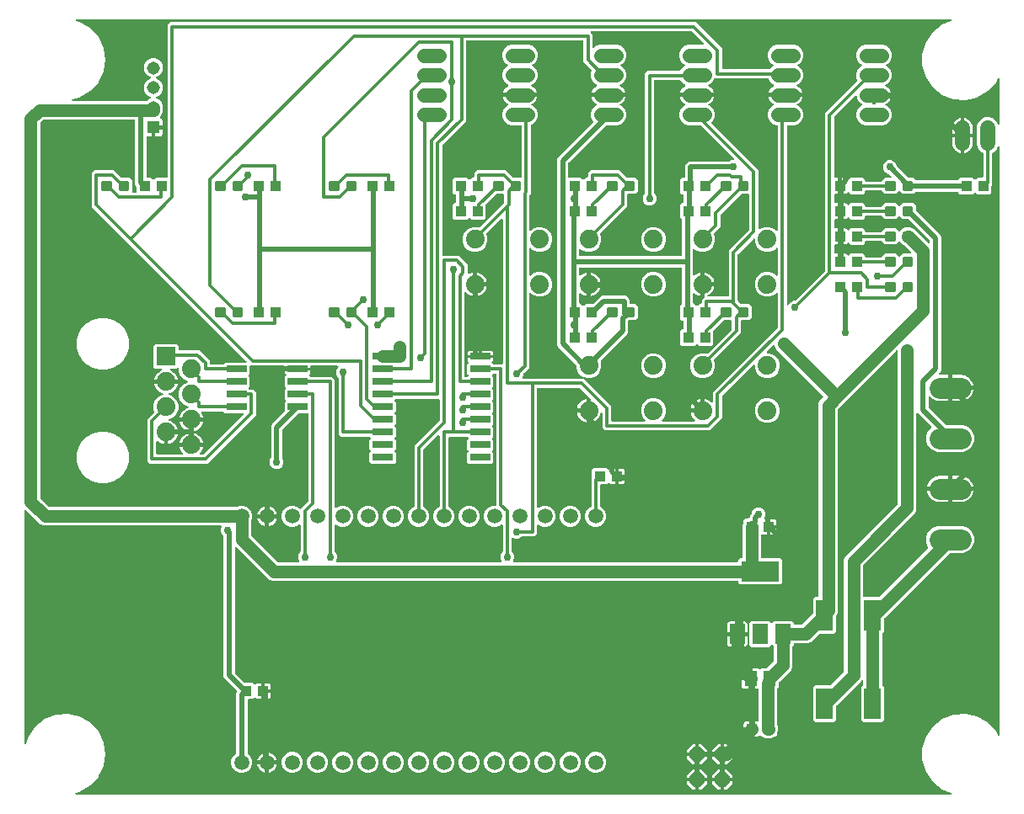
<source format=gbr>
G04 EAGLE Gerber RS-274X export*
G75*
%MOMM*%
%FSLAX34Y34*%
%LPD*%
%INTop Copper*%
%IPPOS*%
%AMOC8*
5,1,8,0,0,1.08239X$1,22.5*%
G01*
%ADD10R,1.100000X1.000000*%
%ADD11R,1.300000X1.500000*%
%ADD12C,0.300000*%
%ADD13R,1.730000X3.050000*%
%ADD14R,1.500000X2.000000*%
%ADD15R,3.800000X2.000000*%
%ADD16P,1.649562X8X22.500000*%
%ADD17C,2.095500*%
%ADD18R,1.000000X1.100000*%
%ADD19C,1.879600*%
%ADD20C,1.508000*%
%ADD21R,2.032000X0.660400*%
%ADD22C,1.473200*%
%ADD23R,1.308000X1.308000*%
%ADD24C,1.308000*%
%ADD25C,1.524000*%
%ADD26R,1.879600X1.879600*%
%ADD27C,1.270000*%
%ADD28C,0.508000*%
%ADD29C,0.304800*%
%ADD30C,0.756400*%

G36*
X940809Y10174D02*
X940809Y10174D01*
X940904Y10179D01*
X940949Y10194D01*
X940996Y10201D01*
X941083Y10240D01*
X941173Y10270D01*
X941212Y10297D01*
X941255Y10317D01*
X941328Y10378D01*
X941406Y10433D01*
X941436Y10470D01*
X941472Y10500D01*
X941525Y10580D01*
X941585Y10654D01*
X941604Y10698D01*
X941630Y10737D01*
X941659Y10828D01*
X941696Y10916D01*
X941701Y10963D01*
X941716Y11008D01*
X941718Y11104D01*
X941729Y11198D01*
X941722Y11245D01*
X941723Y11292D01*
X941699Y11384D01*
X941684Y11479D01*
X941663Y11522D01*
X941651Y11567D01*
X941603Y11649D01*
X941562Y11735D01*
X941530Y11771D01*
X941506Y11812D01*
X941436Y11877D01*
X941373Y11948D01*
X941338Y11970D01*
X941299Y12006D01*
X941150Y12082D01*
X941085Y12121D01*
X932185Y15614D01*
X922717Y23165D01*
X915894Y33172D01*
X912325Y44745D01*
X912325Y56855D01*
X915894Y68428D01*
X922717Y78435D01*
X932185Y85986D01*
X943459Y90411D01*
X955536Y91316D01*
X967344Y88621D01*
X977832Y82565D01*
X986069Y73687D01*
X987909Y69867D01*
X987941Y69819D01*
X987965Y69766D01*
X988020Y69701D01*
X988067Y69630D01*
X988111Y69593D01*
X988149Y69549D01*
X988219Y69502D01*
X988285Y69447D01*
X988337Y69424D01*
X988385Y69392D01*
X988466Y69366D01*
X988544Y69331D01*
X988601Y69323D01*
X988656Y69306D01*
X988741Y69304D01*
X988826Y69292D01*
X988883Y69300D01*
X988940Y69299D01*
X989023Y69320D01*
X989107Y69332D01*
X989160Y69356D01*
X989215Y69371D01*
X989289Y69414D01*
X989366Y69449D01*
X989410Y69486D01*
X989460Y69516D01*
X989518Y69578D01*
X989583Y69633D01*
X989615Y69681D01*
X989654Y69723D01*
X989693Y69799D01*
X989740Y69870D01*
X989758Y69925D01*
X989784Y69976D01*
X989795Y70045D01*
X989826Y70141D01*
X989828Y70240D01*
X989839Y70307D01*
X989839Y661321D01*
X989827Y661406D01*
X989825Y661492D01*
X989807Y661546D01*
X989799Y661603D01*
X989764Y661681D01*
X989738Y661763D01*
X989706Y661810D01*
X989683Y661862D01*
X989628Y661928D01*
X989580Y661999D01*
X989536Y662036D01*
X989500Y662079D01*
X989428Y662127D01*
X989362Y662182D01*
X989310Y662205D01*
X989263Y662237D01*
X989181Y662263D01*
X989102Y662298D01*
X989046Y662305D01*
X988992Y662323D01*
X988906Y662325D01*
X988821Y662336D01*
X988765Y662328D01*
X988708Y662330D01*
X988625Y662308D01*
X988540Y662296D01*
X988488Y662272D01*
X988433Y662258D01*
X988359Y662214D01*
X988280Y662179D01*
X988237Y662142D01*
X988188Y662113D01*
X988129Y662050D01*
X988064Y661994D01*
X988038Y661952D01*
X987994Y661905D01*
X987928Y661776D01*
X987886Y661710D01*
X986945Y659437D01*
X983943Y656435D01*
X983099Y656086D01*
X983098Y656085D01*
X983097Y656085D01*
X982980Y656015D01*
X982855Y655941D01*
X982853Y655940D01*
X982852Y655939D01*
X982757Y655838D01*
X982659Y655735D01*
X982659Y655733D01*
X982658Y655732D01*
X982593Y655607D01*
X982529Y655482D01*
X982529Y655480D01*
X982528Y655479D01*
X982526Y655464D01*
X982474Y655203D01*
X982477Y655173D01*
X982473Y655148D01*
X982473Y623581D01*
X982046Y623154D01*
X981994Y623084D01*
X981934Y623021D01*
X981908Y622971D01*
X981875Y622927D01*
X981844Y622845D01*
X981804Y622767D01*
X981796Y622720D01*
X981774Y622661D01*
X981762Y622514D01*
X981749Y622436D01*
X981749Y615537D01*
X979963Y613751D01*
X967437Y613751D01*
X965918Y615271D01*
X965871Y615306D01*
X965831Y615348D01*
X965758Y615391D01*
X965691Y615441D01*
X965636Y615462D01*
X965586Y615492D01*
X965504Y615513D01*
X965425Y615543D01*
X965367Y615548D01*
X965310Y615562D01*
X965226Y615559D01*
X965142Y615566D01*
X965084Y615555D01*
X965026Y615553D01*
X964946Y615527D01*
X964863Y615510D01*
X964811Y615483D01*
X964755Y615465D01*
X964699Y615425D01*
X964611Y615379D01*
X964538Y615311D01*
X964482Y615271D01*
X962963Y613751D01*
X950437Y613751D01*
X948651Y615537D01*
X948651Y615696D01*
X948643Y615754D01*
X948645Y615812D01*
X948623Y615894D01*
X948611Y615978D01*
X948588Y616031D01*
X948573Y616087D01*
X948530Y616160D01*
X948495Y616237D01*
X948457Y616282D01*
X948428Y616332D01*
X948366Y616390D01*
X948312Y616454D01*
X948263Y616486D01*
X948220Y616526D01*
X948145Y616565D01*
X948075Y616612D01*
X948019Y616629D01*
X947967Y616656D01*
X947899Y616667D01*
X947804Y616697D01*
X947704Y616700D01*
X947636Y616711D01*
X906035Y616711D01*
X905948Y616699D01*
X905861Y616696D01*
X905808Y616679D01*
X905753Y616671D01*
X905673Y616636D01*
X905590Y616609D01*
X905551Y616581D01*
X905494Y616555D01*
X905380Y616459D01*
X905317Y616414D01*
X903154Y614251D01*
X892386Y614251D01*
X889718Y616919D01*
X889671Y616954D01*
X889631Y616997D01*
X889558Y617039D01*
X889491Y617090D01*
X889436Y617111D01*
X889386Y617141D01*
X889304Y617161D01*
X889225Y617191D01*
X889167Y617196D01*
X889110Y617211D01*
X889026Y617208D01*
X888942Y617215D01*
X888884Y617203D01*
X888826Y617202D01*
X888746Y617176D01*
X888663Y617159D01*
X888611Y617132D01*
X888555Y617114D01*
X888499Y617074D01*
X888411Y617028D01*
X888338Y616959D01*
X888282Y616919D01*
X885614Y614251D01*
X874846Y614251D01*
X872148Y616949D01*
X872141Y616994D01*
X872118Y617047D01*
X872103Y617103D01*
X872060Y617176D01*
X872025Y617253D01*
X871987Y617298D01*
X871958Y617348D01*
X871896Y617406D01*
X871842Y617470D01*
X871793Y617502D01*
X871750Y617542D01*
X871675Y617581D01*
X871605Y617628D01*
X871549Y617645D01*
X871497Y617672D01*
X871429Y617683D01*
X871334Y617713D01*
X871234Y617716D01*
X871166Y617727D01*
X855764Y617727D01*
X855706Y617719D01*
X855648Y617721D01*
X855566Y617699D01*
X855482Y617687D01*
X855429Y617664D01*
X855373Y617649D01*
X855300Y617606D01*
X855223Y617571D01*
X855178Y617533D01*
X855128Y617504D01*
X855070Y617442D01*
X855006Y617388D01*
X854974Y617339D01*
X854934Y617296D01*
X854895Y617221D01*
X854848Y617151D01*
X854831Y617095D01*
X854804Y617043D01*
X854793Y616975D01*
X854763Y616880D01*
X854760Y616780D01*
X854749Y616712D01*
X854749Y615537D01*
X852963Y613751D01*
X840437Y613751D01*
X838480Y615709D01*
X838441Y615738D01*
X838408Y615774D01*
X838328Y615823D01*
X838252Y615880D01*
X838207Y615897D01*
X838165Y615923D01*
X838075Y615948D01*
X837987Y615981D01*
X837938Y615985D01*
X837891Y615998D01*
X837797Y615997D01*
X837703Y616005D01*
X837656Y615995D01*
X837607Y615994D01*
X837517Y615967D01*
X837425Y615949D01*
X837381Y615926D01*
X837335Y615912D01*
X837256Y615861D01*
X837172Y615818D01*
X837137Y615784D01*
X837096Y615758D01*
X837049Y615700D01*
X836966Y615622D01*
X836922Y615547D01*
X836882Y615499D01*
X836733Y615240D01*
X836260Y614767D01*
X835681Y614432D01*
X835034Y614259D01*
X831731Y614259D01*
X831731Y621284D01*
X831723Y621342D01*
X831724Y621400D01*
X831703Y621482D01*
X831691Y621565D01*
X831667Y621619D01*
X831653Y621675D01*
X831610Y621748D01*
X831575Y621825D01*
X831537Y621869D01*
X831507Y621920D01*
X831446Y621977D01*
X831391Y622042D01*
X831343Y622074D01*
X831300Y622114D01*
X831225Y622153D01*
X831155Y622199D01*
X831099Y622217D01*
X831047Y622244D01*
X830979Y622255D01*
X830884Y622285D01*
X830784Y622288D01*
X830716Y622299D01*
X828684Y622299D01*
X828626Y622291D01*
X828568Y622292D01*
X828486Y622271D01*
X828403Y622259D01*
X828349Y622235D01*
X828293Y622221D01*
X828220Y622178D01*
X828143Y622143D01*
X828098Y622105D01*
X828048Y622075D01*
X827990Y622014D01*
X827926Y621959D01*
X827894Y621911D01*
X827854Y621868D01*
X827815Y621793D01*
X827769Y621723D01*
X827751Y621667D01*
X827724Y621615D01*
X827713Y621547D01*
X827683Y621452D01*
X827680Y621352D01*
X827669Y621284D01*
X827669Y614259D01*
X824738Y614259D01*
X824680Y614251D01*
X824622Y614253D01*
X824540Y614231D01*
X824456Y614219D01*
X824403Y614196D01*
X824347Y614181D01*
X824274Y614138D01*
X824197Y614103D01*
X824152Y614065D01*
X824102Y614036D01*
X824044Y613974D01*
X823980Y613920D01*
X823948Y613871D01*
X823908Y613828D01*
X823869Y613753D01*
X823822Y613683D01*
X823805Y613627D01*
X823778Y613575D01*
X823767Y613507D01*
X823737Y613412D01*
X823734Y613312D01*
X823723Y613244D01*
X823723Y605956D01*
X823731Y605898D01*
X823729Y605840D01*
X823751Y605758D01*
X823763Y605674D01*
X823786Y605621D01*
X823801Y605565D01*
X823844Y605492D01*
X823879Y605415D01*
X823917Y605370D01*
X823946Y605320D01*
X824008Y605262D01*
X824062Y605198D01*
X824111Y605166D01*
X824154Y605126D01*
X824229Y605087D01*
X824299Y605040D01*
X824355Y605023D01*
X824407Y604996D01*
X824475Y604985D01*
X824570Y604955D01*
X824670Y604952D01*
X824738Y604941D01*
X827669Y604941D01*
X827669Y597916D01*
X827677Y597858D01*
X827675Y597800D01*
X827697Y597718D01*
X827709Y597635D01*
X827733Y597581D01*
X827747Y597525D01*
X827790Y597452D01*
X827825Y597375D01*
X827863Y597331D01*
X827893Y597280D01*
X827954Y597223D01*
X828009Y597158D01*
X828057Y597126D01*
X828100Y597086D01*
X828175Y597047D01*
X828245Y597001D01*
X828301Y596983D01*
X828353Y596956D01*
X828421Y596945D01*
X828516Y596915D01*
X828616Y596912D01*
X828684Y596901D01*
X830716Y596901D01*
X830774Y596909D01*
X830832Y596908D01*
X830914Y596929D01*
X830997Y596941D01*
X831051Y596965D01*
X831107Y596979D01*
X831180Y597022D01*
X831257Y597057D01*
X831301Y597095D01*
X831352Y597125D01*
X831409Y597186D01*
X831474Y597241D01*
X831506Y597289D01*
X831546Y597332D01*
X831585Y597407D01*
X831631Y597477D01*
X831649Y597533D01*
X831676Y597585D01*
X831687Y597653D01*
X831717Y597748D01*
X831720Y597848D01*
X831731Y597916D01*
X831731Y604941D01*
X835034Y604941D01*
X835681Y604768D01*
X836260Y604433D01*
X836733Y603960D01*
X836882Y603701D01*
X836912Y603663D01*
X836935Y603620D01*
X837000Y603551D01*
X837058Y603477D01*
X837097Y603449D01*
X837131Y603414D01*
X837212Y603366D01*
X837288Y603311D01*
X837334Y603294D01*
X837376Y603270D01*
X837467Y603247D01*
X837556Y603215D01*
X837604Y603212D01*
X837652Y603200D01*
X837745Y603203D01*
X837839Y603197D01*
X837887Y603207D01*
X837936Y603209D01*
X838025Y603238D01*
X838117Y603258D01*
X838160Y603281D01*
X838206Y603296D01*
X838267Y603339D01*
X838367Y603394D01*
X838428Y603455D01*
X838480Y603491D01*
X840437Y605449D01*
X852963Y605449D01*
X854749Y603663D01*
X854749Y602488D01*
X854757Y602430D01*
X854755Y602372D01*
X854777Y602290D01*
X854789Y602206D01*
X854812Y602153D01*
X854827Y602097D01*
X854870Y602024D01*
X854905Y601947D01*
X854943Y601902D01*
X854972Y601852D01*
X855034Y601794D01*
X855088Y601730D01*
X855137Y601698D01*
X855180Y601658D01*
X855255Y601619D01*
X855325Y601572D01*
X855381Y601555D01*
X855433Y601528D01*
X855501Y601517D01*
X855596Y601487D01*
X855696Y601484D01*
X855764Y601473D01*
X871166Y601473D01*
X871224Y601481D01*
X871282Y601479D01*
X871364Y601501D01*
X871448Y601513D01*
X871501Y601536D01*
X871557Y601551D01*
X871630Y601594D01*
X871707Y601629D01*
X871752Y601667D01*
X871802Y601696D01*
X871860Y601758D01*
X871924Y601812D01*
X871956Y601861D01*
X871996Y601904D01*
X872035Y601979D01*
X872082Y602049D01*
X872099Y602105D01*
X872126Y602157D01*
X872137Y602225D01*
X872144Y602247D01*
X874846Y604949D01*
X885614Y604949D01*
X888282Y602281D01*
X888329Y602246D01*
X888369Y602203D01*
X888442Y602161D01*
X888509Y602110D01*
X888564Y602089D01*
X888614Y602059D01*
X888696Y602039D01*
X888775Y602009D01*
X888833Y602004D01*
X888890Y601989D01*
X888974Y601992D01*
X889058Y601985D01*
X889116Y601997D01*
X889174Y601998D01*
X889254Y602024D01*
X889337Y602041D01*
X889389Y602068D01*
X889445Y602086D01*
X889501Y602126D01*
X889589Y602172D01*
X889662Y602241D01*
X889718Y602281D01*
X892386Y604949D01*
X903154Y604949D01*
X905819Y602284D01*
X905819Y597930D01*
X905826Y597882D01*
X905825Y597874D01*
X905828Y597863D01*
X905831Y597844D01*
X905834Y597756D01*
X905851Y597704D01*
X905859Y597649D01*
X905894Y597569D01*
X905921Y597486D01*
X905949Y597447D01*
X905975Y597390D01*
X906071Y597276D01*
X906116Y597213D01*
X930250Y573078D01*
X931101Y571024D01*
X931101Y437038D01*
X930250Y434984D01*
X929329Y434062D01*
X929311Y434039D01*
X929288Y434020D01*
X929226Y433926D01*
X929158Y433835D01*
X929147Y433808D01*
X929131Y433783D01*
X929097Y433675D01*
X929056Y433570D01*
X929054Y433540D01*
X929045Y433512D01*
X929042Y433399D01*
X929033Y433286D01*
X929039Y433258D01*
X929038Y433228D01*
X929066Y433119D01*
X929089Y433007D01*
X929102Y432981D01*
X929110Y432953D01*
X929167Y432856D01*
X929220Y432755D01*
X929240Y432734D01*
X929255Y432709D01*
X929338Y432631D01*
X929415Y432549D01*
X929441Y432534D01*
X929462Y432514D01*
X929563Y432463D01*
X929661Y432405D01*
X929689Y432398D01*
X929715Y432385D01*
X929793Y432372D01*
X929936Y432335D01*
X929999Y432337D01*
X930046Y432329D01*
X938019Y432329D01*
X938019Y420327D01*
X938027Y420269D01*
X938025Y420211D01*
X938047Y420129D01*
X938059Y420046D01*
X938083Y419992D01*
X938097Y419936D01*
X938140Y419863D01*
X938175Y419786D01*
X938213Y419742D01*
X938243Y419691D01*
X938304Y419634D01*
X938359Y419569D01*
X938407Y419537D01*
X938450Y419497D01*
X938525Y419458D01*
X938595Y419412D01*
X938651Y419394D01*
X938703Y419367D01*
X938771Y419356D01*
X938866Y419326D01*
X938966Y419323D01*
X939034Y419312D01*
X940051Y419312D01*
X940051Y419310D01*
X939034Y419310D01*
X938976Y419302D01*
X938918Y419303D01*
X938836Y419282D01*
X938753Y419270D01*
X938699Y419246D01*
X938643Y419232D01*
X938570Y419189D01*
X938493Y419154D01*
X938448Y419116D01*
X938398Y419086D01*
X938340Y419025D01*
X938276Y418970D01*
X938244Y418922D01*
X938204Y418879D01*
X938165Y418804D01*
X938119Y418734D01*
X938101Y418678D01*
X938074Y418626D01*
X938063Y418558D01*
X938033Y418463D01*
X938030Y418363D01*
X938019Y418295D01*
X938019Y406293D01*
X928548Y406293D01*
X926524Y406613D01*
X924575Y407247D01*
X922749Y408177D01*
X921092Y409381D01*
X920134Y410339D01*
X920111Y410356D01*
X920092Y410379D01*
X919998Y410441D01*
X919907Y410509D01*
X919880Y410520D01*
X919855Y410536D01*
X919747Y410570D01*
X919642Y410611D01*
X919612Y410613D01*
X919584Y410622D01*
X919471Y410625D01*
X919358Y410634D01*
X919330Y410629D01*
X919300Y410629D01*
X919191Y410601D01*
X919079Y410578D01*
X919053Y410565D01*
X919025Y410557D01*
X918928Y410500D01*
X918827Y410447D01*
X918806Y410427D01*
X918781Y410412D01*
X918703Y410330D01*
X918621Y410252D01*
X918606Y410226D01*
X918586Y410205D01*
X918535Y410104D01*
X918477Y410006D01*
X918470Y409978D01*
X918457Y409952D01*
X918444Y409874D01*
X918407Y409731D01*
X918409Y409668D01*
X918401Y409621D01*
X918401Y399610D01*
X918413Y399524D01*
X918416Y399436D01*
X918433Y399384D01*
X918441Y399329D01*
X918477Y399249D01*
X918504Y399166D01*
X918532Y399127D01*
X918557Y399070D01*
X918653Y398956D01*
X918699Y398893D01*
X935257Y382335D01*
X935326Y382282D01*
X935390Y382222D01*
X935440Y382197D01*
X935484Y382164D01*
X935565Y382133D01*
X935643Y382093D01*
X935691Y382085D01*
X935749Y382062D01*
X935897Y382050D01*
X935974Y382037D01*
X953218Y382037D01*
X958190Y379978D01*
X961994Y376173D01*
X964054Y371202D01*
X964054Y365820D01*
X961994Y360849D01*
X958190Y357044D01*
X953218Y354985D01*
X926882Y354985D01*
X921910Y357044D01*
X918106Y360849D01*
X916046Y365820D01*
X916046Y371202D01*
X918106Y376173D01*
X921140Y379208D01*
X921175Y379254D01*
X921218Y379295D01*
X921261Y379368D01*
X921311Y379435D01*
X921332Y379490D01*
X921362Y379540D01*
X921382Y379622D01*
X921412Y379701D01*
X921417Y379759D01*
X921432Y379816D01*
X921429Y379900D01*
X921436Y379984D01*
X921424Y380041D01*
X921423Y380100D01*
X921397Y380180D01*
X921380Y380263D01*
X921353Y380315D01*
X921335Y380370D01*
X921295Y380426D01*
X921249Y380515D01*
X921180Y380587D01*
X921140Y380644D01*
X908069Y393714D01*
X908046Y393732D01*
X908027Y393755D01*
X907932Y393817D01*
X907842Y393885D01*
X907815Y393896D01*
X907790Y393912D01*
X907682Y393946D01*
X907577Y393987D01*
X907547Y393989D01*
X907519Y393998D01*
X907406Y394001D01*
X907293Y394010D01*
X907265Y394004D01*
X907235Y394005D01*
X907126Y393977D01*
X907014Y393954D01*
X906988Y393941D01*
X906960Y393933D01*
X906863Y393876D01*
X906762Y393823D01*
X906741Y393803D01*
X906716Y393788D01*
X906638Y393706D01*
X906556Y393628D01*
X906541Y393602D01*
X906521Y393581D01*
X906470Y393480D01*
X906412Y393382D01*
X906405Y393354D01*
X906392Y393328D01*
X906379Y393250D01*
X906342Y393107D01*
X906344Y393044D01*
X906336Y392997D01*
X906336Y296580D01*
X904905Y293126D01*
X852659Y240879D01*
X852606Y240810D01*
X852546Y240746D01*
X852521Y240696D01*
X852488Y240652D01*
X852457Y240570D01*
X852417Y240492D01*
X852409Y240445D01*
X852386Y240386D01*
X852374Y240239D01*
X852361Y240161D01*
X852361Y209814D01*
X852369Y209756D01*
X852368Y209698D01*
X852389Y209616D01*
X852401Y209532D01*
X852425Y209479D01*
X852440Y209423D01*
X852483Y209350D01*
X852517Y209273D01*
X852555Y209228D01*
X852585Y209178D01*
X852647Y209120D01*
X852701Y209056D01*
X852750Y209024D01*
X852792Y208984D01*
X852867Y208945D01*
X852938Y208898D01*
X852993Y208881D01*
X853045Y208854D01*
X853113Y208843D01*
X853209Y208813D01*
X853308Y208810D01*
X853376Y208799D01*
X868186Y208799D01*
X868273Y208811D01*
X868360Y208814D01*
X868413Y208831D01*
X868468Y208839D01*
X868548Y208874D01*
X868631Y208901D01*
X868670Y208929D01*
X868727Y208955D01*
X868841Y209051D01*
X868904Y209096D01*
X917905Y258096D01*
X917905Y258098D01*
X917907Y258099D01*
X917995Y258217D01*
X918075Y258324D01*
X918076Y258325D01*
X918077Y258326D01*
X918127Y258458D01*
X918177Y258589D01*
X918177Y258591D01*
X918177Y258592D01*
X918189Y258737D01*
X918200Y258873D01*
X918200Y258874D01*
X918200Y258876D01*
X918197Y258891D01*
X918144Y259151D01*
X918130Y259178D01*
X918125Y259203D01*
X916046Y264220D01*
X916046Y269602D01*
X918106Y274573D01*
X921910Y278378D01*
X926882Y280437D01*
X953218Y280437D01*
X958190Y278378D01*
X961994Y274573D01*
X964054Y269602D01*
X964054Y264220D01*
X961994Y259249D01*
X958190Y255444D01*
X953218Y253385D01*
X940197Y253385D01*
X940110Y253373D01*
X940023Y253370D01*
X939970Y253353D01*
X939916Y253345D01*
X939836Y253309D01*
X939753Y253282D01*
X939713Y253254D01*
X939656Y253229D01*
X939543Y253133D01*
X939479Y253087D01*
X874346Y187954D01*
X874294Y187885D01*
X874234Y187821D01*
X874208Y187771D01*
X874175Y187727D01*
X874144Y187645D01*
X874104Y187567D01*
X874096Y187520D01*
X874074Y187461D01*
X874062Y187314D01*
X874049Y187236D01*
X874049Y173987D01*
X872046Y171985D01*
X871994Y171915D01*
X871934Y171851D01*
X871908Y171801D01*
X871875Y171757D01*
X871844Y171676D01*
X871804Y171598D01*
X871796Y171550D01*
X871774Y171492D01*
X871762Y171344D01*
X871749Y171267D01*
X871749Y120833D01*
X871761Y120747D01*
X871764Y120659D01*
X871781Y120607D01*
X871789Y120552D01*
X871824Y120472D01*
X871851Y120389D01*
X871879Y120350D01*
X871905Y120292D01*
X871957Y120231D01*
X871983Y120187D01*
X872020Y120153D01*
X872046Y120115D01*
X874049Y118113D01*
X874049Y85087D01*
X872263Y83301D01*
X852437Y83301D01*
X850651Y85087D01*
X850651Y118113D01*
X852654Y120115D01*
X852668Y120134D01*
X852684Y120147D01*
X852714Y120194D01*
X852766Y120249D01*
X852792Y120299D01*
X852825Y120343D01*
X852840Y120382D01*
X852841Y120384D01*
X852844Y120393D01*
X852856Y120424D01*
X852896Y120502D01*
X852904Y120550D01*
X852926Y120608D01*
X852938Y120756D01*
X852951Y120833D01*
X852951Y124626D01*
X852939Y124711D01*
X852937Y124797D01*
X852919Y124851D01*
X852911Y124908D01*
X852876Y124986D01*
X852850Y125068D01*
X852818Y125115D01*
X852795Y125167D01*
X852740Y125233D01*
X852692Y125304D01*
X852648Y125341D01*
X852612Y125384D01*
X852540Y125432D01*
X852474Y125487D01*
X852422Y125510D01*
X852375Y125542D01*
X852293Y125567D01*
X852214Y125602D01*
X852158Y125610D01*
X852104Y125627D01*
X852018Y125629D01*
X851933Y125641D01*
X851876Y125633D01*
X851820Y125635D01*
X851737Y125613D01*
X851651Y125601D01*
X851599Y125577D01*
X851545Y125563D01*
X851471Y125519D01*
X851392Y125483D01*
X851349Y125447D01*
X851300Y125418D01*
X851241Y125355D01*
X851176Y125299D01*
X851150Y125257D01*
X851106Y125210D01*
X851040Y125081D01*
X850998Y125014D01*
X850930Y124851D01*
X848144Y122064D01*
X826046Y99967D01*
X825994Y99897D01*
X825934Y99833D01*
X825908Y99784D01*
X825875Y99740D01*
X825844Y99658D01*
X825804Y99580D01*
X825796Y99532D01*
X825774Y99474D01*
X825762Y99326D01*
X825749Y99249D01*
X825749Y85087D01*
X823963Y83301D01*
X804137Y83301D01*
X802351Y85087D01*
X802351Y118113D01*
X804137Y119899D01*
X818974Y119899D01*
X819061Y119911D01*
X819148Y119914D01*
X819201Y119931D01*
X819255Y119939D01*
X819335Y119974D01*
X819418Y120001D01*
X819458Y120029D01*
X819515Y120055D01*
X819628Y120151D01*
X819692Y120196D01*
X833266Y133771D01*
X833319Y133841D01*
X833379Y133904D01*
X833404Y133954D01*
X833437Y133998D01*
X833468Y134080D01*
X833508Y134158D01*
X833516Y134205D01*
X833539Y134264D01*
X833551Y134411D01*
X833564Y134489D01*
X833564Y246345D01*
X834995Y249799D01*
X887241Y302046D01*
X887294Y302115D01*
X887354Y302179D01*
X887379Y302229D01*
X887412Y302273D01*
X887443Y302355D01*
X887483Y302433D01*
X887491Y302480D01*
X887514Y302539D01*
X887526Y302686D01*
X887539Y302764D01*
X887539Y455871D01*
X887535Y455900D01*
X887537Y455929D01*
X887532Y455956D01*
X887532Y455972D01*
X887517Y456030D01*
X887515Y456040D01*
X887499Y456152D01*
X887487Y456179D01*
X887481Y456208D01*
X887429Y456308D01*
X887383Y456412D01*
X887364Y456434D01*
X887350Y456460D01*
X887272Y456542D01*
X887199Y456629D01*
X887175Y456645D01*
X887154Y456666D01*
X887057Y456724D01*
X886962Y456786D01*
X886934Y456795D01*
X886909Y456810D01*
X886800Y456838D01*
X886691Y456872D01*
X886662Y456873D01*
X886634Y456880D01*
X886521Y456877D01*
X886407Y456880D01*
X886379Y456872D01*
X886349Y456871D01*
X886242Y456836D01*
X886132Y456808D01*
X886107Y456793D01*
X886079Y456784D01*
X886015Y456738D01*
X886001Y456730D01*
X885967Y456715D01*
X885947Y456698D01*
X885888Y456662D01*
X885845Y456617D01*
X885806Y456589D01*
X831475Y402258D01*
X827259Y398042D01*
X827206Y397972D01*
X827146Y397908D01*
X827121Y397859D01*
X827088Y397815D01*
X827057Y397733D01*
X827017Y397655D01*
X827009Y397607D01*
X826986Y397549D01*
X826974Y397401D01*
X826961Y397324D01*
X826961Y196045D01*
X826974Y195957D01*
X826973Y195893D01*
X827135Y194818D01*
X826991Y194236D01*
X826976Y194092D01*
X826975Y194089D01*
X826975Y194080D01*
X826973Y194065D01*
X826961Y193992D01*
X826961Y193393D01*
X826545Y192388D01*
X826523Y192302D01*
X826498Y192244D01*
X826236Y191188D01*
X825947Y190796D01*
X825941Y190786D01*
X825934Y190778D01*
X825874Y190661D01*
X825812Y190546D01*
X825809Y190535D01*
X825804Y190525D01*
X825794Y190465D01*
X825751Y190268D01*
X825754Y190227D01*
X825749Y190194D01*
X825749Y173987D01*
X823963Y172201D01*
X809464Y172201D01*
X809377Y172189D01*
X809290Y172186D01*
X809237Y172169D01*
X809182Y172161D01*
X809102Y172126D01*
X809019Y172099D01*
X808980Y172071D01*
X808923Y172045D01*
X808809Y171949D01*
X808746Y171904D01*
X800574Y163732D01*
X797120Y162301D01*
X783864Y162301D01*
X783806Y162293D01*
X783748Y162295D01*
X783666Y162273D01*
X783582Y162261D01*
X783529Y162238D01*
X783473Y162223D01*
X783400Y162180D01*
X783323Y162145D01*
X783278Y162107D01*
X783228Y162078D01*
X783170Y162016D01*
X783106Y161962D01*
X783074Y161913D01*
X783034Y161870D01*
X782995Y161795D01*
X782948Y161725D01*
X782931Y161669D01*
X782904Y161617D01*
X782893Y161549D01*
X782863Y161454D01*
X782860Y161354D01*
X782849Y161286D01*
X782849Y160437D01*
X781996Y159585D01*
X781944Y159515D01*
X781884Y159451D01*
X781858Y159402D01*
X781825Y159357D01*
X781794Y159276D01*
X781754Y159198D01*
X781746Y159150D01*
X781724Y159092D01*
X781712Y158944D01*
X781699Y158867D01*
X781699Y138630D01*
X780268Y135176D01*
X768646Y123554D01*
X768634Y123538D01*
X768623Y123529D01*
X768593Y123484D01*
X768534Y123421D01*
X768508Y123371D01*
X768475Y123327D01*
X768444Y123245D01*
X768404Y123167D01*
X768396Y123120D01*
X768374Y123061D01*
X768362Y122914D01*
X768349Y122836D01*
X768349Y118237D01*
X766934Y116822D01*
X766881Y116752D01*
X766821Y116688D01*
X766796Y116639D01*
X766763Y116595D01*
X766732Y116513D01*
X766692Y116435D01*
X766684Y116388D01*
X766661Y116329D01*
X766649Y116181D01*
X766636Y116104D01*
X766636Y79629D01*
X766641Y79599D01*
X766638Y79568D01*
X766656Y79491D01*
X766676Y79348D01*
X766702Y79289D01*
X766714Y79241D01*
X767199Y78070D01*
X767199Y74330D01*
X766426Y72465D01*
X766418Y72435D01*
X766404Y72408D01*
X766391Y72330D01*
X766369Y72259D01*
X766368Y72241D01*
X766355Y72190D01*
X766357Y72125D01*
X766349Y72076D01*
X766349Y69937D01*
X764563Y68151D01*
X763131Y68151D01*
X763100Y68147D01*
X763069Y68149D01*
X762993Y68132D01*
X762849Y68111D01*
X762790Y68085D01*
X762742Y68074D01*
X759670Y66801D01*
X755368Y66801D01*
X752295Y68074D01*
X752265Y68082D01*
X752238Y68096D01*
X752160Y68109D01*
X752020Y68145D01*
X751956Y68143D01*
X751907Y68151D01*
X751037Y68151D01*
X749659Y69530D01*
X749612Y69565D01*
X749572Y69607D01*
X749499Y69650D01*
X749432Y69701D01*
X749377Y69722D01*
X749326Y69751D01*
X749245Y69772D01*
X749166Y69802D01*
X749107Y69807D01*
X749051Y69821D01*
X748967Y69818D01*
X748883Y69825D01*
X748825Y69814D01*
X748767Y69812D01*
X748687Y69786D01*
X748604Y69770D01*
X748552Y69743D01*
X748496Y69725D01*
X748440Y69685D01*
X748351Y69639D01*
X748279Y69570D01*
X748223Y69530D01*
X747860Y69167D01*
X747281Y68832D01*
X746634Y68659D01*
X742831Y68659D01*
X742831Y75184D01*
X742824Y75235D01*
X742824Y75253D01*
X742823Y75257D01*
X742824Y75300D01*
X742803Y75382D01*
X742791Y75465D01*
X742767Y75519D01*
X742753Y75575D01*
X742710Y75648D01*
X742675Y75725D01*
X742637Y75769D01*
X742607Y75820D01*
X742546Y75877D01*
X742491Y75942D01*
X742443Y75974D01*
X742400Y76014D01*
X742325Y76053D01*
X742255Y76099D01*
X742199Y76117D01*
X742147Y76144D01*
X742079Y76155D01*
X741984Y76185D01*
X741884Y76188D01*
X741816Y76199D01*
X740799Y76199D01*
X740799Y76201D01*
X741816Y76201D01*
X741874Y76209D01*
X741932Y76208D01*
X742014Y76229D01*
X742097Y76241D01*
X742151Y76265D01*
X742207Y76279D01*
X742280Y76322D01*
X742357Y76357D01*
X742401Y76395D01*
X742452Y76425D01*
X742509Y76486D01*
X742574Y76541D01*
X742606Y76589D01*
X742646Y76632D01*
X742685Y76707D01*
X742731Y76777D01*
X742749Y76833D01*
X742776Y76885D01*
X742787Y76953D01*
X742817Y77048D01*
X742820Y77148D01*
X742831Y77216D01*
X742831Y83741D01*
X746653Y83741D01*
X746656Y83740D01*
X746750Y83737D01*
X746843Y83726D01*
X746891Y83734D01*
X746940Y83733D01*
X747031Y83756D01*
X747123Y83771D01*
X747168Y83792D01*
X747215Y83804D01*
X747296Y83852D01*
X747381Y83892D01*
X747417Y83925D01*
X747459Y83950D01*
X747524Y84018D01*
X747594Y84080D01*
X747620Y84121D01*
X747654Y84157D01*
X747697Y84241D01*
X747747Y84320D01*
X747761Y84367D01*
X747783Y84410D01*
X747796Y84483D01*
X747828Y84592D01*
X747828Y84679D01*
X747839Y84741D01*
X747839Y115959D01*
X747832Y116007D01*
X747834Y116056D01*
X747812Y116148D01*
X747799Y116240D01*
X747779Y116285D01*
X747768Y116333D01*
X747721Y116414D01*
X747683Y116500D01*
X747651Y116537D01*
X747627Y116580D01*
X747560Y116645D01*
X747499Y116717D01*
X747458Y116744D01*
X747423Y116778D01*
X747341Y116822D01*
X747262Y116874D01*
X747216Y116889D01*
X747173Y116912D01*
X747081Y116932D01*
X746991Y116960D01*
X746942Y116961D01*
X746895Y116972D01*
X746821Y116965D01*
X746707Y116967D01*
X746676Y116959D01*
X741831Y116959D01*
X741831Y125984D01*
X741823Y126042D01*
X741824Y126100D01*
X741803Y126182D01*
X741791Y126265D01*
X741767Y126319D01*
X741753Y126375D01*
X741710Y126448D01*
X741675Y126525D01*
X741637Y126569D01*
X741607Y126620D01*
X741546Y126677D01*
X741491Y126742D01*
X741443Y126774D01*
X741400Y126814D01*
X741325Y126853D01*
X741255Y126899D01*
X741199Y126917D01*
X741147Y126944D01*
X741079Y126955D01*
X740984Y126985D01*
X740884Y126988D01*
X740816Y126999D01*
X739799Y126999D01*
X739799Y127001D01*
X740816Y127001D01*
X740874Y127009D01*
X740932Y127008D01*
X741014Y127029D01*
X741097Y127041D01*
X741151Y127065D01*
X741207Y127079D01*
X741280Y127122D01*
X741357Y127157D01*
X741401Y127195D01*
X741452Y127225D01*
X741509Y127286D01*
X741574Y127341D01*
X741606Y127389D01*
X741646Y127432D01*
X741685Y127507D01*
X741731Y127577D01*
X741749Y127633D01*
X741776Y127685D01*
X741787Y127753D01*
X741817Y127848D01*
X741820Y127948D01*
X741831Y128016D01*
X741831Y137041D01*
X746634Y137041D01*
X747281Y136868D01*
X747860Y136533D01*
X748223Y136170D01*
X748270Y136135D01*
X748310Y136093D01*
X748383Y136050D01*
X748450Y135999D01*
X748505Y135978D01*
X748555Y135949D01*
X748637Y135928D01*
X748716Y135898D01*
X748774Y135893D01*
X748831Y135879D01*
X748915Y135882D01*
X748999Y135875D01*
X749056Y135886D01*
X749115Y135888D01*
X749195Y135914D01*
X749278Y135930D01*
X749330Y135957D01*
X749385Y135975D01*
X749442Y136016D01*
X749530Y136061D01*
X749602Y136130D01*
X749659Y136170D01*
X751037Y137549D01*
X755636Y137549D01*
X755723Y137561D01*
X755810Y137564D01*
X755863Y137581D01*
X755918Y137589D01*
X755998Y137624D01*
X756081Y137651D01*
X756120Y137679D01*
X756177Y137705D01*
X756291Y137801D01*
X756354Y137846D01*
X762604Y144096D01*
X762656Y144165D01*
X762716Y144229D01*
X762742Y144279D01*
X762775Y144323D01*
X762806Y144405D01*
X762846Y144483D01*
X762854Y144530D01*
X762876Y144589D01*
X762888Y144736D01*
X762901Y144814D01*
X762901Y158867D01*
X762889Y158953D01*
X762886Y159041D01*
X762869Y159093D01*
X762861Y159148D01*
X762826Y159228D01*
X762799Y159311D01*
X762771Y159351D01*
X762745Y159408D01*
X762649Y159521D01*
X762604Y159585D01*
X761518Y160671D01*
X761471Y160706D01*
X761431Y160748D01*
X761358Y160791D01*
X761291Y160841D01*
X761236Y160862D01*
X761186Y160892D01*
X761104Y160913D01*
X761025Y160943D01*
X760967Y160948D01*
X760910Y160962D01*
X760826Y160959D01*
X760742Y160966D01*
X760684Y160955D01*
X760626Y160953D01*
X760546Y160927D01*
X760463Y160910D01*
X760411Y160883D01*
X760355Y160865D01*
X760299Y160825D01*
X760211Y160779D01*
X760138Y160711D01*
X760082Y160671D01*
X758063Y158651D01*
X740537Y158651D01*
X738751Y160437D01*
X738751Y182963D01*
X740537Y184749D01*
X758063Y184749D01*
X760082Y182729D01*
X760129Y182694D01*
X760169Y182652D01*
X760242Y182609D01*
X760309Y182559D01*
X760364Y182538D01*
X760414Y182508D01*
X760496Y182487D01*
X760575Y182457D01*
X760633Y182452D01*
X760690Y182438D01*
X760774Y182441D01*
X760858Y182434D01*
X760916Y182445D01*
X760974Y182447D01*
X761054Y182473D01*
X761137Y182490D01*
X761189Y182517D01*
X761245Y182535D01*
X761301Y182575D01*
X761389Y182621D01*
X761462Y182689D01*
X761518Y182729D01*
X763537Y184749D01*
X781063Y184749D01*
X782849Y182963D01*
X782849Y182114D01*
X782857Y182056D01*
X782855Y181998D01*
X782877Y181916D01*
X782889Y181832D01*
X782912Y181779D01*
X782927Y181723D01*
X782970Y181650D01*
X783005Y181573D01*
X783043Y181528D01*
X783072Y181478D01*
X783134Y181420D01*
X783188Y181356D01*
X783237Y181324D01*
X783280Y181284D01*
X783355Y181245D01*
X783425Y181198D01*
X783481Y181181D01*
X783533Y181154D01*
X783601Y181143D01*
X783696Y181113D01*
X783796Y181110D01*
X783864Y181099D01*
X790936Y181099D01*
X791023Y181111D01*
X791110Y181114D01*
X791163Y181131D01*
X791218Y181139D01*
X791298Y181174D01*
X791381Y181201D01*
X791420Y181229D01*
X791477Y181255D01*
X791591Y181351D01*
X791654Y181396D01*
X802054Y191796D01*
X802106Y191865D01*
X802166Y191929D01*
X802192Y191979D01*
X802225Y192023D01*
X802256Y192105D01*
X802296Y192183D01*
X802304Y192230D01*
X802326Y192289D01*
X802338Y192436D01*
X802351Y192514D01*
X802351Y207013D01*
X804137Y208799D01*
X807149Y208799D01*
X807206Y208807D01*
X807265Y208805D01*
X807346Y208827D01*
X807430Y208839D01*
X807483Y208862D01*
X807540Y208877D01*
X807612Y208920D01*
X807689Y208955D01*
X807734Y208993D01*
X807784Y209022D01*
X807842Y209084D01*
X807906Y209138D01*
X807939Y209187D01*
X807979Y209230D01*
X808017Y209305D01*
X808064Y209375D01*
X808082Y209431D01*
X808108Y209483D01*
X808120Y209551D01*
X808150Y209646D01*
X808152Y209746D01*
X808164Y209814D01*
X808164Y403507D01*
X809595Y406962D01*
X812284Y409651D01*
X812319Y409698D01*
X812362Y409738D01*
X812404Y409811D01*
X812455Y409878D01*
X812476Y409933D01*
X812505Y409983D01*
X812526Y410065D01*
X812556Y410144D01*
X812561Y410202D01*
X812575Y410259D01*
X812573Y410343D01*
X812580Y410427D01*
X812568Y410484D01*
X812566Y410543D01*
X812540Y410623D01*
X812524Y410706D01*
X812497Y410758D01*
X812479Y410813D01*
X812439Y410870D01*
X812393Y410958D01*
X812324Y411031D01*
X812284Y411087D01*
X765145Y458226D01*
X763745Y461605D01*
X763686Y461704D01*
X763634Y461806D01*
X763615Y461826D01*
X763600Y461850D01*
X763517Y461929D01*
X763438Y462012D01*
X763414Y462026D01*
X763394Y462045D01*
X763292Y462098D01*
X763193Y462156D01*
X763166Y462163D01*
X763141Y462176D01*
X763028Y462198D01*
X762917Y462226D01*
X762889Y462225D01*
X762862Y462231D01*
X762748Y462221D01*
X762633Y462217D01*
X762606Y462208D01*
X762579Y462206D01*
X762472Y462165D01*
X762362Y462130D01*
X762342Y462115D01*
X762313Y462104D01*
X762101Y461943D01*
X762089Y461935D01*
X756040Y455886D01*
X756023Y455862D01*
X756000Y455843D01*
X755937Y455749D01*
X755869Y455659D01*
X755859Y455631D01*
X755843Y455607D01*
X755808Y455499D01*
X755768Y455393D01*
X755766Y455364D01*
X755757Y455336D01*
X755754Y455222D01*
X755745Y455110D01*
X755750Y455081D01*
X755750Y455052D01*
X755778Y454942D01*
X755800Y454831D01*
X755814Y454805D01*
X755821Y454777D01*
X755879Y454679D01*
X755931Y454579D01*
X755952Y454557D01*
X755967Y454532D01*
X756049Y454455D01*
X756127Y454373D01*
X756153Y454358D01*
X756174Y454338D01*
X756275Y454286D01*
X756372Y454229D01*
X756401Y454222D01*
X756427Y454208D01*
X756504Y454195D01*
X756648Y454159D01*
X756710Y454161D01*
X756758Y454153D01*
X758888Y454153D01*
X763463Y452258D01*
X766964Y448757D01*
X768859Y444182D01*
X768859Y439230D01*
X766964Y434655D01*
X763463Y431154D01*
X758888Y429259D01*
X753936Y429259D01*
X749361Y431154D01*
X745860Y434655D01*
X743965Y439230D01*
X743965Y441360D01*
X743961Y441389D01*
X743964Y441418D01*
X743941Y441529D01*
X743925Y441641D01*
X743913Y441668D01*
X743908Y441697D01*
X743856Y441797D01*
X743809Y441901D01*
X743790Y441923D01*
X743777Y441949D01*
X743699Y442031D01*
X743626Y442118D01*
X743601Y442134D01*
X743581Y442155D01*
X743483Y442213D01*
X743389Y442275D01*
X743361Y442284D01*
X743336Y442299D01*
X743226Y442327D01*
X743118Y442361D01*
X743088Y442362D01*
X743060Y442369D01*
X742947Y442366D01*
X742834Y442368D01*
X742805Y442361D01*
X742776Y442360D01*
X742668Y442325D01*
X742559Y442297D01*
X742533Y442282D01*
X742505Y442273D01*
X742442Y442227D01*
X742314Y442151D01*
X742271Y442106D01*
X742232Y442078D01*
X711308Y411153D01*
X711255Y411083D01*
X711195Y411020D01*
X711170Y410970D01*
X711137Y410926D01*
X711106Y410844D01*
X711066Y410766D01*
X711058Y410719D01*
X711035Y410660D01*
X711023Y410513D01*
X711010Y410435D01*
X711010Y388631D01*
X698807Y376427D01*
X593418Y376427D01*
X590740Y379106D01*
X590740Y393470D01*
X590731Y393534D01*
X590732Y393598D01*
X590711Y393673D01*
X590707Y393710D01*
X590705Y393715D01*
X590700Y393752D01*
X590674Y393810D01*
X590657Y393872D01*
X590616Y393940D01*
X590584Y394011D01*
X590542Y394060D01*
X590509Y394115D01*
X590451Y394168D01*
X590400Y394228D01*
X590347Y394264D01*
X590299Y394307D01*
X590229Y394342D01*
X590163Y394386D01*
X590102Y394405D01*
X590045Y394434D01*
X589967Y394448D01*
X589892Y394471D01*
X589828Y394473D01*
X589765Y394485D01*
X589687Y394477D01*
X589608Y394479D01*
X589546Y394463D01*
X589482Y394456D01*
X589409Y394427D01*
X589333Y394407D01*
X589278Y394374D01*
X589218Y394350D01*
X589156Y394302D01*
X589089Y394262D01*
X589045Y394215D01*
X588994Y394175D01*
X588948Y394112D01*
X588894Y394054D01*
X588865Y393997D01*
X588827Y393945D01*
X588807Y393883D01*
X588765Y393801D01*
X588762Y393782D01*
X588757Y393774D01*
X588152Y391911D01*
X587299Y390237D01*
X586194Y388716D01*
X584866Y387388D01*
X583345Y386283D01*
X581671Y385430D01*
X579884Y384849D01*
X579119Y384728D01*
X579119Y395478D01*
X579111Y395536D01*
X579113Y395594D01*
X579091Y395676D01*
X579079Y395759D01*
X579055Y395813D01*
X579041Y395869D01*
X578998Y395942D01*
X578963Y396019D01*
X578925Y396063D01*
X578895Y396114D01*
X578834Y396171D01*
X578779Y396236D01*
X578731Y396268D01*
X578688Y396308D01*
X578613Y396347D01*
X578543Y396393D01*
X578487Y396411D01*
X578435Y396438D01*
X578367Y396449D01*
X578272Y396479D01*
X578172Y396482D01*
X578104Y396493D01*
X577087Y396493D01*
X577087Y396495D01*
X578104Y396495D01*
X578162Y396503D01*
X578220Y396502D01*
X578302Y396523D01*
X578385Y396535D01*
X578439Y396559D01*
X578495Y396573D01*
X578568Y396616D01*
X578645Y396651D01*
X578690Y396689D01*
X578740Y396719D01*
X578798Y396780D01*
X578862Y396835D01*
X578894Y396883D01*
X578934Y396926D01*
X578973Y397001D01*
X579019Y397071D01*
X579037Y397127D01*
X579064Y397179D01*
X579075Y397247D01*
X579105Y397342D01*
X579108Y397442D01*
X579119Y397510D01*
X579119Y407768D01*
X579107Y407855D01*
X579104Y407942D01*
X579087Y407995D01*
X579079Y408050D01*
X579044Y408130D01*
X579017Y408213D01*
X578989Y408252D01*
X578963Y408309D01*
X578867Y408423D01*
X578822Y408486D01*
X568316Y418992D01*
X568246Y419045D01*
X568182Y419105D01*
X568133Y419130D01*
X568089Y419163D01*
X568007Y419194D01*
X567929Y419234D01*
X567881Y419242D01*
X567823Y419265D01*
X567675Y419277D01*
X567598Y419290D01*
X526288Y419290D01*
X526230Y419282D01*
X526172Y419283D01*
X526090Y419262D01*
X526006Y419250D01*
X525953Y419226D01*
X525897Y419211D01*
X525824Y419168D01*
X525747Y419134D01*
X525702Y419096D01*
X525652Y419066D01*
X525594Y419004D01*
X525530Y418950D01*
X525498Y418901D01*
X525458Y418859D01*
X525419Y418784D01*
X525372Y418713D01*
X525355Y418658D01*
X525328Y418606D01*
X525317Y418538D01*
X525287Y418442D01*
X525284Y418343D01*
X525273Y418275D01*
X525273Y299498D01*
X525277Y299469D01*
X525274Y299440D01*
X525280Y299412D01*
X525279Y299391D01*
X525298Y299319D01*
X525313Y299217D01*
X525325Y299190D01*
X525330Y299161D01*
X525348Y299127D01*
X525351Y299116D01*
X525374Y299077D01*
X525382Y299061D01*
X525429Y298958D01*
X525448Y298935D01*
X525461Y298909D01*
X525495Y298874D01*
X525496Y298871D01*
X525505Y298863D01*
X525539Y298827D01*
X525612Y298741D01*
X525637Y298724D01*
X525657Y298703D01*
X525755Y298646D01*
X525849Y298583D01*
X525877Y298574D01*
X525902Y298559D01*
X526012Y298531D01*
X526120Y298497D01*
X526149Y298496D01*
X526178Y298489D01*
X526283Y298493D01*
X526288Y298492D01*
X526296Y298492D01*
X526302Y298493D01*
X526404Y298490D01*
X526433Y298497D01*
X526462Y298498D01*
X526555Y298528D01*
X526578Y298532D01*
X526598Y298540D01*
X526679Y298562D01*
X526705Y298577D01*
X526733Y298586D01*
X526790Y298626D01*
X526837Y298648D01*
X526868Y298674D01*
X526924Y298707D01*
X526967Y298753D01*
X527006Y298781D01*
X527302Y299077D01*
X531194Y300689D01*
X535406Y300689D01*
X539298Y299077D01*
X542277Y296098D01*
X543889Y292206D01*
X543889Y287994D01*
X542277Y284102D01*
X539298Y281123D01*
X535406Y279511D01*
X531194Y279511D01*
X527302Y281123D01*
X527006Y281419D01*
X526982Y281437D01*
X526963Y281459D01*
X526869Y281522D01*
X526779Y281590D01*
X526751Y281601D01*
X526727Y281617D01*
X526619Y281651D01*
X526513Y281692D01*
X526484Y281694D01*
X526456Y281703D01*
X526343Y281706D01*
X526230Y281715D01*
X526201Y281709D01*
X526172Y281710D01*
X526062Y281681D01*
X525951Y281659D01*
X525925Y281646D01*
X525897Y281638D01*
X525799Y281580D01*
X525699Y281528D01*
X525677Y281508D01*
X525652Y281493D01*
X525575Y281410D01*
X525493Y281332D01*
X525478Y281307D01*
X525458Y281286D01*
X525406Y281185D01*
X525349Y281087D01*
X525342Y281059D01*
X525328Y281033D01*
X525315Y280955D01*
X525279Y280812D01*
X525281Y280749D01*
X525273Y280702D01*
X525273Y272743D01*
X522594Y270065D01*
X510333Y270065D01*
X510246Y270053D01*
X510159Y270050D01*
X510106Y270033D01*
X510051Y270025D01*
X509972Y269989D01*
X509888Y269962D01*
X509849Y269934D01*
X509792Y269909D01*
X509679Y269813D01*
X509615Y269767D01*
X508694Y268847D01*
X506184Y267807D01*
X503466Y267807D01*
X501277Y268714D01*
X501165Y268742D01*
X501056Y268777D01*
X501028Y268778D01*
X501001Y268785D01*
X500887Y268781D01*
X500772Y268784D01*
X500745Y268777D01*
X500717Y268777D01*
X500608Y268742D01*
X500497Y268713D01*
X500473Y268698D01*
X500446Y268690D01*
X500351Y268626D01*
X500252Y268567D01*
X500233Y268547D01*
X500210Y268532D01*
X500136Y268444D01*
X500058Y268360D01*
X500045Y268335D01*
X500027Y268314D01*
X499980Y268209D01*
X499928Y268107D01*
X499924Y268082D01*
X499912Y268054D01*
X499875Y267791D01*
X499873Y267776D01*
X499873Y254745D01*
X499885Y254659D01*
X499888Y254571D01*
X499905Y254519D01*
X499913Y254464D01*
X499948Y254384D01*
X499975Y254301D01*
X500003Y254262D01*
X500029Y254205D01*
X500125Y254091D01*
X500170Y254028D01*
X501091Y253107D01*
X502131Y250596D01*
X502131Y247879D01*
X501146Y245503D01*
X501118Y245391D01*
X501083Y245282D01*
X501082Y245254D01*
X501076Y245227D01*
X501079Y245113D01*
X501076Y244998D01*
X501083Y244971D01*
X501084Y244943D01*
X501119Y244834D01*
X501148Y244723D01*
X501162Y244699D01*
X501170Y244672D01*
X501234Y244577D01*
X501293Y244478D01*
X501313Y244459D01*
X501329Y244436D01*
X501417Y244362D01*
X501500Y244284D01*
X501525Y244271D01*
X501546Y244253D01*
X501651Y244206D01*
X501753Y244154D01*
X501778Y244150D01*
X501806Y244138D01*
X502070Y244101D01*
X502084Y244099D01*
X726236Y244099D01*
X726294Y244107D01*
X726352Y244105D01*
X726434Y244127D01*
X726518Y244139D01*
X726571Y244162D01*
X726627Y244177D01*
X726700Y244220D01*
X726777Y244255D01*
X726822Y244293D01*
X726872Y244322D01*
X726930Y244384D01*
X726994Y244438D01*
X727026Y244487D01*
X727066Y244530D01*
X727105Y244605D01*
X727152Y244675D01*
X727169Y244731D01*
X727196Y244783D01*
X727207Y244851D01*
X727237Y244946D01*
X727240Y245046D01*
X727251Y245114D01*
X727251Y245963D01*
X729037Y247749D01*
X730386Y247749D01*
X730444Y247757D01*
X730502Y247755D01*
X730584Y247777D01*
X730668Y247789D01*
X730721Y247812D01*
X730777Y247827D01*
X730850Y247870D01*
X730927Y247905D01*
X730972Y247943D01*
X731022Y247972D01*
X731080Y248034D01*
X731144Y248088D01*
X731176Y248137D01*
X731216Y248180D01*
X731255Y248255D01*
X731302Y248325D01*
X731319Y248381D01*
X731346Y248433D01*
X731357Y248501D01*
X731387Y248596D01*
X731390Y248696D01*
X731401Y248764D01*
X731401Y281270D01*
X732174Y283135D01*
X732182Y283165D01*
X732196Y283192D01*
X732209Y283270D01*
X732245Y283410D01*
X732243Y283475D01*
X732251Y283524D01*
X732251Y285663D01*
X734037Y287449D01*
X735469Y287449D01*
X735500Y287453D01*
X735531Y287451D01*
X735607Y287468D01*
X735751Y287489D01*
X735810Y287515D01*
X735858Y287526D01*
X738322Y288547D01*
X738323Y288548D01*
X738325Y288548D01*
X738443Y288618D01*
X738567Y288691D01*
X738568Y288692D01*
X738569Y288693D01*
X738667Y288797D01*
X738762Y288898D01*
X738763Y288899D01*
X738764Y288900D01*
X738828Y289026D01*
X738892Y289151D01*
X738893Y289152D01*
X738893Y289154D01*
X738896Y289169D01*
X738947Y289430D01*
X738945Y289460D01*
X738949Y289485D01*
X738949Y290037D01*
X739800Y292091D01*
X740584Y292876D01*
X740637Y292945D01*
X740697Y293009D01*
X740722Y293059D01*
X740755Y293103D01*
X740786Y293184D01*
X740826Y293262D01*
X740834Y293310D01*
X740857Y293368D01*
X740860Y293405D01*
X741922Y295969D01*
X743843Y297891D01*
X746354Y298931D01*
X749071Y298931D01*
X751582Y297891D01*
X753503Y295969D01*
X754543Y293459D01*
X754543Y290741D01*
X753550Y288345D01*
X753522Y288233D01*
X753487Y288124D01*
X753486Y288096D01*
X753480Y288069D01*
X753483Y287955D01*
X753480Y287840D01*
X753487Y287813D01*
X753488Y287785D01*
X753523Y287676D01*
X753552Y287565D01*
X753566Y287541D01*
X753574Y287514D01*
X753638Y287419D01*
X753697Y287320D01*
X753717Y287301D01*
X753733Y287278D01*
X753820Y287204D01*
X753904Y287126D01*
X753929Y287113D01*
X753950Y287095D01*
X754055Y287049D01*
X754157Y286996D01*
X754182Y286992D01*
X754210Y286980D01*
X754474Y286943D01*
X754488Y286941D01*
X755769Y286941D01*
X755769Y280416D01*
X755777Y280358D01*
X755775Y280300D01*
X755797Y280218D01*
X755809Y280135D01*
X755833Y280081D01*
X755847Y280025D01*
X755890Y279952D01*
X755925Y279875D01*
X755963Y279831D01*
X755993Y279780D01*
X756054Y279723D01*
X756109Y279658D01*
X756157Y279626D01*
X756200Y279586D01*
X756275Y279547D01*
X756345Y279501D01*
X756401Y279483D01*
X756453Y279456D01*
X756521Y279445D01*
X756616Y279415D01*
X756716Y279412D01*
X756784Y279401D01*
X757801Y279401D01*
X757801Y279399D01*
X756784Y279399D01*
X756726Y279391D01*
X756668Y279392D01*
X756586Y279371D01*
X756503Y279359D01*
X756449Y279335D01*
X756393Y279321D01*
X756320Y279278D01*
X756243Y279243D01*
X756198Y279205D01*
X756148Y279175D01*
X756090Y279114D01*
X756026Y279059D01*
X755994Y279011D01*
X755954Y278968D01*
X755915Y278893D01*
X755869Y278823D01*
X755851Y278767D01*
X755824Y278715D01*
X755813Y278647D01*
X755783Y278552D01*
X755780Y278452D01*
X755769Y278384D01*
X755769Y271859D01*
X751966Y271859D01*
X751477Y271990D01*
X751428Y271996D01*
X751382Y272011D01*
X751288Y272013D01*
X751195Y272025D01*
X751146Y272017D01*
X751098Y272018D01*
X751007Y271994D01*
X750914Y271979D01*
X750870Y271959D01*
X750823Y271946D01*
X750742Y271898D01*
X750657Y271858D01*
X750620Y271826D01*
X750578Y271801D01*
X750514Y271733D01*
X750443Y271670D01*
X750417Y271629D01*
X750384Y271594D01*
X750341Y271510D01*
X750290Y271431D01*
X750276Y271384D01*
X750254Y271341D01*
X750242Y271267D01*
X750210Y271158D01*
X750209Y271071D01*
X750199Y271010D01*
X750199Y248764D01*
X750207Y248706D01*
X750205Y248648D01*
X750227Y248566D01*
X750239Y248482D01*
X750262Y248429D01*
X750277Y248373D01*
X750320Y248300D01*
X750355Y248223D01*
X750393Y248178D01*
X750422Y248128D01*
X750484Y248070D01*
X750538Y248006D01*
X750587Y247974D01*
X750630Y247934D01*
X750705Y247895D01*
X750775Y247848D01*
X750831Y247831D01*
X750883Y247804D01*
X750951Y247793D01*
X751046Y247763D01*
X751146Y247760D01*
X751214Y247749D01*
X769563Y247749D01*
X771349Y245963D01*
X771349Y223437D01*
X769563Y221651D01*
X729037Y221651D01*
X727251Y223437D01*
X727251Y224286D01*
X727243Y224344D01*
X727245Y224402D01*
X727223Y224484D01*
X727211Y224568D01*
X727188Y224621D01*
X727173Y224677D01*
X727130Y224750D01*
X727095Y224827D01*
X727057Y224872D01*
X727028Y224922D01*
X726966Y224980D01*
X726912Y225044D01*
X726863Y225076D01*
X726820Y225116D01*
X726745Y225155D01*
X726675Y225202D01*
X726619Y225219D01*
X726567Y225246D01*
X726499Y225257D01*
X726404Y225287D01*
X726304Y225290D01*
X726236Y225301D01*
X258730Y225301D01*
X255276Y226732D01*
X223222Y258786D01*
X223198Y258804D01*
X223179Y258826D01*
X223085Y258889D01*
X222995Y258957D01*
X222967Y258968D01*
X222943Y258984D01*
X222835Y259018D01*
X222729Y259058D01*
X222700Y259061D01*
X222672Y259070D01*
X222558Y259073D01*
X222446Y259082D01*
X222417Y259076D01*
X222388Y259077D01*
X222278Y259048D01*
X222167Y259026D01*
X222141Y259013D01*
X222113Y259005D01*
X222015Y258947D01*
X221915Y258895D01*
X221893Y258875D01*
X221868Y258860D01*
X221791Y258777D01*
X221709Y258699D01*
X221694Y258674D01*
X221674Y258653D01*
X221622Y258552D01*
X221565Y258454D01*
X221558Y258426D01*
X221544Y258400D01*
X221531Y258322D01*
X221495Y258179D01*
X221497Y258116D01*
X221489Y258068D01*
X221489Y132910D01*
X221501Y132824D01*
X221504Y132736D01*
X221521Y132684D01*
X221529Y132629D01*
X221564Y132549D01*
X221591Y132466D01*
X221619Y132427D01*
X221645Y132370D01*
X221741Y132256D01*
X221786Y132193D01*
X231333Y122646D01*
X231402Y122594D01*
X231466Y122534D01*
X231516Y122508D01*
X231560Y122475D01*
X231641Y122444D01*
X231719Y122404D01*
X231767Y122396D01*
X231825Y122374D01*
X231973Y122362D01*
X232050Y122349D01*
X239563Y122349D01*
X240941Y120970D01*
X240988Y120935D01*
X241028Y120893D01*
X241101Y120850D01*
X241168Y120799D01*
X241223Y120778D01*
X241274Y120749D01*
X241355Y120728D01*
X241434Y120698D01*
X241493Y120693D01*
X241549Y120679D01*
X241633Y120682D01*
X241717Y120675D01*
X241775Y120686D01*
X241833Y120688D01*
X241913Y120714D01*
X241996Y120730D01*
X242048Y120757D01*
X242104Y120775D01*
X242160Y120815D01*
X242249Y120861D01*
X242321Y120930D01*
X242377Y120970D01*
X242740Y121333D01*
X243319Y121668D01*
X243966Y121841D01*
X247769Y121841D01*
X247769Y115316D01*
X247777Y115258D01*
X247775Y115200D01*
X247797Y115118D01*
X247809Y115035D01*
X247833Y114981D01*
X247847Y114925D01*
X247890Y114852D01*
X247925Y114775D01*
X247963Y114731D01*
X247993Y114680D01*
X248054Y114623D01*
X248109Y114558D01*
X248157Y114526D01*
X248200Y114486D01*
X248275Y114447D01*
X248345Y114401D01*
X248401Y114383D01*
X248453Y114356D01*
X248521Y114345D01*
X248616Y114315D01*
X248716Y114312D01*
X248784Y114301D01*
X249801Y114301D01*
X249801Y114299D01*
X248784Y114299D01*
X248726Y114291D01*
X248668Y114292D01*
X248586Y114271D01*
X248503Y114259D01*
X248449Y114235D01*
X248393Y114221D01*
X248320Y114178D01*
X248243Y114143D01*
X248198Y114105D01*
X248148Y114075D01*
X248090Y114014D01*
X248026Y113959D01*
X247994Y113911D01*
X247954Y113868D01*
X247915Y113793D01*
X247869Y113723D01*
X247851Y113667D01*
X247824Y113615D01*
X247813Y113547D01*
X247783Y113452D01*
X247780Y113352D01*
X247769Y113284D01*
X247769Y106759D01*
X243966Y106759D01*
X243319Y106932D01*
X242740Y107267D01*
X242377Y107630D01*
X242330Y107665D01*
X242290Y107707D01*
X242217Y107750D01*
X242150Y107801D01*
X242095Y107822D01*
X242045Y107851D01*
X241963Y107872D01*
X241884Y107902D01*
X241826Y107907D01*
X241769Y107921D01*
X241685Y107918D01*
X241601Y107925D01*
X241544Y107914D01*
X241485Y107912D01*
X241405Y107886D01*
X241322Y107870D01*
X241270Y107843D01*
X241215Y107825D01*
X241158Y107784D01*
X241070Y107739D01*
X240998Y107670D01*
X240941Y107630D01*
X239563Y106251D01*
X235204Y106251D01*
X235146Y106243D01*
X235088Y106245D01*
X235006Y106223D01*
X234922Y106211D01*
X234869Y106188D01*
X234813Y106173D01*
X234740Y106130D01*
X234663Y106095D01*
X234618Y106057D01*
X234568Y106028D01*
X234510Y105966D01*
X234446Y105912D01*
X234414Y105863D01*
X234374Y105820D01*
X234335Y105745D01*
X234288Y105675D01*
X234271Y105619D01*
X234244Y105567D01*
X234233Y105499D01*
X234203Y105404D01*
X234200Y105304D01*
X234189Y105236D01*
X234189Y52107D01*
X234201Y52020D01*
X234204Y51933D01*
X234221Y51880D01*
X234229Y51825D01*
X234264Y51745D01*
X234291Y51662D01*
X234319Y51623D01*
X234345Y51566D01*
X234441Y51452D01*
X234486Y51389D01*
X237477Y48398D01*
X239089Y44506D01*
X239089Y40294D01*
X237477Y36402D01*
X234498Y33423D01*
X230606Y31811D01*
X226394Y31811D01*
X222502Y33423D01*
X219523Y36402D01*
X217911Y40294D01*
X217911Y44506D01*
X219523Y48398D01*
X222552Y51427D01*
X222629Y51473D01*
X222631Y51474D01*
X222632Y51475D01*
X222729Y51578D01*
X222825Y51679D01*
X222825Y51681D01*
X222826Y51682D01*
X222888Y51803D01*
X222955Y51932D01*
X222955Y51934D01*
X222956Y51935D01*
X222958Y51949D01*
X223010Y52211D01*
X223007Y52241D01*
X223011Y52266D01*
X223011Y112237D01*
X223608Y113677D01*
X223608Y113679D01*
X223609Y113680D01*
X223643Y113813D01*
X223679Y113952D01*
X223679Y113954D01*
X223679Y113956D01*
X223675Y114096D01*
X223671Y114237D01*
X223670Y114238D01*
X223670Y114240D01*
X223627Y114374D01*
X223584Y114507D01*
X223583Y114509D01*
X223583Y114510D01*
X223574Y114523D01*
X223426Y114743D01*
X223402Y114763D01*
X223388Y114783D01*
X211162Y127009D01*
X210311Y129063D01*
X210311Y270146D01*
X210299Y270232D01*
X210296Y270320D01*
X210279Y270372D01*
X210271Y270427D01*
X210236Y270507D01*
X210209Y270590D01*
X210181Y270629D01*
X210155Y270686D01*
X210059Y270800D01*
X210014Y270863D01*
X208522Y272356D01*
X207482Y274866D01*
X207482Y277584D01*
X208192Y279297D01*
X208220Y279409D01*
X208255Y279518D01*
X208256Y279546D01*
X208263Y279573D01*
X208259Y279687D01*
X208262Y279802D01*
X208255Y279829D01*
X208254Y279857D01*
X208219Y279966D01*
X208190Y280077D01*
X208176Y280101D01*
X208168Y280128D01*
X208104Y280223D01*
X208045Y280322D01*
X208025Y280341D01*
X208009Y280364D01*
X207922Y280438D01*
X207838Y280516D01*
X207813Y280529D01*
X207792Y280547D01*
X207687Y280593D01*
X207585Y280646D01*
X207560Y280650D01*
X207532Y280662D01*
X207268Y280699D01*
X207254Y280701D01*
X29340Y280701D01*
X25886Y282132D01*
X11894Y296124D01*
X11870Y296142D01*
X11851Y296164D01*
X11757Y296227D01*
X11667Y296295D01*
X11639Y296306D01*
X11615Y296322D01*
X11507Y296356D01*
X11401Y296396D01*
X11372Y296399D01*
X11344Y296408D01*
X11230Y296411D01*
X11118Y296420D01*
X11089Y296414D01*
X11060Y296415D01*
X10950Y296386D01*
X10839Y296364D01*
X10813Y296351D01*
X10785Y296343D01*
X10687Y296285D01*
X10587Y296233D01*
X10565Y296213D01*
X10540Y296198D01*
X10463Y296115D01*
X10381Y296037D01*
X10366Y296012D01*
X10346Y295991D01*
X10294Y295890D01*
X10237Y295792D01*
X10230Y295764D01*
X10216Y295738D01*
X10203Y295660D01*
X10167Y295517D01*
X10169Y295454D01*
X10161Y295406D01*
X10161Y62088D01*
X10179Y61957D01*
X10196Y61824D01*
X10199Y61815D01*
X10201Y61806D01*
X10255Y61685D01*
X10307Y61562D01*
X10313Y61555D01*
X10317Y61547D01*
X10403Y61445D01*
X10487Y61342D01*
X10494Y61337D01*
X10500Y61330D01*
X10612Y61256D01*
X10720Y61180D01*
X10729Y61177D01*
X10737Y61172D01*
X10864Y61132D01*
X10990Y61089D01*
X10999Y61089D01*
X11008Y61086D01*
X11140Y61083D01*
X11274Y61077D01*
X11283Y61079D01*
X11292Y61079D01*
X11420Y61112D01*
X11550Y61144D01*
X11558Y61148D01*
X11567Y61151D01*
X11681Y61218D01*
X11797Y61285D01*
X11804Y61291D01*
X11812Y61296D01*
X11903Y61393D01*
X11996Y61488D01*
X11999Y61496D01*
X12006Y61503D01*
X12136Y61756D01*
X12139Y61773D01*
X12146Y61788D01*
X14194Y68428D01*
X21017Y78435D01*
X30485Y85986D01*
X41759Y90411D01*
X53836Y91316D01*
X65644Y88621D01*
X76132Y82565D01*
X84369Y73687D01*
X89624Y62776D01*
X91429Y50800D01*
X89624Y38824D01*
X88744Y36996D01*
X87277Y33950D01*
X86299Y31920D01*
X85810Y30905D01*
X84833Y28874D01*
X84832Y28874D01*
X84369Y27913D01*
X76132Y19035D01*
X65644Y12979D01*
X62079Y12166D01*
X62052Y12155D01*
X62024Y12151D01*
X61920Y12105D01*
X61814Y12064D01*
X61791Y12047D01*
X61764Y12035D01*
X61677Y11962D01*
X61587Y11893D01*
X61569Y11870D01*
X61547Y11851D01*
X61484Y11757D01*
X61416Y11666D01*
X61406Y11639D01*
X61390Y11615D01*
X61355Y11506D01*
X61315Y11400D01*
X61313Y11371D01*
X61304Y11344D01*
X61301Y11230D01*
X61292Y11117D01*
X61297Y11089D01*
X61297Y11060D01*
X61325Y10950D01*
X61348Y10838D01*
X61361Y10813D01*
X61368Y10785D01*
X61426Y10687D01*
X61479Y10586D01*
X61499Y10565D01*
X61514Y10540D01*
X61596Y10462D01*
X61675Y10380D01*
X61700Y10365D01*
X61721Y10346D01*
X61822Y10294D01*
X61920Y10236D01*
X61948Y10229D01*
X61974Y10216D01*
X62051Y10203D01*
X62196Y10167D01*
X62251Y10170D01*
X62305Y10161D01*
X940714Y10161D01*
X940809Y10174D01*
G37*
G36*
X285429Y244115D02*
X285429Y244115D01*
X285544Y244125D01*
X285570Y244135D01*
X285597Y244139D01*
X285702Y244186D01*
X285809Y244227D01*
X285831Y244243D01*
X285857Y244255D01*
X285944Y244329D01*
X286036Y244398D01*
X286052Y244421D01*
X286074Y244438D01*
X286137Y244534D01*
X286206Y244626D01*
X286216Y244652D01*
X286231Y244675D01*
X286266Y244785D01*
X286306Y244892D01*
X286309Y244920D01*
X286317Y244946D01*
X286320Y245061D01*
X286329Y245175D01*
X286323Y245200D01*
X286324Y245230D01*
X286257Y245487D01*
X286254Y245503D01*
X285269Y247879D01*
X285269Y250596D01*
X286309Y253107D01*
X287230Y254028D01*
X287282Y254097D01*
X287342Y254161D01*
X287368Y254211D01*
X287401Y254255D01*
X287432Y254336D01*
X287472Y254414D01*
X287480Y254462D01*
X287502Y254520D01*
X287514Y254668D01*
X287527Y254745D01*
X287527Y280902D01*
X287523Y280931D01*
X287526Y280960D01*
X287503Y281071D01*
X287487Y281183D01*
X287475Y281210D01*
X287470Y281239D01*
X287417Y281339D01*
X287371Y281442D01*
X287352Y281465D01*
X287339Y281491D01*
X287261Y281573D01*
X287188Y281659D01*
X287163Y281676D01*
X287143Y281697D01*
X287045Y281754D01*
X286951Y281817D01*
X286923Y281826D01*
X286898Y281841D01*
X286788Y281869D01*
X286680Y281903D01*
X286650Y281904D01*
X286622Y281911D01*
X286509Y281907D01*
X286396Y281910D01*
X286367Y281903D01*
X286338Y281902D01*
X286230Y281867D01*
X286121Y281838D01*
X286095Y281823D01*
X286067Y281814D01*
X286003Y281769D01*
X285876Y281693D01*
X285833Y281647D01*
X285794Y281619D01*
X285298Y281123D01*
X281406Y279511D01*
X277194Y279511D01*
X273302Y281123D01*
X270323Y284102D01*
X268711Y287994D01*
X268711Y292206D01*
X270323Y296098D01*
X273302Y299077D01*
X277194Y300689D01*
X281406Y300689D01*
X285298Y299077D01*
X286649Y297726D01*
X286695Y297691D01*
X286736Y297649D01*
X286808Y297606D01*
X286876Y297555D01*
X286930Y297534D01*
X286981Y297505D01*
X287062Y297484D01*
X287141Y297454D01*
X287200Y297449D01*
X287256Y297435D01*
X287341Y297437D01*
X287425Y297430D01*
X287482Y297442D01*
X287541Y297444D01*
X287621Y297470D01*
X287703Y297486D01*
X287755Y297513D01*
X287811Y297531D01*
X287867Y297571D01*
X287956Y297617D01*
X288028Y297686D01*
X288084Y297726D01*
X290503Y300145D01*
X295167Y304809D01*
X295220Y304879D01*
X295280Y304943D01*
X295305Y304992D01*
X295338Y305036D01*
X295369Y305118D01*
X295409Y305196D01*
X295417Y305244D01*
X295440Y305302D01*
X295450Y305428D01*
X295451Y305431D01*
X295451Y305441D01*
X295452Y305450D01*
X295465Y305527D01*
X295465Y392684D01*
X295457Y392742D01*
X295458Y392800D01*
X295437Y392882D01*
X295425Y392966D01*
X295401Y393019D01*
X295386Y393075D01*
X295343Y393148D01*
X295309Y393225D01*
X295271Y393270D01*
X295241Y393320D01*
X295179Y393378D01*
X295125Y393442D01*
X295076Y393474D01*
X295034Y393514D01*
X294959Y393553D01*
X294888Y393600D01*
X294833Y393617D01*
X294781Y393644D01*
X294713Y393655D01*
X294617Y393685D01*
X294518Y393688D01*
X294450Y393699D01*
X286136Y393699D01*
X286049Y393687D01*
X285962Y393684D01*
X285909Y393667D01*
X285854Y393659D01*
X285775Y393624D01*
X285691Y393597D01*
X285652Y393569D01*
X285595Y393543D01*
X285482Y393447D01*
X285418Y393402D01*
X269411Y377395D01*
X269359Y377325D01*
X269299Y377261D01*
X269273Y377212D01*
X269240Y377168D01*
X269220Y377115D01*
X269213Y377105D01*
X269205Y377078D01*
X269169Y377008D01*
X269161Y376961D01*
X269139Y376902D01*
X269135Y376858D01*
X269128Y376834D01*
X269125Y376747D01*
X269114Y376677D01*
X269114Y348979D01*
X269126Y348893D01*
X269129Y348805D01*
X269146Y348753D01*
X269154Y348698D01*
X269189Y348618D01*
X269216Y348535D01*
X269244Y348496D01*
X269270Y348439D01*
X269294Y348410D01*
X270356Y345846D01*
X270356Y343129D01*
X269316Y340618D01*
X267394Y338697D01*
X264884Y337657D01*
X262166Y337657D01*
X259656Y338697D01*
X257734Y340618D01*
X256694Y343129D01*
X256694Y345846D01*
X257749Y348393D01*
X257751Y348395D01*
X257777Y348445D01*
X257810Y348489D01*
X257841Y348570D01*
X257881Y348648D01*
X257889Y348696D01*
X257911Y348754D01*
X257923Y348902D01*
X257936Y348979D01*
X257936Y380524D01*
X258787Y382578D01*
X271228Y395019D01*
X271280Y395089D01*
X271340Y395153D01*
X271366Y395202D01*
X271399Y395246D01*
X271430Y395328D01*
X271470Y395406D01*
X271478Y395453D01*
X271500Y395512D01*
X271512Y395660D01*
X271525Y395737D01*
X271525Y404615D01*
X272593Y405682D01*
X272628Y405729D01*
X272670Y405769D01*
X272713Y405842D01*
X272763Y405909D01*
X272784Y405964D01*
X272814Y406014D01*
X272835Y406096D01*
X272865Y406175D01*
X272870Y406233D01*
X272884Y406290D01*
X272881Y406374D01*
X272888Y406458D01*
X272877Y406516D01*
X272875Y406574D01*
X272849Y406654D01*
X272832Y406737D01*
X272805Y406789D01*
X272787Y406845D01*
X272747Y406901D01*
X272701Y406989D01*
X272633Y407062D01*
X272593Y407118D01*
X271525Y408185D01*
X271525Y417315D01*
X272593Y418382D01*
X272628Y418429D01*
X272670Y418469D01*
X272713Y418542D01*
X272763Y418609D01*
X272784Y418664D01*
X272814Y418714D01*
X272835Y418796D01*
X272865Y418875D01*
X272870Y418933D01*
X272884Y418990D01*
X272881Y419074D01*
X272888Y419158D01*
X272877Y419216D01*
X272875Y419274D01*
X272849Y419354D01*
X272832Y419437D01*
X272805Y419489D01*
X272787Y419545D01*
X272747Y419601D01*
X272701Y419689D01*
X272633Y419762D01*
X272593Y419818D01*
X271525Y420885D01*
X271525Y430015D01*
X272952Y431441D01*
X272987Y431488D01*
X273029Y431528D01*
X273072Y431601D01*
X273123Y431668D01*
X273144Y431723D01*
X273173Y431774D01*
X273194Y431855D01*
X273224Y431934D01*
X273229Y431993D01*
X273243Y432049D01*
X273240Y432133D01*
X273247Y432217D01*
X273236Y432275D01*
X273234Y432333D01*
X273208Y432413D01*
X273192Y432496D01*
X273165Y432548D01*
X273147Y432604D01*
X273107Y432660D01*
X273061Y432749D01*
X272992Y432821D01*
X272952Y432877D01*
X272541Y433288D01*
X272206Y433867D01*
X272033Y434514D01*
X272033Y436500D01*
X284099Y436500D01*
X284157Y436508D01*
X284215Y436506D01*
X284297Y436528D01*
X284380Y436540D01*
X284434Y436563D01*
X284490Y436578D01*
X284563Y436621D01*
X284640Y436656D01*
X284684Y436694D01*
X284735Y436723D01*
X284738Y436727D01*
X284742Y436725D01*
X284785Y436685D01*
X284860Y436646D01*
X284930Y436599D01*
X284986Y436582D01*
X285038Y436555D01*
X285106Y436544D01*
X285201Y436514D01*
X285301Y436511D01*
X285369Y436500D01*
X297435Y436500D01*
X297435Y434514D01*
X297262Y433867D01*
X296927Y433288D01*
X296516Y432877D01*
X296481Y432830D01*
X296439Y432790D01*
X296396Y432717D01*
X296345Y432650D01*
X296324Y432595D01*
X296295Y432545D01*
X296274Y432463D01*
X296244Y432384D01*
X296239Y432326D01*
X296225Y432269D01*
X296228Y432185D01*
X296221Y432101D01*
X296232Y432044D01*
X296234Y431985D01*
X296260Y431905D01*
X296276Y431822D01*
X296303Y431770D01*
X296321Y431715D01*
X296362Y431658D01*
X296407Y431570D01*
X296476Y431498D01*
X296516Y431441D01*
X297637Y430320D01*
X297707Y430268D01*
X297771Y430208D01*
X297821Y430182D01*
X297865Y430149D01*
X297946Y430118D01*
X298024Y430078D01*
X298072Y430070D01*
X298130Y430048D01*
X298278Y430036D01*
X298355Y430023D01*
X319394Y430023D01*
X322073Y427344D01*
X322073Y299498D01*
X322077Y299469D01*
X322074Y299440D01*
X322080Y299412D01*
X322079Y299391D01*
X322098Y299319D01*
X322113Y299217D01*
X322125Y299190D01*
X322130Y299161D01*
X322148Y299127D01*
X322151Y299116D01*
X322174Y299077D01*
X322182Y299061D01*
X322229Y298958D01*
X322248Y298935D01*
X322261Y298909D01*
X322295Y298874D01*
X322296Y298871D01*
X322305Y298863D01*
X322339Y298827D01*
X322412Y298741D01*
X322437Y298724D01*
X322457Y298703D01*
X322555Y298646D01*
X322649Y298583D01*
X322677Y298574D01*
X322702Y298559D01*
X322812Y298531D01*
X322920Y298497D01*
X322949Y298496D01*
X322978Y298489D01*
X323083Y298493D01*
X323088Y298492D01*
X323096Y298492D01*
X323102Y298493D01*
X323204Y298490D01*
X323233Y298497D01*
X323262Y298498D01*
X323355Y298528D01*
X323378Y298532D01*
X323398Y298540D01*
X323479Y298562D01*
X323505Y298577D01*
X323533Y298586D01*
X323590Y298626D01*
X323637Y298648D01*
X323668Y298674D01*
X323724Y298707D01*
X323767Y298753D01*
X323806Y298781D01*
X324102Y299077D01*
X327994Y300689D01*
X332206Y300689D01*
X336098Y299077D01*
X339077Y296098D01*
X340689Y292206D01*
X340689Y287994D01*
X339077Y284102D01*
X336098Y281123D01*
X332206Y279511D01*
X327994Y279511D01*
X324102Y281123D01*
X323806Y281419D01*
X323782Y281437D01*
X323763Y281459D01*
X323669Y281522D01*
X323579Y281590D01*
X323551Y281601D01*
X323527Y281617D01*
X323419Y281651D01*
X323313Y281692D01*
X323284Y281694D01*
X323256Y281703D01*
X323143Y281706D01*
X323030Y281715D01*
X323001Y281709D01*
X322972Y281710D01*
X322862Y281681D01*
X322751Y281659D01*
X322725Y281646D01*
X322697Y281638D01*
X322599Y281580D01*
X322499Y281528D01*
X322477Y281508D01*
X322452Y281493D01*
X322375Y281410D01*
X322293Y281332D01*
X322278Y281307D01*
X322258Y281286D01*
X322206Y281185D01*
X322149Y281087D01*
X322142Y281059D01*
X322128Y281033D01*
X322115Y280955D01*
X322079Y280812D01*
X322081Y280749D01*
X322073Y280702D01*
X322073Y254745D01*
X322085Y254659D01*
X322088Y254571D01*
X322105Y254519D01*
X322113Y254464D01*
X322148Y254384D01*
X322175Y254301D01*
X322203Y254262D01*
X322229Y254205D01*
X322325Y254091D01*
X322370Y254028D01*
X323291Y253107D01*
X324331Y250596D01*
X324331Y247879D01*
X323346Y245503D01*
X323318Y245391D01*
X323283Y245282D01*
X323282Y245254D01*
X323275Y245227D01*
X323279Y245113D01*
X323276Y244998D01*
X323283Y244971D01*
X323284Y244943D01*
X323319Y244834D01*
X323348Y244723D01*
X323362Y244699D01*
X323370Y244672D01*
X323434Y244577D01*
X323493Y244478D01*
X323513Y244459D01*
X323529Y244436D01*
X323616Y244362D01*
X323700Y244284D01*
X323725Y244271D01*
X323746Y244253D01*
X323851Y244207D01*
X323953Y244154D01*
X323978Y244150D01*
X324006Y244138D01*
X324270Y244101D01*
X324284Y244099D01*
X488516Y244099D01*
X488629Y244115D01*
X488744Y244125D01*
X488770Y244135D01*
X488797Y244139D01*
X488902Y244186D01*
X489009Y244227D01*
X489031Y244243D01*
X489056Y244255D01*
X489144Y244329D01*
X489236Y244398D01*
X489252Y244421D01*
X489273Y244438D01*
X489337Y244534D01*
X489406Y244626D01*
X489416Y244652D01*
X489431Y244675D01*
X489466Y244785D01*
X489506Y244892D01*
X489508Y244920D01*
X489517Y244946D01*
X489520Y245061D01*
X489529Y245175D01*
X489523Y245200D01*
X489524Y245230D01*
X489457Y245487D01*
X489454Y245503D01*
X488469Y247879D01*
X488469Y250596D01*
X489509Y253107D01*
X490430Y254028D01*
X490482Y254097D01*
X490542Y254161D01*
X490568Y254211D01*
X490601Y254255D01*
X490632Y254336D01*
X490672Y254414D01*
X490680Y254462D01*
X490702Y254520D01*
X490714Y254668D01*
X490727Y254745D01*
X490727Y280902D01*
X490723Y280931D01*
X490726Y280960D01*
X490703Y281071D01*
X490687Y281183D01*
X490675Y281210D01*
X490670Y281239D01*
X490617Y281339D01*
X490571Y281442D01*
X490552Y281465D01*
X490539Y281491D01*
X490461Y281573D01*
X490388Y281659D01*
X490363Y281676D01*
X490343Y281697D01*
X490245Y281754D01*
X490151Y281817D01*
X490123Y281826D01*
X490098Y281841D01*
X489988Y281869D01*
X489880Y281903D01*
X489850Y281904D01*
X489822Y281911D01*
X489709Y281907D01*
X489596Y281910D01*
X489567Y281903D01*
X489538Y281902D01*
X489430Y281867D01*
X489321Y281838D01*
X489295Y281823D01*
X489267Y281814D01*
X489203Y281769D01*
X489076Y281693D01*
X489033Y281647D01*
X488994Y281619D01*
X488498Y281123D01*
X484606Y279511D01*
X480394Y279511D01*
X476502Y281123D01*
X473523Y284102D01*
X471911Y287994D01*
X471911Y292206D01*
X473523Y296098D01*
X476502Y299077D01*
X480394Y300689D01*
X483362Y300689D01*
X483420Y300697D01*
X483478Y300695D01*
X483560Y300717D01*
X483644Y300729D01*
X483697Y300752D01*
X483753Y300767D01*
X483826Y300810D01*
X483903Y300845D01*
X483948Y300883D01*
X483998Y300912D01*
X484056Y300974D01*
X484120Y301028D01*
X484152Y301077D01*
X484192Y301120D01*
X484231Y301195D01*
X484278Y301265D01*
X484295Y301321D01*
X484322Y301373D01*
X484333Y301441D01*
X484363Y301536D01*
X484366Y301636D01*
X484377Y301704D01*
X484377Y432562D01*
X484370Y432611D01*
X484371Y432621D01*
X484369Y432626D01*
X484371Y432678D01*
X484349Y432760D01*
X484337Y432844D01*
X484314Y432897D01*
X484299Y432953D01*
X484256Y433026D01*
X484221Y433103D01*
X484183Y433148D01*
X484154Y433198D01*
X484092Y433256D01*
X484038Y433320D01*
X483989Y433352D01*
X483946Y433392D01*
X483871Y433431D01*
X483801Y433478D01*
X483745Y433495D01*
X483693Y433522D01*
X483625Y433533D01*
X483530Y433563D01*
X483430Y433566D01*
X483362Y433577D01*
X481743Y433577D01*
X481657Y433565D01*
X481569Y433562D01*
X481517Y433545D01*
X481462Y433537D01*
X481382Y433502D01*
X481299Y433475D01*
X481259Y433447D01*
X481202Y433421D01*
X481089Y433325D01*
X481025Y433280D01*
X480263Y432518D01*
X480228Y432471D01*
X480186Y432431D01*
X480143Y432358D01*
X480093Y432291D01*
X480072Y432236D01*
X480042Y432186D01*
X480021Y432104D01*
X479991Y432025D01*
X479986Y431967D01*
X479972Y431910D01*
X479975Y431826D01*
X479968Y431742D01*
X479979Y431684D01*
X479981Y431626D01*
X480007Y431546D01*
X480024Y431463D01*
X480051Y431411D01*
X480069Y431355D01*
X480109Y431299D01*
X480155Y431211D01*
X480223Y431138D01*
X480263Y431082D01*
X481331Y430015D01*
X481331Y420885D01*
X480263Y419818D01*
X480228Y419771D01*
X480186Y419731D01*
X480143Y419658D01*
X480093Y419591D01*
X480072Y419536D01*
X480042Y419486D01*
X480021Y419404D01*
X479991Y419325D01*
X479986Y419267D01*
X479972Y419210D01*
X479975Y419126D01*
X479968Y419042D01*
X479979Y418984D01*
X479981Y418926D01*
X480007Y418846D01*
X480024Y418763D01*
X480051Y418711D01*
X480069Y418655D01*
X480109Y418599D01*
X480155Y418511D01*
X480223Y418438D01*
X480263Y418382D01*
X481331Y417315D01*
X481331Y408185D01*
X480263Y407118D01*
X480228Y407071D01*
X480186Y407031D01*
X480143Y406958D01*
X480093Y406891D01*
X480072Y406836D01*
X480042Y406786D01*
X480021Y406704D01*
X479991Y406625D01*
X479986Y406567D01*
X479972Y406510D01*
X479975Y406426D01*
X479968Y406342D01*
X479979Y406284D01*
X479981Y406226D01*
X480007Y406146D01*
X480024Y406063D01*
X480051Y406011D01*
X480069Y405955D01*
X480109Y405899D01*
X480155Y405811D01*
X480223Y405738D01*
X480263Y405682D01*
X481331Y404615D01*
X481331Y395485D01*
X480263Y394418D01*
X480228Y394371D01*
X480186Y394331D01*
X480143Y394258D01*
X480093Y394191D01*
X480072Y394136D01*
X480042Y394086D01*
X480021Y394004D01*
X479991Y393925D01*
X479986Y393867D01*
X479972Y393810D01*
X479975Y393726D01*
X479968Y393642D01*
X479979Y393584D01*
X479981Y393526D01*
X480007Y393446D01*
X480024Y393363D01*
X480051Y393311D01*
X480069Y393255D01*
X480109Y393199D01*
X480155Y393111D01*
X480223Y393038D01*
X480263Y392982D01*
X481331Y391915D01*
X481331Y382785D01*
X480263Y381718D01*
X480228Y381671D01*
X480186Y381631D01*
X480143Y381558D01*
X480093Y381491D01*
X480072Y381436D01*
X480042Y381386D01*
X480021Y381304D01*
X479991Y381225D01*
X479986Y381167D01*
X479972Y381110D01*
X479975Y381026D01*
X479968Y380942D01*
X479979Y380884D01*
X479981Y380826D01*
X480007Y380746D01*
X480024Y380663D01*
X480051Y380611D01*
X480069Y380555D01*
X480109Y380499D01*
X480155Y380411D01*
X480223Y380338D01*
X480263Y380282D01*
X481331Y379215D01*
X481331Y370085D01*
X480263Y369018D01*
X480228Y368971D01*
X480186Y368931D01*
X480143Y368858D01*
X480093Y368791D01*
X480072Y368736D01*
X480042Y368686D01*
X480021Y368604D01*
X479991Y368525D01*
X479986Y368467D01*
X479972Y368410D01*
X479975Y368326D01*
X479968Y368242D01*
X479979Y368184D01*
X479981Y368126D01*
X480007Y368046D01*
X480024Y367963D01*
X480051Y367911D01*
X480069Y367855D01*
X480109Y367799D01*
X480155Y367711D01*
X480223Y367638D01*
X480263Y367582D01*
X481331Y366515D01*
X481331Y357385D01*
X480263Y356318D01*
X480228Y356271D01*
X480186Y356231D01*
X480143Y356158D01*
X480093Y356091D01*
X480072Y356036D01*
X480042Y355986D01*
X480021Y355904D01*
X479991Y355825D01*
X479986Y355767D01*
X479972Y355710D01*
X479975Y355626D01*
X479968Y355542D01*
X479979Y355484D01*
X479981Y355426D01*
X480007Y355346D01*
X480024Y355263D01*
X480051Y355211D01*
X480069Y355155D01*
X480109Y355099D01*
X480155Y355011D01*
X480223Y354938D01*
X480263Y354882D01*
X481331Y353815D01*
X481331Y344685D01*
X479545Y342899D01*
X456699Y342899D01*
X454913Y344685D01*
X454913Y353815D01*
X455981Y354882D01*
X456016Y354929D01*
X456058Y354969D01*
X456101Y355042D01*
X456151Y355109D01*
X456172Y355164D01*
X456202Y355214D01*
X456223Y355296D01*
X456253Y355375D01*
X456258Y355433D01*
X456272Y355490D01*
X456269Y355574D01*
X456276Y355658D01*
X456265Y355716D01*
X456263Y355774D01*
X456237Y355854D01*
X456220Y355937D01*
X456193Y355989D01*
X456175Y356045D01*
X456135Y356101D01*
X456089Y356189D01*
X456021Y356262D01*
X455981Y356318D01*
X454913Y357385D01*
X454913Y366515D01*
X455981Y367582D01*
X456016Y367629D01*
X456058Y367669D01*
X456101Y367742D01*
X456151Y367809D01*
X456172Y367864D01*
X456202Y367914D01*
X456223Y367996D01*
X456253Y368075D01*
X456258Y368133D01*
X456272Y368190D01*
X456269Y368274D01*
X456276Y368358D01*
X456265Y368416D01*
X456263Y368474D01*
X456237Y368554D01*
X456220Y368637D01*
X456193Y368689D01*
X456175Y368745D01*
X456135Y368801D01*
X456089Y368889D01*
X456021Y368962D01*
X455981Y369018D01*
X455219Y369780D01*
X455149Y369832D01*
X455085Y369892D01*
X455035Y369918D01*
X454991Y369951D01*
X454910Y369982D01*
X454832Y370022D01*
X454784Y370030D01*
X454726Y370052D01*
X454578Y370064D01*
X454501Y370077D01*
X437388Y370077D01*
X437330Y370069D01*
X437272Y370071D01*
X437190Y370049D01*
X437106Y370037D01*
X437053Y370014D01*
X436997Y369999D01*
X436924Y369956D01*
X436847Y369921D01*
X436802Y369883D01*
X436752Y369854D01*
X436694Y369792D01*
X436630Y369738D01*
X436598Y369689D01*
X436558Y369646D01*
X436519Y369571D01*
X436472Y369501D01*
X436455Y369445D01*
X436428Y369393D01*
X436417Y369325D01*
X436387Y369230D01*
X436384Y369130D01*
X436373Y369062D01*
X436373Y300304D01*
X436373Y300302D01*
X436373Y300301D01*
X436393Y300160D01*
X436413Y300023D01*
X436413Y300021D01*
X436413Y300019D01*
X436472Y299891D01*
X436529Y299763D01*
X436530Y299762D01*
X436531Y299760D01*
X436622Y299653D01*
X436712Y299546D01*
X436714Y299545D01*
X436715Y299544D01*
X436728Y299536D01*
X436949Y299389D01*
X436978Y299379D01*
X436999Y299366D01*
X437698Y299077D01*
X440677Y296098D01*
X442289Y292206D01*
X442289Y287994D01*
X440677Y284102D01*
X437698Y281123D01*
X433806Y279511D01*
X429594Y279511D01*
X425702Y281123D01*
X422723Y284102D01*
X421111Y287994D01*
X421111Y292206D01*
X422723Y296098D01*
X425702Y299077D01*
X426601Y299449D01*
X426602Y299450D01*
X426603Y299450D01*
X426723Y299521D01*
X426845Y299593D01*
X426846Y299595D01*
X426848Y299595D01*
X426945Y299699D01*
X427041Y299800D01*
X427041Y299801D01*
X427042Y299803D01*
X427107Y299928D01*
X427171Y300053D01*
X427171Y300054D01*
X427172Y300056D01*
X427174Y300071D01*
X427226Y300332D01*
X427223Y300362D01*
X427227Y300387D01*
X427227Y370684D01*
X427223Y370714D01*
X427226Y370743D01*
X427203Y370854D01*
X427187Y370966D01*
X427175Y370993D01*
X427170Y371021D01*
X427118Y371122D01*
X427071Y371225D01*
X427052Y371248D01*
X427039Y371274D01*
X426961Y371356D01*
X426888Y371442D01*
X426863Y371459D01*
X426843Y371480D01*
X426745Y371537D01*
X426651Y371600D01*
X426623Y371609D01*
X426598Y371624D01*
X426488Y371651D01*
X426380Y371686D01*
X426350Y371686D01*
X426322Y371694D01*
X426209Y371690D01*
X426096Y371693D01*
X426067Y371686D01*
X426038Y371685D01*
X425930Y371650D01*
X425821Y371621D01*
X425795Y371606D01*
X425767Y371597D01*
X425704Y371552D01*
X425576Y371476D01*
X425533Y371430D01*
X425494Y371402D01*
X411270Y357178D01*
X411218Y357108D01*
X411158Y357045D01*
X411132Y356995D01*
X411099Y356951D01*
X411068Y356869D01*
X411028Y356791D01*
X411020Y356744D01*
X410998Y356685D01*
X410986Y356538D01*
X410973Y356460D01*
X410973Y300304D01*
X410973Y300302D01*
X410973Y300301D01*
X410993Y300160D01*
X411013Y300023D01*
X411013Y300021D01*
X411013Y300019D01*
X411072Y299891D01*
X411129Y299763D01*
X411130Y299762D01*
X411131Y299760D01*
X411222Y299653D01*
X411312Y299546D01*
X411314Y299545D01*
X411315Y299544D01*
X411328Y299536D01*
X411549Y299389D01*
X411578Y299379D01*
X411599Y299366D01*
X412298Y299077D01*
X415277Y296098D01*
X416889Y292206D01*
X416889Y287994D01*
X415277Y284102D01*
X412298Y281123D01*
X408406Y279511D01*
X404194Y279511D01*
X400302Y281123D01*
X397323Y284102D01*
X395711Y287994D01*
X395711Y292206D01*
X397323Y296098D01*
X400302Y299077D01*
X401201Y299449D01*
X401202Y299450D01*
X401203Y299450D01*
X401323Y299521D01*
X401445Y299593D01*
X401446Y299595D01*
X401448Y299595D01*
X401545Y299699D01*
X401641Y299800D01*
X401641Y299801D01*
X401642Y299803D01*
X401707Y299928D01*
X401771Y300053D01*
X401771Y300054D01*
X401772Y300056D01*
X401774Y300071D01*
X401826Y300332D01*
X401823Y300362D01*
X401827Y300387D01*
X401827Y360669D01*
X426930Y385772D01*
X426982Y385842D01*
X427042Y385905D01*
X427068Y385955D01*
X427101Y385999D01*
X427132Y386081D01*
X427172Y386159D01*
X427180Y386206D01*
X427202Y386265D01*
X427214Y386412D01*
X427227Y386490D01*
X427227Y407162D01*
X427220Y407214D01*
X427221Y407240D01*
X427220Y407243D01*
X427221Y407278D01*
X427199Y407360D01*
X427187Y407444D01*
X427164Y407497D01*
X427149Y407553D01*
X427106Y407626D01*
X427071Y407703D01*
X427033Y407748D01*
X427004Y407798D01*
X426942Y407856D01*
X426888Y407920D01*
X426839Y407952D01*
X426796Y407992D01*
X426721Y408031D01*
X426651Y408078D01*
X426595Y408095D01*
X426543Y408122D01*
X426475Y408133D01*
X426380Y408163D01*
X426280Y408166D01*
X426212Y408177D01*
X383699Y408177D01*
X383613Y408165D01*
X383525Y408162D01*
X383473Y408145D01*
X383418Y408137D01*
X383338Y408102D01*
X383255Y408075D01*
X383216Y408047D01*
X383158Y408021D01*
X383045Y407925D01*
X382981Y407880D01*
X382219Y407118D01*
X382184Y407071D01*
X382142Y407031D01*
X382099Y406958D01*
X382049Y406891D01*
X382028Y406836D01*
X381998Y406786D01*
X381977Y406704D01*
X381947Y406625D01*
X381942Y406567D01*
X381928Y406510D01*
X381931Y406426D01*
X381924Y406342D01*
X381935Y406284D01*
X381937Y406226D01*
X381963Y406146D01*
X381980Y406063D01*
X382007Y406011D01*
X382025Y405955D01*
X382065Y405899D01*
X382111Y405811D01*
X382179Y405738D01*
X382219Y405682D01*
X383287Y404615D01*
X383287Y395485D01*
X382219Y394418D01*
X382184Y394371D01*
X382142Y394331D01*
X382099Y394258D01*
X382049Y394191D01*
X382028Y394136D01*
X381998Y394086D01*
X381977Y394004D01*
X381947Y393925D01*
X381942Y393867D01*
X381928Y393810D01*
X381931Y393726D01*
X381924Y393642D01*
X381935Y393584D01*
X381937Y393526D01*
X381963Y393446D01*
X381980Y393363D01*
X382007Y393311D01*
X382025Y393255D01*
X382065Y393199D01*
X382111Y393111D01*
X382179Y393038D01*
X382219Y392982D01*
X383287Y391915D01*
X383287Y382785D01*
X382219Y381718D01*
X382184Y381671D01*
X382142Y381631D01*
X382099Y381558D01*
X382049Y381491D01*
X382028Y381436D01*
X381998Y381386D01*
X381977Y381304D01*
X381947Y381225D01*
X381942Y381167D01*
X381928Y381110D01*
X381931Y381026D01*
X381924Y380942D01*
X381935Y380884D01*
X381937Y380826D01*
X381963Y380746D01*
X381980Y380663D01*
X382007Y380611D01*
X382025Y380555D01*
X382065Y380499D01*
X382111Y380411D01*
X382179Y380338D01*
X382219Y380282D01*
X383287Y379215D01*
X383287Y370085D01*
X382219Y369018D01*
X382184Y368971D01*
X382142Y368931D01*
X382099Y368858D01*
X382049Y368791D01*
X382028Y368736D01*
X381998Y368686D01*
X381977Y368604D01*
X381947Y368525D01*
X381942Y368467D01*
X381928Y368410D01*
X381931Y368326D01*
X381924Y368242D01*
X381935Y368184D01*
X381937Y368126D01*
X381963Y368046D01*
X381980Y367963D01*
X382007Y367911D01*
X382025Y367855D01*
X382065Y367799D01*
X382111Y367711D01*
X382179Y367638D01*
X382219Y367582D01*
X383287Y366515D01*
X383287Y357385D01*
X382219Y356318D01*
X382184Y356271D01*
X382142Y356231D01*
X382099Y356158D01*
X382049Y356091D01*
X382028Y356036D01*
X381998Y355986D01*
X381977Y355904D01*
X381947Y355825D01*
X381942Y355767D01*
X381928Y355710D01*
X381931Y355626D01*
X381924Y355542D01*
X381935Y355484D01*
X381937Y355426D01*
X381963Y355346D01*
X381980Y355263D01*
X382007Y355211D01*
X382025Y355155D01*
X382065Y355099D01*
X382111Y355011D01*
X382179Y354938D01*
X382219Y354882D01*
X383287Y353815D01*
X383287Y344685D01*
X381501Y342899D01*
X358655Y342899D01*
X356869Y344685D01*
X356869Y353815D01*
X357937Y354882D01*
X357972Y354929D01*
X358014Y354969D01*
X358057Y355042D01*
X358107Y355109D01*
X358128Y355164D01*
X358158Y355214D01*
X358179Y355296D01*
X358209Y355375D01*
X358214Y355433D01*
X358228Y355490D01*
X358225Y355574D01*
X358232Y355658D01*
X358221Y355716D01*
X358219Y355774D01*
X358193Y355854D01*
X358176Y355937D01*
X358149Y355989D01*
X358131Y356045D01*
X358091Y356101D01*
X358045Y356189D01*
X357977Y356262D01*
X357937Y356318D01*
X356869Y357385D01*
X356869Y366515D01*
X357937Y367582D01*
X357972Y367629D01*
X358014Y367669D01*
X358057Y367742D01*
X358107Y367809D01*
X358128Y367864D01*
X358158Y367914D01*
X358179Y367996D01*
X358209Y368075D01*
X358214Y368133D01*
X358228Y368190D01*
X358225Y368274D01*
X358232Y368358D01*
X358221Y368416D01*
X358219Y368474D01*
X358193Y368554D01*
X358176Y368637D01*
X358149Y368689D01*
X358131Y368745D01*
X358091Y368801D01*
X358045Y368889D01*
X357977Y368962D01*
X357937Y369018D01*
X357175Y369780D01*
X357105Y369833D01*
X357041Y369892D01*
X356992Y369918D01*
X356947Y369951D01*
X356865Y369982D01*
X356788Y370022D01*
X356740Y370030D01*
X356682Y370052D01*
X356534Y370064D01*
X356457Y370077D01*
X328306Y370077D01*
X325627Y372756D01*
X325627Y429467D01*
X325619Y429524D01*
X325621Y429575D01*
X325613Y429603D01*
X325612Y429641D01*
X325595Y429694D01*
X325587Y429749D01*
X325558Y429813D01*
X325549Y429850D01*
X325540Y429866D01*
X325525Y429912D01*
X325497Y429951D01*
X325471Y430008D01*
X325417Y430072D01*
X325404Y430095D01*
X325375Y430121D01*
X325330Y430185D01*
X324409Y431106D01*
X323369Y433616D01*
X323369Y436334D01*
X324409Y438844D01*
X325347Y439782D01*
X325364Y439805D01*
X325387Y439824D01*
X325449Y439918D01*
X325517Y440009D01*
X325528Y440036D01*
X325544Y440061D01*
X325578Y440169D01*
X325619Y440274D01*
X325621Y440304D01*
X325630Y440332D01*
X325633Y440445D01*
X325642Y440558D01*
X325636Y440586D01*
X325637Y440616D01*
X325609Y440725D01*
X325586Y440837D01*
X325573Y440863D01*
X325565Y440891D01*
X325508Y440988D01*
X325455Y441089D01*
X325435Y441110D01*
X325420Y441135D01*
X325338Y441213D01*
X325260Y441295D01*
X325234Y441310D01*
X325213Y441330D01*
X325112Y441381D01*
X325014Y441439D01*
X324986Y441446D01*
X324960Y441459D01*
X324882Y441472D01*
X324739Y441509D01*
X324676Y441507D01*
X324629Y441515D01*
X298450Y441515D01*
X298392Y441507D01*
X298334Y441508D01*
X298252Y441487D01*
X298168Y441475D01*
X298115Y441451D01*
X298059Y441436D01*
X297986Y441393D01*
X297909Y441359D01*
X297864Y441321D01*
X297814Y441291D01*
X297756Y441229D01*
X297692Y441175D01*
X297660Y441126D01*
X297620Y441084D01*
X297581Y441009D01*
X297534Y440938D01*
X297517Y440883D01*
X297490Y440831D01*
X297479Y440763D01*
X297449Y440667D01*
X297446Y440568D01*
X297435Y440500D01*
X297435Y439800D01*
X285369Y439800D01*
X285311Y439792D01*
X285253Y439794D01*
X285171Y439772D01*
X285088Y439760D01*
X285034Y439737D01*
X284978Y439722D01*
X284905Y439679D01*
X284828Y439644D01*
X284784Y439606D01*
X284733Y439577D01*
X284730Y439573D01*
X284726Y439575D01*
X284683Y439615D01*
X284608Y439654D01*
X284538Y439701D01*
X284482Y439718D01*
X284430Y439745D01*
X284362Y439756D01*
X284267Y439786D01*
X284167Y439789D01*
X284099Y439800D01*
X272033Y439800D01*
X272033Y440499D01*
X272025Y440557D01*
X272027Y440616D01*
X272005Y440698D01*
X271993Y440781D01*
X271970Y440834D01*
X271955Y440891D01*
X271912Y440963D01*
X271877Y441040D01*
X271839Y441085D01*
X271810Y441135D01*
X271748Y441193D01*
X271694Y441257D01*
X271645Y441290D01*
X271602Y441330D01*
X271527Y441368D01*
X271457Y441415D01*
X271401Y441433D01*
X271349Y441459D01*
X271281Y441471D01*
X271186Y441501D01*
X271086Y441503D01*
X271018Y441515D01*
X237490Y441515D01*
X237432Y441507D01*
X237374Y441508D01*
X237292Y441487D01*
X237208Y441475D01*
X237155Y441451D01*
X237099Y441436D01*
X237026Y441393D01*
X236949Y441359D01*
X236904Y441321D01*
X236854Y441291D01*
X236796Y441229D01*
X236732Y441175D01*
X236700Y441126D01*
X236660Y441084D01*
X236621Y441009D01*
X236574Y440938D01*
X236557Y440883D01*
X236530Y440831D01*
X236519Y440763D01*
X236489Y440667D01*
X236486Y440568D01*
X236475Y440500D01*
X236475Y433585D01*
X235407Y432518D01*
X235372Y432471D01*
X235330Y432431D01*
X235287Y432358D01*
X235237Y432291D01*
X235216Y432236D01*
X235186Y432186D01*
X235165Y432104D01*
X235135Y432025D01*
X235130Y431967D01*
X235116Y431910D01*
X235119Y431826D01*
X235112Y431742D01*
X235123Y431684D01*
X235125Y431626D01*
X235151Y431546D01*
X235168Y431463D01*
X235195Y431411D01*
X235213Y431355D01*
X235253Y431299D01*
X235299Y431211D01*
X235367Y431138D01*
X235407Y431082D01*
X236475Y430015D01*
X236475Y420885D01*
X235407Y419818D01*
X235372Y419771D01*
X235330Y419731D01*
X235287Y419658D01*
X235237Y419591D01*
X235216Y419536D01*
X235186Y419486D01*
X235165Y419404D01*
X235135Y419325D01*
X235130Y419267D01*
X235116Y419210D01*
X235119Y419126D01*
X235112Y419042D01*
X235123Y418984D01*
X235125Y418926D01*
X235151Y418846D01*
X235168Y418763D01*
X235195Y418711D01*
X235213Y418655D01*
X235253Y418599D01*
X235299Y418511D01*
X235367Y418438D01*
X235407Y418382D01*
X236169Y417620D01*
X236239Y417567D01*
X236303Y417508D01*
X236352Y417482D01*
X236397Y417449D01*
X236479Y417418D01*
X236556Y417378D01*
X236604Y417370D01*
X236662Y417348D01*
X236810Y417336D01*
X236887Y417323D01*
X240019Y417323D01*
X242698Y414644D01*
X242698Y391806D01*
X193982Y343090D01*
X136218Y343090D01*
X133540Y345768D01*
X133540Y387657D01*
X140500Y394617D01*
X140501Y394618D01*
X140502Y394619D01*
X140587Y394732D01*
X140671Y394844D01*
X140671Y394845D01*
X140672Y394847D01*
X140722Y394979D01*
X140772Y395110D01*
X140772Y395111D01*
X140773Y395113D01*
X140783Y395246D01*
X140796Y395393D01*
X140795Y395394D01*
X140795Y395396D01*
X140792Y395411D01*
X140740Y395672D01*
X140726Y395699D01*
X140720Y395723D01*
X139953Y397574D01*
X139953Y402526D01*
X141848Y407101D01*
X145349Y410602D01*
X149011Y412119D01*
X149071Y412154D01*
X149135Y412180D01*
X149193Y412226D01*
X149256Y412263D01*
X149304Y412313D01*
X149358Y412356D01*
X149401Y412416D01*
X149451Y412470D01*
X149483Y412531D01*
X149523Y412588D01*
X149548Y412657D01*
X149582Y412723D01*
X149595Y412790D01*
X149618Y412856D01*
X149622Y412929D01*
X149637Y413002D01*
X149631Y413070D01*
X149635Y413139D01*
X149619Y413211D01*
X149612Y413285D01*
X149587Y413349D01*
X149572Y413417D01*
X149537Y413481D01*
X149510Y413550D01*
X149469Y413605D01*
X149435Y413666D01*
X149383Y413718D01*
X149339Y413777D01*
X149283Y413818D01*
X149234Y413867D01*
X149179Y413896D01*
X149111Y413947D01*
X149003Y413988D01*
X148937Y414022D01*
X147817Y414386D01*
X146143Y415239D01*
X144622Y416344D01*
X143294Y417672D01*
X142189Y419193D01*
X141336Y420867D01*
X140755Y422654D01*
X140634Y423419D01*
X151384Y423419D01*
X151442Y423427D01*
X151500Y423425D01*
X151582Y423447D01*
X151665Y423459D01*
X151719Y423483D01*
X151775Y423497D01*
X151848Y423540D01*
X151925Y423575D01*
X151969Y423613D01*
X152020Y423643D01*
X152077Y423704D01*
X152142Y423759D01*
X152174Y423807D01*
X152214Y423850D01*
X152253Y423925D01*
X152299Y423995D01*
X152317Y424051D01*
X152344Y424103D01*
X152355Y424171D01*
X152385Y424266D01*
X152388Y424366D01*
X152399Y424434D01*
X152399Y426466D01*
X152392Y426516D01*
X152392Y426530D01*
X152391Y426534D01*
X152392Y426582D01*
X152371Y426664D01*
X152359Y426747D01*
X152335Y426801D01*
X152321Y426857D01*
X152278Y426930D01*
X152243Y427007D01*
X152205Y427052D01*
X152175Y427102D01*
X152114Y427160D01*
X152059Y427224D01*
X152011Y427256D01*
X151968Y427296D01*
X151893Y427335D01*
X151823Y427381D01*
X151767Y427399D01*
X151715Y427426D01*
X151647Y427437D01*
X151552Y427467D01*
X151452Y427470D01*
X151384Y427481D01*
X140634Y427481D01*
X140755Y428246D01*
X141336Y430033D01*
X142189Y431707D01*
X143294Y433228D01*
X144622Y434556D01*
X146143Y435661D01*
X147757Y436483D01*
X147795Y436510D01*
X147837Y436529D01*
X147911Y436591D01*
X147990Y436647D01*
X148019Y436683D01*
X148054Y436713D01*
X148108Y436793D01*
X148168Y436868D01*
X148186Y436911D01*
X148212Y436949D01*
X148241Y437041D01*
X148278Y437130D01*
X148283Y437176D01*
X148297Y437220D01*
X148300Y437317D01*
X148311Y437413D01*
X148304Y437458D01*
X148305Y437504D01*
X148280Y437598D01*
X148264Y437693D01*
X148245Y437735D01*
X148233Y437779D01*
X148184Y437862D01*
X148142Y437950D01*
X148111Y437984D01*
X148088Y438024D01*
X148017Y438090D01*
X147953Y438162D01*
X147914Y438187D01*
X147880Y438218D01*
X147794Y438262D01*
X147713Y438314D01*
X147668Y438327D01*
X147627Y438348D01*
X147553Y438360D01*
X147440Y438393D01*
X147356Y438393D01*
X147296Y438403D01*
X141739Y438403D01*
X139953Y440189D01*
X139953Y461511D01*
X141739Y463297D01*
X163061Y463297D01*
X164847Y461511D01*
X164847Y458025D01*
X164855Y457968D01*
X164853Y457909D01*
X164875Y457828D01*
X164887Y457744D01*
X164910Y457691D01*
X164925Y457634D01*
X164968Y457562D01*
X165003Y457485D01*
X165041Y457440D01*
X165070Y457390D01*
X165132Y457332D01*
X165186Y457268D01*
X165235Y457235D01*
X165278Y457195D01*
X165353Y457157D01*
X165423Y457110D01*
X165479Y457092D01*
X165531Y457066D01*
X165599Y457054D01*
X165694Y457024D01*
X165794Y457022D01*
X165862Y457010D01*
X186044Y457010D01*
X196660Y446394D01*
X196660Y443738D01*
X196668Y443680D01*
X196667Y443622D01*
X196688Y443540D01*
X196700Y443456D01*
X196724Y443403D01*
X196739Y443347D01*
X196782Y443274D01*
X196816Y443197D01*
X196854Y443152D01*
X196884Y443102D01*
X196946Y443044D01*
X197000Y442980D01*
X197049Y442948D01*
X197091Y442908D01*
X197166Y442869D01*
X197237Y442822D01*
X197292Y442805D01*
X197344Y442778D01*
X197412Y442767D01*
X197508Y442737D01*
X197607Y442734D01*
X197675Y442723D01*
X209645Y442723D01*
X209731Y442735D01*
X209819Y442738D01*
X209871Y442755D01*
X209926Y442763D01*
X210006Y442798D01*
X210089Y442825D01*
X210128Y442853D01*
X210186Y442879D01*
X210299Y442975D01*
X210363Y443020D01*
X211843Y444501D01*
X232381Y444501D01*
X232411Y444505D01*
X232440Y444502D01*
X232551Y444525D01*
X232663Y444541D01*
X232690Y444553D01*
X232718Y444558D01*
X232819Y444610D01*
X232922Y444657D01*
X232945Y444676D01*
X232971Y444689D01*
X233053Y444767D01*
X233139Y444840D01*
X233156Y444865D01*
X233177Y444885D01*
X233234Y444983D01*
X233297Y445077D01*
X233306Y445105D01*
X233321Y445130D01*
X233348Y445240D01*
X233383Y445348D01*
X233383Y445378D01*
X233391Y445406D01*
X233387Y445519D01*
X233390Y445632D01*
X233383Y445661D01*
X233382Y445690D01*
X233347Y445798D01*
X233318Y445907D01*
X233303Y445933D01*
X233294Y445961D01*
X233249Y446024D01*
X233173Y446152D01*
X233127Y446195D01*
X233099Y446234D01*
X115085Y564249D01*
X115084Y564249D01*
X111811Y567522D01*
X77977Y601356D01*
X77977Y635307D01*
X80656Y637985D01*
X100319Y637985D01*
X107658Y630646D01*
X107728Y630594D01*
X107792Y630534D01*
X107841Y630508D01*
X107885Y630475D01*
X107967Y630444D01*
X108045Y630404D01*
X108093Y630396D01*
X108151Y630374D01*
X108299Y630362D01*
X108376Y630349D01*
X115754Y630349D01*
X118419Y627684D01*
X118419Y616775D01*
X118427Y616718D01*
X118425Y616659D01*
X118447Y616578D01*
X118459Y616494D01*
X118482Y616441D01*
X118497Y616384D01*
X118540Y616312D01*
X118575Y616235D01*
X118613Y616190D01*
X118642Y616140D01*
X118704Y616082D01*
X118758Y616018D01*
X118807Y615985D01*
X118850Y615945D01*
X118925Y615907D01*
X118995Y615860D01*
X119051Y615842D01*
X119103Y615816D01*
X119171Y615804D01*
X119266Y615774D01*
X119366Y615772D01*
X119434Y615760D01*
X122136Y615760D01*
X122194Y615768D01*
X122252Y615767D01*
X122334Y615788D01*
X122418Y615800D01*
X122471Y615824D01*
X122527Y615839D01*
X122600Y615882D01*
X122677Y615916D01*
X122722Y615954D01*
X122772Y615984D01*
X122830Y616046D01*
X122894Y616100D01*
X122926Y616149D01*
X122966Y616191D01*
X123005Y616266D01*
X123052Y616337D01*
X123069Y616392D01*
X123096Y616444D01*
X123107Y616512D01*
X123137Y616608D01*
X123140Y616707D01*
X123151Y616775D01*
X123151Y621000D01*
X123139Y621086D01*
X123136Y621174D01*
X123119Y621226D01*
X123111Y621281D01*
X123076Y621361D01*
X123049Y621444D01*
X123021Y621483D01*
X122995Y621540D01*
X122899Y621654D01*
X122854Y621717D01*
X122262Y622309D01*
X121411Y624363D01*
X121411Y688086D01*
X121403Y688144D01*
X121405Y688202D01*
X121383Y688284D01*
X121371Y688368D01*
X121348Y688421D01*
X121333Y688477D01*
X121290Y688550D01*
X121255Y688627D01*
X121217Y688672D01*
X121188Y688722D01*
X121126Y688780D01*
X121072Y688844D01*
X121023Y688876D01*
X120980Y688916D01*
X120905Y688955D01*
X120835Y689002D01*
X120779Y689019D01*
X120727Y689046D01*
X120659Y689057D01*
X120564Y689087D01*
X120464Y689090D01*
X120396Y689101D01*
X29714Y689101D01*
X29627Y689089D01*
X29540Y689086D01*
X29487Y689069D01*
X29432Y689061D01*
X29352Y689026D01*
X29269Y688999D01*
X29230Y688971D01*
X29173Y688945D01*
X29059Y688849D01*
X28996Y688804D01*
X26206Y686014D01*
X26190Y685993D01*
X26172Y685977D01*
X26140Y685930D01*
X26094Y685881D01*
X26068Y685831D01*
X26035Y685787D01*
X26022Y685753D01*
X26014Y685741D01*
X26001Y685699D01*
X25964Y685627D01*
X25956Y685580D01*
X25934Y685521D01*
X25930Y685476D01*
X25928Y685470D01*
X25928Y685446D01*
X25922Y685374D01*
X25909Y685296D01*
X25909Y309114D01*
X25921Y309027D01*
X25924Y308940D01*
X25941Y308887D01*
X25949Y308832D01*
X25984Y308752D01*
X26011Y308669D01*
X26039Y308630D01*
X26065Y308573D01*
X26161Y308459D01*
X26206Y308396D01*
X34806Y299796D01*
X34875Y299744D01*
X34939Y299684D01*
X34989Y299658D01*
X35033Y299625D01*
X35115Y299594D01*
X35193Y299554D01*
X35240Y299546D01*
X35299Y299524D01*
X35446Y299512D01*
X35524Y299499D01*
X223319Y299499D01*
X223349Y299503D01*
X223380Y299501D01*
X223457Y299518D01*
X223600Y299539D01*
X223618Y299546D01*
X223620Y299547D01*
X223662Y299566D01*
X223707Y299576D01*
X226394Y300689D01*
X230606Y300689D01*
X234498Y299077D01*
X237477Y296098D01*
X239089Y292206D01*
X239089Y287994D01*
X237976Y285307D01*
X237968Y285277D01*
X237954Y285250D01*
X237941Y285172D01*
X237905Y285032D01*
X237907Y284968D01*
X237899Y284919D01*
X237899Y271114D01*
X237911Y271027D01*
X237914Y270940D01*
X237931Y270887D01*
X237939Y270832D01*
X237974Y270752D01*
X238001Y270669D01*
X238029Y270630D01*
X238055Y270573D01*
X238138Y270474D01*
X238156Y270444D01*
X238173Y270429D01*
X238196Y270396D01*
X264196Y244396D01*
X264265Y244344D01*
X264329Y244284D01*
X264379Y244258D01*
X264423Y244225D01*
X264505Y244194D01*
X264583Y244154D01*
X264630Y244146D01*
X264689Y244124D01*
X264836Y244112D01*
X264914Y244099D01*
X285316Y244099D01*
X285429Y244115D01*
G37*
G36*
X633009Y385577D02*
X633009Y385577D01*
X633038Y385574D01*
X633149Y385597D01*
X633261Y385613D01*
X633288Y385625D01*
X633317Y385630D01*
X633418Y385683D01*
X633521Y385729D01*
X633543Y385748D01*
X633569Y385761D01*
X633651Y385839D01*
X633738Y385912D01*
X633754Y385937D01*
X633775Y385957D01*
X633833Y386055D01*
X633895Y386149D01*
X633904Y386177D01*
X633919Y386202D01*
X633947Y386312D01*
X633981Y386420D01*
X633982Y386450D01*
X633989Y386478D01*
X633986Y386591D01*
X633988Y386704D01*
X633981Y386733D01*
X633980Y386762D01*
X633945Y386870D01*
X633917Y386979D01*
X633902Y387005D01*
X633893Y387033D01*
X633847Y387096D01*
X633771Y387224D01*
X633726Y387267D01*
X633698Y387306D01*
X631560Y389443D01*
X629665Y394018D01*
X629665Y398970D01*
X631560Y403545D01*
X635061Y407046D01*
X639636Y408941D01*
X644588Y408941D01*
X649163Y407046D01*
X652664Y403545D01*
X654559Y398970D01*
X654559Y394018D01*
X652664Y389443D01*
X650526Y387306D01*
X650509Y387282D01*
X650486Y387263D01*
X650423Y387169D01*
X650355Y387079D01*
X650345Y387051D01*
X650329Y387027D01*
X650294Y386919D01*
X650254Y386813D01*
X650252Y386784D01*
X650243Y386756D01*
X650240Y386642D01*
X650231Y386530D01*
X650236Y386501D01*
X650236Y386472D01*
X650264Y386362D01*
X650286Y386251D01*
X650300Y386225D01*
X650307Y386197D01*
X650365Y386099D01*
X650417Y385999D01*
X650438Y385977D01*
X650453Y385952D01*
X650535Y385875D01*
X650613Y385793D01*
X650639Y385778D01*
X650660Y385758D01*
X650761Y385706D01*
X650858Y385649D01*
X650887Y385642D01*
X650913Y385628D01*
X650990Y385615D01*
X651134Y385579D01*
X651196Y385581D01*
X651244Y385573D01*
X682984Y385573D01*
X683092Y385588D01*
X683201Y385596D01*
X683232Y385608D01*
X683265Y385613D01*
X683365Y385657D01*
X683467Y385695D01*
X683494Y385715D01*
X683525Y385729D01*
X683608Y385799D01*
X683696Y385864D01*
X683716Y385891D01*
X683742Y385912D01*
X683802Y386003D01*
X683869Y386090D01*
X683881Y386121D01*
X683899Y386149D01*
X683932Y386253D01*
X683972Y386355D01*
X683975Y386388D01*
X683985Y386420D01*
X683988Y386529D01*
X683998Y386638D01*
X683992Y386671D01*
X683992Y386704D01*
X683965Y386810D01*
X683944Y386917D01*
X683929Y386947D01*
X683921Y386979D01*
X683865Y387073D01*
X683815Y387170D01*
X683794Y387192D01*
X683775Y387224D01*
X683679Y387314D01*
X683667Y387331D01*
X682282Y388716D01*
X681177Y390237D01*
X680324Y391911D01*
X679743Y393698D01*
X679622Y394463D01*
X690372Y394463D01*
X690430Y394471D01*
X690488Y394469D01*
X690570Y394491D01*
X690653Y394503D01*
X690707Y394527D01*
X690763Y394541D01*
X690836Y394584D01*
X690913Y394619D01*
X690957Y394657D01*
X691008Y394687D01*
X691065Y394748D01*
X691130Y394803D01*
X691162Y394851D01*
X691202Y394894D01*
X691241Y394969D01*
X691287Y395039D01*
X691305Y395095D01*
X691332Y395147D01*
X691343Y395215D01*
X691373Y395310D01*
X691376Y395410D01*
X691387Y395478D01*
X691387Y396495D01*
X692404Y396495D01*
X692462Y396503D01*
X692520Y396502D01*
X692602Y396523D01*
X692685Y396535D01*
X692739Y396559D01*
X692795Y396573D01*
X692868Y396616D01*
X692945Y396651D01*
X692990Y396689D01*
X693040Y396719D01*
X693098Y396780D01*
X693162Y396835D01*
X693194Y396883D01*
X693234Y396926D01*
X693273Y397001D01*
X693319Y397071D01*
X693337Y397127D01*
X693364Y397179D01*
X693375Y397247D01*
X693405Y397342D01*
X693408Y397442D01*
X693419Y397510D01*
X693419Y408260D01*
X694184Y408139D01*
X695971Y407558D01*
X697645Y406705D01*
X699166Y405600D01*
X700132Y404634D01*
X700155Y404617D01*
X700174Y404594D01*
X700268Y404531D01*
X700359Y404463D01*
X700386Y404453D01*
X700411Y404437D01*
X700519Y404402D01*
X700624Y404362D01*
X700654Y404360D01*
X700682Y404351D01*
X700795Y404348D01*
X700908Y404339D01*
X700936Y404344D01*
X700966Y404344D01*
X701075Y404372D01*
X701187Y404394D01*
X701213Y404408D01*
X701241Y404415D01*
X701338Y404473D01*
X701439Y404525D01*
X701460Y404546D01*
X701485Y404561D01*
X701563Y404643D01*
X701645Y404721D01*
X701660Y404747D01*
X701680Y404768D01*
X701731Y404869D01*
X701789Y404967D01*
X701796Y404995D01*
X701809Y405021D01*
X701822Y405098D01*
X701859Y405242D01*
X701857Y405305D01*
X701865Y405352D01*
X701865Y414644D01*
X766655Y479434D01*
X766707Y479504D01*
X766767Y479568D01*
X766793Y479617D01*
X766826Y479661D01*
X766857Y479743D01*
X766897Y479821D01*
X766905Y479869D01*
X766927Y479927D01*
X766937Y480050D01*
X766938Y480054D01*
X766939Y480067D01*
X766939Y480075D01*
X766952Y480152D01*
X766952Y513981D01*
X766948Y514010D01*
X766951Y514039D01*
X766928Y514150D01*
X766912Y514262D01*
X766900Y514289D01*
X766895Y514318D01*
X766842Y514419D01*
X766796Y514522D01*
X766777Y514544D01*
X766764Y514570D01*
X766686Y514652D01*
X766613Y514739D01*
X766588Y514755D01*
X766568Y514776D01*
X766470Y514834D01*
X766376Y514896D01*
X766348Y514905D01*
X766323Y514920D01*
X766213Y514948D01*
X766105Y514982D01*
X766075Y514983D01*
X766047Y514990D01*
X765934Y514987D01*
X765821Y514989D01*
X765792Y514982D01*
X765763Y514981D01*
X765655Y514946D01*
X765546Y514918D01*
X765520Y514903D01*
X765492Y514894D01*
X765429Y514848D01*
X765301Y514772D01*
X765258Y514727D01*
X765219Y514699D01*
X763463Y512942D01*
X758888Y511047D01*
X753936Y511047D01*
X749361Y512942D01*
X745860Y516443D01*
X743965Y521018D01*
X743965Y525970D01*
X745860Y530545D01*
X749361Y534046D01*
X753936Y535941D01*
X758888Y535941D01*
X763463Y534046D01*
X765219Y532289D01*
X765243Y532272D01*
X765262Y532249D01*
X765312Y532216D01*
X765345Y532184D01*
X765387Y532163D01*
X765446Y532118D01*
X765474Y532108D01*
X765498Y532092D01*
X765573Y532068D01*
X765599Y532055D01*
X765625Y532050D01*
X765712Y532017D01*
X765741Y532015D01*
X765769Y532006D01*
X765883Y532003D01*
X765995Y531994D01*
X766024Y531999D01*
X766053Y531999D01*
X766163Y532027D01*
X766274Y532049D01*
X766300Y532063D01*
X766328Y532070D01*
X766426Y532128D01*
X766526Y532180D01*
X766548Y532201D01*
X766573Y532216D01*
X766650Y532298D01*
X766680Y532326D01*
X766695Y532339D01*
X766698Y532343D01*
X766732Y532376D01*
X766747Y532402D01*
X766767Y532423D01*
X766819Y532524D01*
X766826Y532536D01*
X766853Y532576D01*
X766856Y532588D01*
X766876Y532621D01*
X766883Y532650D01*
X766897Y532676D01*
X766910Y532753D01*
X766914Y532769D01*
X766938Y532847D01*
X766939Y532868D01*
X766946Y532897D01*
X766944Y532959D01*
X766952Y533007D01*
X766952Y559193D01*
X766948Y559222D01*
X766951Y559251D01*
X766928Y559362D01*
X766912Y559474D01*
X766900Y559501D01*
X766895Y559530D01*
X766842Y559631D01*
X766796Y559734D01*
X766777Y559756D01*
X766764Y559782D01*
X766686Y559864D01*
X766613Y559951D01*
X766588Y559967D01*
X766568Y559988D01*
X766470Y560046D01*
X766376Y560108D01*
X766348Y560117D01*
X766323Y560132D01*
X766213Y560160D01*
X766105Y560194D01*
X766075Y560195D01*
X766047Y560202D01*
X765934Y560199D01*
X765821Y560201D01*
X765792Y560194D01*
X765763Y560193D01*
X765655Y560158D01*
X765546Y560130D01*
X765520Y560115D01*
X765492Y560106D01*
X765429Y560060D01*
X765301Y559984D01*
X765258Y559939D01*
X765219Y559911D01*
X763463Y558154D01*
X758888Y556259D01*
X753936Y556259D01*
X749361Y558154D01*
X745860Y561655D01*
X743965Y566230D01*
X743965Y568360D01*
X743961Y568389D01*
X743964Y568418D01*
X743941Y568529D01*
X743925Y568641D01*
X743913Y568668D01*
X743908Y568697D01*
X743856Y568797D01*
X743809Y568901D01*
X743790Y568923D01*
X743777Y568949D01*
X743699Y569031D01*
X743626Y569118D01*
X743601Y569134D01*
X743581Y569155D01*
X743483Y569213D01*
X743389Y569275D01*
X743361Y569284D01*
X743336Y569299D01*
X743226Y569327D01*
X743118Y569361D01*
X743088Y569362D01*
X743060Y569369D01*
X742947Y569366D01*
X742834Y569368D01*
X742805Y569361D01*
X742776Y569360D01*
X742668Y569325D01*
X742559Y569297D01*
X742533Y569282D01*
X742505Y569273D01*
X742442Y569227D01*
X742314Y569151D01*
X742271Y569106D01*
X742232Y569078D01*
X727183Y554028D01*
X727168Y554009D01*
X727152Y553995D01*
X727121Y553948D01*
X727070Y553895D01*
X727045Y553845D01*
X727012Y553801D01*
X726997Y553763D01*
X726994Y553758D01*
X726987Y553737D01*
X726981Y553719D01*
X726941Y553641D01*
X726933Y553594D01*
X726910Y553535D01*
X726898Y553388D01*
X726885Y553310D01*
X726885Y507140D01*
X726897Y507053D01*
X726900Y506966D01*
X726917Y506913D01*
X726925Y506858D01*
X726961Y506778D01*
X726988Y506695D01*
X727016Y506656D01*
X727041Y506599D01*
X727137Y506485D01*
X727183Y506422D01*
X729958Y503646D01*
X730028Y503594D01*
X730092Y503534D01*
X730141Y503508D01*
X730185Y503475D01*
X730267Y503444D01*
X730345Y503404D01*
X730393Y503396D01*
X730451Y503374D01*
X730599Y503362D01*
X730676Y503349D01*
X738054Y503349D01*
X740719Y500684D01*
X740719Y489916D01*
X738054Y487251D01*
X731075Y487251D01*
X731018Y487243D01*
X730959Y487245D01*
X730878Y487223D01*
X730794Y487211D01*
X730741Y487188D01*
X730684Y487173D01*
X730612Y487130D01*
X730535Y487095D01*
X730490Y487057D01*
X730440Y487028D01*
X730382Y486966D01*
X730318Y486912D01*
X730285Y486863D01*
X730245Y486820D01*
X730207Y486745D01*
X730160Y486675D01*
X730142Y486619D01*
X730116Y486567D01*
X730104Y486499D01*
X730074Y486404D01*
X730072Y486304D01*
X730060Y486236D01*
X730060Y474356D01*
X703158Y447454D01*
X703157Y447452D01*
X703156Y447451D01*
X703069Y447336D01*
X702987Y447226D01*
X702986Y447225D01*
X702985Y447224D01*
X702936Y447092D01*
X702886Y446961D01*
X702886Y446959D01*
X702885Y446958D01*
X702873Y446813D01*
X702862Y446677D01*
X702862Y446676D01*
X702862Y446674D01*
X702866Y446659D01*
X702875Y446615D01*
X702874Y446602D01*
X702887Y446554D01*
X702918Y446399D01*
X702932Y446372D01*
X702938Y446347D01*
X703835Y444182D01*
X703835Y439230D01*
X701940Y434655D01*
X698439Y431154D01*
X693864Y429259D01*
X688912Y429259D01*
X684337Y431154D01*
X680836Y434655D01*
X678941Y439230D01*
X678941Y444182D01*
X680836Y448757D01*
X684337Y452258D01*
X688912Y454153D01*
X693864Y454153D01*
X695401Y453516D01*
X695402Y453516D01*
X695403Y453515D01*
X695538Y453481D01*
X695676Y453445D01*
X695677Y453445D01*
X695679Y453445D01*
X695820Y453449D01*
X695960Y453453D01*
X695961Y453454D01*
X695963Y453454D01*
X696096Y453497D01*
X696231Y453540D01*
X696232Y453541D01*
X696234Y453541D01*
X696246Y453550D01*
X696467Y453698D01*
X696487Y453722D01*
X696507Y453736D01*
X720617Y477847D01*
X720670Y477917D01*
X720730Y477980D01*
X720755Y478030D01*
X720788Y478074D01*
X720819Y478156D01*
X720859Y478234D01*
X720867Y478281D01*
X720890Y478340D01*
X720902Y478487D01*
X720915Y478565D01*
X720915Y486236D01*
X720907Y486294D01*
X720908Y486352D01*
X720887Y486434D01*
X720875Y486518D01*
X720851Y486571D01*
X720836Y486627D01*
X720793Y486700D01*
X720759Y486777D01*
X720721Y486822D01*
X720691Y486872D01*
X720629Y486930D01*
X720575Y486994D01*
X720526Y487026D01*
X720484Y487066D01*
X720409Y487105D01*
X720338Y487152D01*
X720283Y487169D01*
X720231Y487196D01*
X720163Y487207D01*
X720067Y487237D01*
X719968Y487240D01*
X719900Y487251D01*
X713214Y487251D01*
X713127Y487239D01*
X713040Y487236D01*
X712987Y487219D01*
X712932Y487211D01*
X712852Y487176D01*
X712769Y487149D01*
X712730Y487121D01*
X712673Y487095D01*
X712559Y486999D01*
X712496Y486954D01*
X702646Y477104D01*
X702594Y477034D01*
X702534Y476971D01*
X702508Y476921D01*
X702475Y476877D01*
X702444Y476795D01*
X702404Y476717D01*
X702396Y476670D01*
X702374Y476611D01*
X702362Y476464D01*
X702349Y476386D01*
X702349Y463137D01*
X700563Y461351D01*
X688037Y461351D01*
X686518Y462871D01*
X686471Y462906D01*
X686431Y462948D01*
X686358Y462991D01*
X686291Y463041D01*
X686236Y463062D01*
X686186Y463092D01*
X686104Y463113D01*
X686025Y463143D01*
X685967Y463148D01*
X685910Y463162D01*
X685826Y463159D01*
X685742Y463166D01*
X685684Y463155D01*
X685626Y463153D01*
X685546Y463127D01*
X685463Y463110D01*
X685411Y463083D01*
X685355Y463065D01*
X685299Y463025D01*
X685211Y462979D01*
X685138Y462911D01*
X685082Y462871D01*
X683563Y461351D01*
X671037Y461351D01*
X669251Y463137D01*
X669251Y476663D01*
X671037Y478449D01*
X671259Y478449D01*
X671316Y478457D01*
X671375Y478455D01*
X671456Y478477D01*
X671540Y478489D01*
X671593Y478512D01*
X671650Y478527D01*
X671722Y478570D01*
X671799Y478605D01*
X671844Y478643D01*
X671894Y478672D01*
X671952Y478734D01*
X672016Y478788D01*
X672049Y478837D01*
X672089Y478880D01*
X672127Y478955D01*
X672174Y479025D01*
X672192Y479081D01*
X672218Y479133D01*
X672230Y479201D01*
X672260Y479296D01*
X672262Y479396D01*
X672274Y479464D01*
X672274Y485736D01*
X672266Y485794D01*
X672267Y485852D01*
X672246Y485934D01*
X672234Y486018D01*
X672210Y486071D01*
X672195Y486127D01*
X672152Y486200D01*
X672118Y486277D01*
X672080Y486322D01*
X672050Y486372D01*
X671988Y486430D01*
X671934Y486494D01*
X671885Y486526D01*
X671843Y486566D01*
X671768Y486605D01*
X671697Y486652D01*
X671642Y486669D01*
X671590Y486696D01*
X671522Y486707D01*
X671426Y486737D01*
X671327Y486740D01*
X671259Y486751D01*
X671037Y486751D01*
X669251Y488537D01*
X669251Y502063D01*
X670389Y503200D01*
X670441Y503270D01*
X670501Y503334D01*
X670527Y503383D01*
X670560Y503428D01*
X670591Y503509D01*
X670631Y503587D01*
X670639Y503635D01*
X670661Y503693D01*
X670673Y503841D01*
X670686Y503918D01*
X670686Y539496D01*
X670678Y539554D01*
X670680Y539612D01*
X670658Y539694D01*
X670646Y539778D01*
X670623Y539831D01*
X670608Y539887D01*
X670565Y539960D01*
X670530Y540037D01*
X670492Y540082D01*
X670463Y540132D01*
X670401Y540190D01*
X670347Y540254D01*
X670298Y540286D01*
X670255Y540326D01*
X670180Y540365D01*
X670110Y540412D01*
X670054Y540429D01*
X670002Y540456D01*
X669934Y540467D01*
X669839Y540497D01*
X669739Y540500D01*
X669671Y540511D01*
X568579Y540511D01*
X568521Y540503D01*
X568463Y540505D01*
X568381Y540483D01*
X568297Y540471D01*
X568244Y540448D01*
X568188Y540433D01*
X568115Y540390D01*
X568038Y540355D01*
X567993Y540317D01*
X567943Y540288D01*
X567885Y540226D01*
X567821Y540172D01*
X567789Y540123D01*
X567749Y540080D01*
X567710Y540005D01*
X567663Y539935D01*
X567646Y539879D01*
X567619Y539827D01*
X567608Y539759D01*
X567578Y539664D01*
X567575Y539564D01*
X567564Y539496D01*
X567564Y533305D01*
X567568Y533275D01*
X567565Y533246D01*
X567588Y533135D01*
X567604Y533023D01*
X567616Y532996D01*
X567621Y532967D01*
X567673Y532867D01*
X567720Y532764D01*
X567739Y532741D01*
X567752Y532715D01*
X567830Y532633D01*
X567903Y532547D01*
X567928Y532530D01*
X567948Y532509D01*
X568046Y532452D01*
X568140Y532389D01*
X568168Y532380D01*
X568194Y532365D01*
X568303Y532338D01*
X568411Y532303D01*
X568441Y532303D01*
X568469Y532295D01*
X568582Y532299D01*
X568695Y532296D01*
X568724Y532304D01*
X568753Y532304D01*
X568861Y532339D01*
X568970Y532368D01*
X568996Y532383D01*
X569024Y532392D01*
X569088Y532438D01*
X569215Y532513D01*
X569258Y532559D01*
X569297Y532587D01*
X569311Y532600D01*
X570831Y533705D01*
X572505Y534558D01*
X574292Y535139D01*
X575057Y535260D01*
X575057Y524510D01*
X575065Y524452D01*
X575063Y524394D01*
X575085Y524312D01*
X575097Y524229D01*
X575121Y524175D01*
X575135Y524119D01*
X575178Y524046D01*
X575213Y523969D01*
X575251Y523925D01*
X575281Y523874D01*
X575342Y523817D01*
X575397Y523752D01*
X575445Y523720D01*
X575488Y523680D01*
X575563Y523641D01*
X575633Y523595D01*
X575689Y523577D01*
X575741Y523550D01*
X575809Y523539D01*
X575904Y523509D01*
X576004Y523506D01*
X576072Y523495D01*
X577089Y523495D01*
X577089Y523493D01*
X576072Y523493D01*
X576014Y523485D01*
X575956Y523486D01*
X575874Y523465D01*
X575791Y523453D01*
X575737Y523429D01*
X575681Y523415D01*
X575608Y523372D01*
X575531Y523337D01*
X575486Y523299D01*
X575436Y523269D01*
X575378Y523208D01*
X575314Y523153D01*
X575282Y523105D01*
X575242Y523062D01*
X575203Y522987D01*
X575157Y522917D01*
X575139Y522861D01*
X575112Y522809D01*
X575101Y522741D01*
X575071Y522646D01*
X575068Y522546D01*
X575057Y522478D01*
X575057Y511728D01*
X574292Y511849D01*
X572505Y512430D01*
X570831Y513283D01*
X569311Y514388D01*
X569297Y514401D01*
X569273Y514419D01*
X569254Y514441D01*
X569160Y514504D01*
X569070Y514572D01*
X569042Y514583D01*
X569018Y514599D01*
X568910Y514633D01*
X568804Y514673D01*
X568775Y514676D01*
X568747Y514685D01*
X568634Y514688D01*
X568521Y514697D01*
X568492Y514691D01*
X568463Y514692D01*
X568353Y514663D01*
X568242Y514641D01*
X568216Y514628D01*
X568188Y514620D01*
X568090Y514562D01*
X567990Y514510D01*
X567968Y514490D01*
X567943Y514475D01*
X567866Y514392D01*
X567784Y514314D01*
X567769Y514289D01*
X567749Y514268D01*
X567697Y514167D01*
X567640Y514069D01*
X567633Y514041D01*
X567619Y514014D01*
X567606Y513937D01*
X567570Y513794D01*
X567572Y513731D01*
X567564Y513683D01*
X567564Y504864D01*
X567572Y504806D01*
X567570Y504748D01*
X567592Y504666D01*
X567604Y504582D01*
X567627Y504529D01*
X567642Y504473D01*
X567685Y504400D01*
X567720Y504323D01*
X567758Y504278D01*
X567787Y504228D01*
X567849Y504170D01*
X567903Y504106D01*
X567952Y504074D01*
X567995Y504034D01*
X568070Y503995D01*
X568140Y503948D01*
X568196Y503931D01*
X568248Y503904D01*
X568316Y503893D01*
X568411Y503863D01*
X568511Y503860D01*
X568579Y503849D01*
X569263Y503849D01*
X570782Y502329D01*
X570829Y502294D01*
X570869Y502252D01*
X570942Y502209D01*
X571009Y502159D01*
X571064Y502138D01*
X571114Y502108D01*
X571196Y502087D01*
X571275Y502057D01*
X571333Y502052D01*
X571390Y502038D01*
X571474Y502041D01*
X571558Y502034D01*
X571616Y502045D01*
X571674Y502047D01*
X571754Y502073D01*
X571837Y502090D01*
X571889Y502117D01*
X571945Y502135D01*
X572001Y502175D01*
X572089Y502221D01*
X572162Y502289D01*
X572218Y502329D01*
X573737Y503849D01*
X581250Y503849D01*
X581336Y503861D01*
X581424Y503864D01*
X581476Y503881D01*
X581531Y503889D01*
X581611Y503924D01*
X581694Y503951D01*
X581733Y503979D01*
X581790Y504005D01*
X581904Y504101D01*
X581967Y504146D01*
X588972Y511150D01*
X591026Y512001D01*
X613887Y512001D01*
X615941Y511150D01*
X617513Y509578D01*
X618364Y507524D01*
X618364Y504364D01*
X618372Y504306D01*
X618370Y504248D01*
X618392Y504166D01*
X618404Y504082D01*
X618427Y504029D01*
X618442Y503973D01*
X618485Y503900D01*
X618520Y503823D01*
X618558Y503778D01*
X618587Y503728D01*
X618649Y503670D01*
X618703Y503606D01*
X618752Y503574D01*
X618795Y503534D01*
X618870Y503495D01*
X618940Y503448D01*
X618996Y503431D01*
X619048Y503404D01*
X619116Y503393D01*
X619211Y503363D01*
X619311Y503360D01*
X619379Y503349D01*
X623754Y503349D01*
X626419Y500684D01*
X626419Y489916D01*
X623754Y487251D01*
X617813Y487251D01*
X617726Y487239D01*
X617638Y487236D01*
X617586Y487219D01*
X617531Y487211D01*
X617451Y487176D01*
X617368Y487148D01*
X617329Y487121D01*
X617272Y487095D01*
X617193Y487028D01*
X617156Y487006D01*
X617130Y486979D01*
X617095Y486953D01*
X617073Y486932D01*
X617063Y486918D01*
X617055Y486912D01*
X617034Y486879D01*
X617021Y486862D01*
X616961Y486799D01*
X616936Y486749D01*
X616902Y486705D01*
X616871Y486623D01*
X616832Y486546D01*
X616824Y486498D01*
X616801Y486439D01*
X616789Y486292D01*
X616776Y486215D01*
X616776Y475138D01*
X615925Y473084D01*
X589279Y446438D01*
X589278Y446436D01*
X589276Y446435D01*
X589190Y446320D01*
X589108Y446210D01*
X589107Y446209D01*
X589106Y446208D01*
X589055Y446071D01*
X589007Y445945D01*
X589006Y445943D01*
X589006Y445942D01*
X588994Y445797D01*
X588983Y445661D01*
X588983Y445660D01*
X588983Y445658D01*
X588987Y445643D01*
X588995Y445600D01*
X588995Y445587D01*
X589008Y445536D01*
X589039Y445383D01*
X589053Y445356D01*
X589059Y445331D01*
X589535Y444182D01*
X589535Y439230D01*
X587640Y434655D01*
X584139Y431154D01*
X579564Y429259D01*
X574612Y429259D01*
X573131Y429873D01*
X573048Y429894D01*
X572968Y429925D01*
X572911Y429929D01*
X572856Y429944D01*
X572770Y429941D01*
X572685Y429948D01*
X572629Y429937D01*
X572572Y429935D01*
X572490Y429909D01*
X572406Y429892D01*
X572405Y429892D01*
X572391Y429916D01*
X572355Y429994D01*
X572318Y430037D01*
X572289Y430086D01*
X572226Y430145D01*
X572171Y430210D01*
X572129Y430237D01*
X572082Y430281D01*
X571953Y430347D01*
X571886Y430388D01*
X570037Y431154D01*
X566536Y434655D01*
X564641Y439230D01*
X564641Y441447D01*
X564629Y441534D01*
X564626Y441621D01*
X564609Y441674D01*
X564601Y441729D01*
X564566Y441808D01*
X564539Y441892D01*
X564511Y441931D01*
X564485Y441988D01*
X564389Y442101D01*
X564344Y442165D01*
X546125Y460384D01*
X545274Y462438D01*
X545274Y648812D01*
X546125Y650866D01*
X547840Y652581D01*
X581264Y686005D01*
X581299Y686052D01*
X581342Y686092D01*
X581384Y686165D01*
X581435Y686233D01*
X581456Y686287D01*
X581486Y686338D01*
X581506Y686419D01*
X581536Y686498D01*
X581541Y686557D01*
X581556Y686613D01*
X581553Y686697D01*
X581560Y686782D01*
X581548Y686839D01*
X581547Y686897D01*
X581521Y686978D01*
X581504Y687060D01*
X581477Y687112D01*
X581459Y687168D01*
X581419Y687224D01*
X581373Y687313D01*
X581304Y687385D01*
X581264Y687441D01*
X580705Y688001D01*
X579119Y691828D01*
X579119Y695972D01*
X580705Y699800D01*
X583634Y702729D01*
X584911Y703258D01*
X585024Y703325D01*
X585139Y703389D01*
X585146Y703397D01*
X585155Y703402D01*
X585246Y703498D01*
X585338Y703592D01*
X585343Y703601D01*
X585351Y703609D01*
X585411Y703726D01*
X585474Y703842D01*
X585476Y703852D01*
X585481Y703862D01*
X585506Y703990D01*
X585534Y704119D01*
X585534Y704130D01*
X585536Y704141D01*
X585524Y704272D01*
X585516Y704403D01*
X585512Y704413D01*
X585511Y704424D01*
X585464Y704547D01*
X585420Y704670D01*
X585413Y704679D01*
X585409Y704689D01*
X585329Y704795D01*
X585253Y704901D01*
X585245Y704906D01*
X585238Y704916D01*
X585010Y705086D01*
X584994Y705092D01*
X584983Y705100D01*
X584342Y705427D01*
X583080Y706344D01*
X581978Y707446D01*
X581061Y708708D01*
X580353Y710097D01*
X579871Y711580D01*
X579825Y711869D01*
X595884Y711869D01*
X595942Y711877D01*
X596000Y711875D01*
X596082Y711897D01*
X596165Y711909D01*
X596219Y711933D01*
X596275Y711947D01*
X596348Y711990D01*
X596425Y712025D01*
X596469Y712063D01*
X596520Y712093D01*
X596577Y712154D01*
X596642Y712209D01*
X596674Y712257D01*
X596714Y712300D01*
X596753Y712375D01*
X596799Y712445D01*
X596817Y712501D01*
X596844Y712553D01*
X596855Y712621D01*
X596885Y712716D01*
X596888Y712816D01*
X596899Y712884D01*
X596899Y714916D01*
X596891Y714974D01*
X596892Y715032D01*
X596871Y715114D01*
X596859Y715197D01*
X596835Y715251D01*
X596821Y715307D01*
X596778Y715380D01*
X596743Y715457D01*
X596705Y715502D01*
X596675Y715552D01*
X596614Y715610D01*
X596559Y715674D01*
X596511Y715706D01*
X596468Y715746D01*
X596393Y715785D01*
X596323Y715831D01*
X596267Y715849D01*
X596215Y715876D01*
X596147Y715887D01*
X596052Y715917D01*
X595952Y715920D01*
X595884Y715931D01*
X579825Y715931D01*
X579871Y716220D01*
X580353Y717703D01*
X581061Y719092D01*
X581978Y720354D01*
X583080Y721456D01*
X584342Y722373D01*
X584983Y722700D01*
X585090Y722775D01*
X585200Y722848D01*
X585207Y722857D01*
X585216Y722863D01*
X585298Y722965D01*
X585383Y723066D01*
X585387Y723076D01*
X585394Y723084D01*
X585445Y723206D01*
X585498Y723326D01*
X585500Y723337D01*
X585504Y723346D01*
X585519Y723477D01*
X585537Y723607D01*
X585536Y723618D01*
X585537Y723629D01*
X585516Y723758D01*
X585497Y723889D01*
X585492Y723899D01*
X585490Y723909D01*
X585434Y724028D01*
X585380Y724148D01*
X585373Y724156D01*
X585368Y724166D01*
X585281Y724264D01*
X585195Y724364D01*
X585187Y724370D01*
X585179Y724378D01*
X584939Y724530D01*
X584922Y724535D01*
X584911Y724542D01*
X583634Y725071D01*
X580705Y728000D01*
X579119Y731828D01*
X579119Y735972D01*
X580033Y738177D01*
X580033Y738178D01*
X580034Y738180D01*
X580068Y738314D01*
X580104Y738452D01*
X580104Y738454D01*
X580104Y738455D01*
X580099Y738596D01*
X580095Y738736D01*
X580095Y738738D01*
X580095Y738739D01*
X580052Y738872D01*
X580009Y739007D01*
X580008Y739008D01*
X580007Y739010D01*
X579999Y739022D01*
X579850Y739243D01*
X579827Y739263D01*
X579813Y739283D01*
X571690Y747406D01*
X571690Y767525D01*
X571682Y767582D01*
X571683Y767641D01*
X571662Y767722D01*
X571650Y767806D01*
X571626Y767859D01*
X571611Y767916D01*
X571568Y767988D01*
X571534Y768065D01*
X571496Y768110D01*
X571466Y768160D01*
X571404Y768218D01*
X571350Y768282D01*
X571301Y768315D01*
X571259Y768355D01*
X571184Y768393D01*
X571113Y768440D01*
X571058Y768458D01*
X571006Y768484D01*
X570938Y768496D01*
X570842Y768526D01*
X570743Y768528D01*
X570675Y768540D01*
X454850Y768540D01*
X454793Y768532D01*
X454734Y768533D01*
X454653Y768512D01*
X454569Y768500D01*
X454516Y768476D01*
X454459Y768461D01*
X454387Y768418D01*
X454310Y768384D01*
X454265Y768346D01*
X454215Y768316D01*
X454157Y768254D01*
X454093Y768200D01*
X454060Y768151D01*
X454020Y768109D01*
X453982Y768034D01*
X453935Y767963D01*
X453917Y767908D01*
X453891Y767856D01*
X453879Y767788D01*
X453849Y767692D01*
X453847Y767593D01*
X453835Y767525D01*
X453835Y687081D01*
X430320Y663566D01*
X430268Y663496D01*
X430208Y663432D01*
X430182Y663383D01*
X430149Y663339D01*
X430118Y663257D01*
X430078Y663179D01*
X430070Y663131D01*
X430048Y663073D01*
X430036Y662925D01*
X430023Y662848D01*
X430023Y553275D01*
X430030Y553224D01*
X430029Y553203D01*
X430030Y553199D01*
X430029Y553159D01*
X430051Y553078D01*
X430063Y552994D01*
X430086Y552941D01*
X430101Y552884D01*
X430144Y552812D01*
X430179Y552735D01*
X430217Y552690D01*
X430246Y552640D01*
X430308Y552582D01*
X430362Y552518D01*
X430411Y552485D01*
X430454Y552445D01*
X430529Y552407D01*
X430599Y552360D01*
X430655Y552342D01*
X430707Y552316D01*
X430775Y552304D01*
X430870Y552274D01*
X430970Y552272D01*
X431038Y552260D01*
X446394Y552260D01*
X455423Y543232D01*
X455423Y534797D01*
X455424Y534785D01*
X455423Y534772D01*
X455444Y534644D01*
X455463Y534516D01*
X455468Y534504D01*
X455470Y534492D01*
X455526Y534375D01*
X455579Y534256D01*
X455587Y534247D01*
X455592Y534236D01*
X455679Y534138D01*
X455762Y534039D01*
X455773Y534032D01*
X455781Y534023D01*
X455891Y533954D01*
X455999Y533882D01*
X456011Y533878D01*
X456021Y533871D01*
X456146Y533835D01*
X456270Y533796D01*
X456282Y533795D01*
X456294Y533792D01*
X456424Y533792D01*
X456554Y533789D01*
X456566Y533792D01*
X456579Y533792D01*
X456639Y533811D01*
X456829Y533860D01*
X456866Y533882D01*
X456899Y533892D01*
X458205Y534558D01*
X459992Y535139D01*
X460757Y535260D01*
X460757Y524510D01*
X460765Y524452D01*
X460763Y524394D01*
X460785Y524312D01*
X460797Y524229D01*
X460821Y524175D01*
X460835Y524119D01*
X460878Y524046D01*
X460913Y523969D01*
X460951Y523925D01*
X460981Y523874D01*
X461042Y523817D01*
X461097Y523752D01*
X461145Y523720D01*
X461188Y523680D01*
X461263Y523641D01*
X461333Y523595D01*
X461389Y523577D01*
X461441Y523550D01*
X461509Y523539D01*
X461604Y523509D01*
X461704Y523506D01*
X461772Y523495D01*
X462789Y523495D01*
X462789Y523493D01*
X461772Y523493D01*
X461714Y523485D01*
X461656Y523486D01*
X461574Y523465D01*
X461491Y523453D01*
X461437Y523429D01*
X461381Y523415D01*
X461308Y523372D01*
X461231Y523337D01*
X461186Y523299D01*
X461136Y523269D01*
X461078Y523208D01*
X461014Y523153D01*
X460982Y523105D01*
X460942Y523062D01*
X460903Y522987D01*
X460857Y522917D01*
X460839Y522861D01*
X460812Y522809D01*
X460801Y522741D01*
X460771Y522646D01*
X460768Y522546D01*
X460757Y522478D01*
X460757Y511728D01*
X459992Y511849D01*
X458205Y512430D01*
X456531Y513283D01*
X455010Y514388D01*
X453981Y515417D01*
X453957Y515435D01*
X453938Y515457D01*
X453844Y515520D01*
X453754Y515588D01*
X453726Y515599D01*
X453702Y515615D01*
X453594Y515649D01*
X453488Y515689D01*
X453459Y515692D01*
X453431Y515701D01*
X453317Y515704D01*
X453205Y515713D01*
X453176Y515707D01*
X453147Y515708D01*
X453037Y515679D01*
X452926Y515657D01*
X452900Y515643D01*
X452872Y515636D01*
X452774Y515578D01*
X452674Y515526D01*
X452652Y515506D01*
X452627Y515491D01*
X452550Y515408D01*
X452468Y515330D01*
X452453Y515305D01*
X452433Y515284D01*
X452381Y515183D01*
X452324Y515085D01*
X452317Y515057D01*
X452303Y515030D01*
X452290Y514953D01*
X452254Y514809D01*
X452256Y514747D01*
X452248Y514699D01*
X452248Y431038D01*
X452256Y430980D01*
X452254Y430922D01*
X452276Y430840D01*
X452288Y430756D01*
X452311Y430703D01*
X452326Y430647D01*
X452369Y430574D01*
X452404Y430497D01*
X452442Y430452D01*
X452471Y430402D01*
X452533Y430344D01*
X452587Y430280D01*
X452636Y430248D01*
X452679Y430208D01*
X452754Y430169D01*
X452824Y430122D01*
X452880Y430105D01*
X452932Y430078D01*
X453000Y430067D01*
X453095Y430037D01*
X453195Y430034D01*
X453263Y430023D01*
X454501Y430023D01*
X454587Y430035D01*
X454675Y430038D01*
X454727Y430055D01*
X454782Y430063D01*
X454862Y430098D01*
X454945Y430125D01*
X454984Y430153D01*
X455042Y430179D01*
X455155Y430275D01*
X455219Y430320D01*
X455981Y431082D01*
X456016Y431129D01*
X456058Y431169D01*
X456101Y431242D01*
X456151Y431309D01*
X456172Y431364D01*
X456202Y431414D01*
X456223Y431496D01*
X456253Y431575D01*
X456258Y431633D01*
X456272Y431690D01*
X456269Y431774D01*
X456276Y431858D01*
X456265Y431916D01*
X456263Y431974D01*
X456237Y432054D01*
X456220Y432137D01*
X456193Y432189D01*
X456175Y432245D01*
X456135Y432301D01*
X456089Y432389D01*
X456021Y432462D01*
X455981Y432518D01*
X454913Y433585D01*
X454913Y442715D01*
X456340Y444141D01*
X456375Y444188D01*
X456417Y444228D01*
X456460Y444301D01*
X456511Y444368D01*
X456532Y444423D01*
X456561Y444474D01*
X456582Y444555D01*
X456612Y444634D01*
X456617Y444693D01*
X456631Y444749D01*
X456628Y444833D01*
X456635Y444917D01*
X456624Y444975D01*
X456622Y445033D01*
X456596Y445113D01*
X456580Y445196D01*
X456553Y445248D01*
X456535Y445304D01*
X456495Y445360D01*
X456449Y445449D01*
X456380Y445521D01*
X456340Y445577D01*
X455929Y445988D01*
X455594Y446567D01*
X455421Y447214D01*
X455421Y449200D01*
X467487Y449200D01*
X467545Y449208D01*
X467603Y449206D01*
X467685Y449228D01*
X467768Y449240D01*
X467822Y449263D01*
X467878Y449278D01*
X467951Y449321D01*
X468028Y449356D01*
X468072Y449394D01*
X468123Y449423D01*
X468126Y449427D01*
X468130Y449425D01*
X468173Y449385D01*
X468248Y449346D01*
X468318Y449299D01*
X468374Y449282D01*
X468426Y449255D01*
X468494Y449244D01*
X468589Y449214D01*
X468689Y449211D01*
X468757Y449200D01*
X480823Y449200D01*
X480823Y447214D01*
X480650Y446567D01*
X480315Y445988D01*
X479904Y445577D01*
X479869Y445530D01*
X479827Y445490D01*
X479784Y445417D01*
X479733Y445350D01*
X479713Y445295D01*
X479683Y445245D01*
X479662Y445163D01*
X479632Y445084D01*
X479627Y445026D01*
X479613Y444969D01*
X479616Y444885D01*
X479609Y444801D01*
X479620Y444744D01*
X479622Y444685D01*
X479648Y444605D01*
X479664Y444522D01*
X479691Y444470D01*
X479709Y444415D01*
X479749Y444358D01*
X479795Y444270D01*
X479864Y444197D01*
X479904Y444141D01*
X481025Y443020D01*
X481095Y442968D01*
X481159Y442908D01*
X481209Y442882D01*
X481253Y442849D01*
X481334Y442818D01*
X481412Y442778D01*
X481460Y442770D01*
X481518Y442748D01*
X481666Y442736D01*
X481743Y442723D01*
X489712Y442723D01*
X489770Y442731D01*
X489828Y442729D01*
X489910Y442751D01*
X489994Y442763D01*
X490047Y442786D01*
X490103Y442801D01*
X490176Y442844D01*
X490253Y442879D01*
X490298Y442917D01*
X490348Y442946D01*
X490406Y443008D01*
X490470Y443062D01*
X490502Y443111D01*
X490542Y443154D01*
X490581Y443229D01*
X490628Y443299D01*
X490645Y443355D01*
X490672Y443407D01*
X490683Y443475D01*
X490713Y443570D01*
X490716Y443670D01*
X490727Y443738D01*
X490727Y588172D01*
X490723Y588201D01*
X490726Y588230D01*
X490703Y588341D01*
X490687Y588453D01*
X490675Y588480D01*
X490670Y588509D01*
X490618Y588609D01*
X490571Y588713D01*
X490552Y588735D01*
X490539Y588761D01*
X490461Y588843D01*
X490388Y588930D01*
X490363Y588946D01*
X490343Y588967D01*
X490245Y589025D01*
X490151Y589087D01*
X490123Y589096D01*
X490098Y589111D01*
X489988Y589139D01*
X489880Y589173D01*
X489850Y589174D01*
X489822Y589181D01*
X489709Y589178D01*
X489596Y589180D01*
X489567Y589173D01*
X489538Y589172D01*
X489430Y589137D01*
X489321Y589109D01*
X489295Y589094D01*
X489267Y589085D01*
X489204Y589039D01*
X489076Y588963D01*
X489033Y588918D01*
X488994Y588890D01*
X474558Y574454D01*
X474557Y574452D01*
X474556Y574451D01*
X474467Y574333D01*
X474387Y574226D01*
X474386Y574225D01*
X474385Y574224D01*
X474335Y574090D01*
X474286Y573961D01*
X474286Y573959D01*
X474285Y573958D01*
X474273Y573813D01*
X474262Y573677D01*
X474262Y573676D01*
X474262Y573674D01*
X474266Y573659D01*
X474318Y573399D01*
X474332Y573372D01*
X474338Y573347D01*
X475235Y571182D01*
X475235Y566230D01*
X473340Y561655D01*
X469839Y558154D01*
X465264Y556259D01*
X460312Y556259D01*
X455737Y558154D01*
X452236Y561655D01*
X450341Y566230D01*
X450341Y571182D01*
X452236Y575757D01*
X455737Y579258D01*
X460312Y581153D01*
X465264Y581153D01*
X466801Y580516D01*
X466802Y580516D01*
X466803Y580515D01*
X466938Y580481D01*
X467076Y580445D01*
X467077Y580445D01*
X467079Y580445D01*
X467220Y580449D01*
X467360Y580453D01*
X467362Y580454D01*
X467363Y580454D01*
X467496Y580497D01*
X467631Y580540D01*
X467632Y580541D01*
X467634Y580541D01*
X467646Y580550D01*
X467867Y580698D01*
X467887Y580722D01*
X467907Y580736D01*
X489636Y602465D01*
X489636Y602466D01*
X492017Y604847D01*
X492070Y604917D01*
X492130Y604980D01*
X492155Y605030D01*
X492188Y605074D01*
X492219Y605156D01*
X492259Y605234D01*
X492267Y605281D01*
X492290Y605340D01*
X492302Y605487D01*
X492315Y605565D01*
X492315Y613236D01*
X492307Y613291D01*
X492308Y613336D01*
X492308Y613337D01*
X492308Y613352D01*
X492287Y613434D01*
X492275Y613518D01*
X492251Y613571D01*
X492236Y613627D01*
X492193Y613700D01*
X492159Y613777D01*
X492121Y613822D01*
X492091Y613872D01*
X492029Y613930D01*
X491975Y613994D01*
X491926Y614026D01*
X491884Y614066D01*
X491809Y614105D01*
X491738Y614152D01*
X491683Y614169D01*
X491631Y614196D01*
X491563Y614207D01*
X491467Y614237D01*
X491368Y614240D01*
X491300Y614251D01*
X484614Y614251D01*
X484527Y614239D01*
X484440Y614236D01*
X484387Y614219D01*
X484332Y614211D01*
X484252Y614176D01*
X484169Y614149D01*
X484130Y614121D01*
X484073Y614095D01*
X483959Y613999D01*
X483896Y613954D01*
X474046Y604104D01*
X473994Y604034D01*
X473934Y603971D01*
X473908Y603921D01*
X473875Y603877D01*
X473844Y603795D01*
X473804Y603717D01*
X473796Y603670D01*
X473774Y603611D01*
X473762Y603464D01*
X473749Y603386D01*
X473749Y590137D01*
X471963Y588351D01*
X459437Y588351D01*
X457918Y589871D01*
X457871Y589906D01*
X457831Y589948D01*
X457758Y589991D01*
X457691Y590041D01*
X457636Y590062D01*
X457586Y590092D01*
X457504Y590113D01*
X457425Y590143D01*
X457367Y590148D01*
X457310Y590162D01*
X457226Y590159D01*
X457142Y590166D01*
X457084Y590155D01*
X457026Y590153D01*
X456946Y590127D01*
X456863Y590110D01*
X456811Y590083D01*
X456755Y590065D01*
X456699Y590025D01*
X456611Y589979D01*
X456538Y589911D01*
X456482Y589871D01*
X454963Y588351D01*
X442437Y588351D01*
X440651Y590137D01*
X440651Y603663D01*
X442437Y605449D01*
X442659Y605449D01*
X442716Y605457D01*
X442775Y605455D01*
X442856Y605477D01*
X442940Y605489D01*
X442993Y605512D01*
X443050Y605527D01*
X443122Y605570D01*
X443199Y605605D01*
X443244Y605643D01*
X443294Y605672D01*
X443352Y605734D01*
X443416Y605788D01*
X443449Y605837D01*
X443489Y605880D01*
X443527Y605955D01*
X443574Y606025D01*
X443592Y606081D01*
X443618Y606133D01*
X443630Y606201D01*
X443660Y606296D01*
X443662Y606396D01*
X443674Y606464D01*
X443674Y612736D01*
X443666Y612794D01*
X443667Y612852D01*
X443646Y612934D01*
X443634Y613018D01*
X443610Y613071D01*
X443595Y613127D01*
X443552Y613200D01*
X443518Y613277D01*
X443480Y613322D01*
X443450Y613372D01*
X443388Y613430D01*
X443334Y613494D01*
X443285Y613526D01*
X443243Y613566D01*
X443168Y613605D01*
X443097Y613652D01*
X443042Y613669D01*
X442990Y613696D01*
X442922Y613707D01*
X442826Y613737D01*
X442727Y613740D01*
X442659Y613751D01*
X442437Y613751D01*
X440651Y615537D01*
X440651Y629063D01*
X442437Y630849D01*
X454963Y630849D01*
X456482Y629329D01*
X456529Y629294D01*
X456569Y629252D01*
X456642Y629209D01*
X456709Y629159D01*
X456764Y629138D01*
X456814Y629108D01*
X456896Y629087D01*
X456975Y629057D01*
X457033Y629052D01*
X457090Y629038D01*
X457174Y629041D01*
X457258Y629034D01*
X457316Y629045D01*
X457374Y629047D01*
X457454Y629073D01*
X457537Y629090D01*
X457589Y629117D01*
X457645Y629135D01*
X457701Y629175D01*
X457789Y629221D01*
X457862Y629289D01*
X457918Y629329D01*
X459437Y630849D01*
X461137Y630849D01*
X461195Y630857D01*
X461253Y630855D01*
X461335Y630877D01*
X461419Y630889D01*
X461472Y630912D01*
X461528Y630927D01*
X461601Y630970D01*
X461678Y631005D01*
X461723Y631043D01*
X461773Y631072D01*
X461831Y631134D01*
X461895Y631188D01*
X461927Y631237D01*
X461967Y631280D01*
X462006Y631355D01*
X462053Y631425D01*
X462070Y631481D01*
X462097Y631533D01*
X462108Y631601D01*
X462138Y631696D01*
X462141Y631796D01*
X462152Y631864D01*
X462152Y635307D01*
X464831Y637985D01*
X494019Y637985D01*
X501358Y630646D01*
X501428Y630594D01*
X501492Y630534D01*
X501541Y630508D01*
X501585Y630475D01*
X501667Y630444D01*
X501745Y630404D01*
X501793Y630396D01*
X501851Y630374D01*
X501999Y630362D01*
X502076Y630349D01*
X508762Y630349D01*
X508820Y630357D01*
X508878Y630355D01*
X508960Y630377D01*
X509044Y630389D01*
X509097Y630412D01*
X509153Y630427D01*
X509226Y630470D01*
X509303Y630505D01*
X509348Y630543D01*
X509398Y630572D01*
X509456Y630634D01*
X509520Y630688D01*
X509552Y630737D01*
X509592Y630780D01*
X509631Y630855D01*
X509678Y630925D01*
X509695Y630981D01*
X509722Y631033D01*
X509733Y631101D01*
X509763Y631196D01*
X509766Y631296D01*
X509777Y631364D01*
X509777Y682470D01*
X509769Y682528D01*
X509771Y682586D01*
X509749Y682668D01*
X509737Y682752D01*
X509714Y682805D01*
X509699Y682861D01*
X509656Y682934D01*
X509621Y683011D01*
X509583Y683056D01*
X509554Y683106D01*
X509492Y683164D01*
X509438Y683228D01*
X509389Y683260D01*
X509346Y683300D01*
X509271Y683339D01*
X509201Y683386D01*
X509145Y683403D01*
X509093Y683430D01*
X509025Y683441D01*
X508930Y683471D01*
X508830Y683474D01*
X508762Y683485D01*
X498562Y683485D01*
X494734Y685071D01*
X491805Y688000D01*
X490219Y691828D01*
X490219Y695972D01*
X491805Y699800D01*
X494734Y702729D01*
X496011Y703258D01*
X496123Y703324D01*
X496238Y703389D01*
X496246Y703397D01*
X496255Y703402D01*
X496346Y703498D01*
X496438Y703592D01*
X496443Y703601D01*
X496451Y703609D01*
X496511Y703726D01*
X496573Y703841D01*
X496576Y703852D01*
X496581Y703862D01*
X496606Y703990D01*
X496634Y704119D01*
X496634Y704130D01*
X496636Y704141D01*
X496624Y704271D01*
X496616Y704403D01*
X496612Y704413D01*
X496611Y704424D01*
X496564Y704547D01*
X496519Y704670D01*
X496513Y704679D01*
X496509Y704689D01*
X496430Y704794D01*
X496353Y704901D01*
X496345Y704906D01*
X496338Y704916D01*
X496110Y705086D01*
X496094Y705092D01*
X496083Y705100D01*
X495442Y705427D01*
X494180Y706344D01*
X493078Y707446D01*
X492161Y708708D01*
X491453Y710097D01*
X490971Y711580D01*
X490925Y711869D01*
X506984Y711869D01*
X507042Y711877D01*
X507100Y711875D01*
X507182Y711897D01*
X507265Y711909D01*
X507319Y711933D01*
X507375Y711947D01*
X507448Y711990D01*
X507525Y712025D01*
X507569Y712063D01*
X507620Y712093D01*
X507677Y712154D01*
X507742Y712209D01*
X507774Y712257D01*
X507814Y712300D01*
X507853Y712375D01*
X507899Y712445D01*
X507917Y712501D01*
X507944Y712553D01*
X507955Y712621D01*
X507985Y712716D01*
X507988Y712816D01*
X507999Y712884D01*
X507999Y714916D01*
X507991Y714974D01*
X507992Y715032D01*
X507971Y715114D01*
X507959Y715197D01*
X507935Y715251D01*
X507921Y715307D01*
X507878Y715380D01*
X507843Y715457D01*
X507805Y715502D01*
X507775Y715552D01*
X507714Y715610D01*
X507659Y715674D01*
X507611Y715706D01*
X507568Y715746D01*
X507493Y715785D01*
X507423Y715831D01*
X507367Y715849D01*
X507315Y715876D01*
X507247Y715887D01*
X507152Y715917D01*
X507052Y715920D01*
X506984Y715931D01*
X490925Y715931D01*
X490971Y716220D01*
X491453Y717703D01*
X492161Y719092D01*
X493078Y720354D01*
X494180Y721456D01*
X495442Y722373D01*
X496083Y722700D01*
X496190Y722775D01*
X496300Y722848D01*
X496307Y722857D01*
X496316Y722863D01*
X496398Y722965D01*
X496483Y723066D01*
X496487Y723076D01*
X496494Y723084D01*
X496545Y723206D01*
X496598Y723326D01*
X496600Y723337D01*
X496604Y723346D01*
X496619Y723477D01*
X496637Y723607D01*
X496636Y723618D01*
X496637Y723629D01*
X496616Y723758D01*
X496597Y723889D01*
X496592Y723899D01*
X496590Y723909D01*
X496534Y724028D01*
X496480Y724148D01*
X496473Y724156D01*
X496468Y724166D01*
X496381Y724264D01*
X496295Y724364D01*
X496287Y724370D01*
X496279Y724378D01*
X496039Y724530D01*
X496022Y724535D01*
X496011Y724542D01*
X494734Y725071D01*
X491805Y728000D01*
X490219Y731828D01*
X490219Y735972D01*
X491805Y739800D01*
X494734Y742729D01*
X495297Y742962D01*
X495322Y742977D01*
X495350Y742986D01*
X495444Y743049D01*
X495541Y743106D01*
X495562Y743128D01*
X495586Y743144D01*
X495659Y743231D01*
X495737Y743313D01*
X495750Y743339D01*
X495769Y743362D01*
X495815Y743465D01*
X495867Y743566D01*
X495873Y743595D01*
X495884Y743622D01*
X495900Y743734D01*
X495922Y743845D01*
X495919Y743874D01*
X495923Y743903D01*
X495907Y744015D01*
X495897Y744128D01*
X495887Y744156D01*
X495883Y744184D01*
X495836Y744288D01*
X495795Y744393D01*
X495778Y744417D01*
X495766Y744444D01*
X495692Y744530D01*
X495624Y744620D01*
X495600Y744638D01*
X495581Y744660D01*
X495515Y744701D01*
X495396Y744790D01*
X495338Y744812D01*
X495297Y744838D01*
X494734Y745071D01*
X491805Y748000D01*
X490219Y751828D01*
X490219Y755972D01*
X491805Y759800D01*
X494734Y762729D01*
X498562Y764315D01*
X517438Y764315D01*
X521266Y762729D01*
X524195Y759800D01*
X525781Y755972D01*
X525781Y751828D01*
X524195Y748000D01*
X521266Y745071D01*
X520703Y744838D01*
X520678Y744823D01*
X520650Y744814D01*
X520556Y744751D01*
X520459Y744693D01*
X520438Y744672D01*
X520414Y744656D01*
X520341Y744569D01*
X520263Y744487D01*
X520250Y744461D01*
X520231Y744438D01*
X520185Y744335D01*
X520133Y744234D01*
X520127Y744205D01*
X520116Y744178D01*
X520100Y744066D01*
X520078Y743955D01*
X520081Y743926D01*
X520077Y743897D01*
X520093Y743785D01*
X520103Y743672D01*
X520113Y743645D01*
X520117Y743615D01*
X520164Y743512D01*
X520205Y743407D01*
X520222Y743383D01*
X520234Y743356D01*
X520308Y743270D01*
X520376Y743180D01*
X520400Y743162D01*
X520419Y743140D01*
X520485Y743098D01*
X520604Y743010D01*
X520662Y742988D01*
X520703Y742962D01*
X521266Y742729D01*
X524195Y739800D01*
X525781Y735972D01*
X525781Y731828D01*
X524195Y728000D01*
X521266Y725071D01*
X519989Y724542D01*
X519876Y724475D01*
X519761Y724411D01*
X519754Y724403D01*
X519745Y724398D01*
X519654Y724302D01*
X519562Y724208D01*
X519557Y724199D01*
X519549Y724191D01*
X519489Y724074D01*
X519426Y723958D01*
X519424Y723948D01*
X519419Y723938D01*
X519394Y723810D01*
X519366Y723681D01*
X519366Y723670D01*
X519364Y723659D01*
X519376Y723528D01*
X519384Y723397D01*
X519388Y723387D01*
X519389Y723376D01*
X519436Y723252D01*
X519480Y723130D01*
X519487Y723121D01*
X519491Y723111D01*
X519571Y723005D01*
X519647Y722899D01*
X519655Y722894D01*
X519662Y722884D01*
X519890Y722714D01*
X519906Y722708D01*
X519917Y722700D01*
X520558Y722373D01*
X521820Y721456D01*
X522922Y720354D01*
X523839Y719092D01*
X524547Y717703D01*
X525029Y716220D01*
X525075Y715931D01*
X509016Y715931D01*
X508958Y715923D01*
X508900Y715925D01*
X508818Y715903D01*
X508735Y715891D01*
X508681Y715867D01*
X508625Y715853D01*
X508552Y715810D01*
X508475Y715775D01*
X508431Y715737D01*
X508380Y715707D01*
X508323Y715646D01*
X508258Y715591D01*
X508226Y715543D01*
X508186Y715500D01*
X508147Y715425D01*
X508101Y715355D01*
X508083Y715299D01*
X508056Y715247D01*
X508045Y715179D01*
X508015Y715084D01*
X508012Y714984D01*
X508001Y714916D01*
X508001Y712884D01*
X508009Y712826D01*
X508008Y712768D01*
X508029Y712686D01*
X508041Y712603D01*
X508065Y712549D01*
X508079Y712493D01*
X508122Y712420D01*
X508157Y712343D01*
X508195Y712298D01*
X508225Y712248D01*
X508286Y712190D01*
X508341Y712126D01*
X508389Y712094D01*
X508432Y712054D01*
X508507Y712015D01*
X508577Y711969D01*
X508633Y711951D01*
X508685Y711924D01*
X508753Y711913D01*
X508848Y711883D01*
X508948Y711880D01*
X509016Y711869D01*
X525075Y711869D01*
X525029Y711580D01*
X524547Y710097D01*
X523839Y708708D01*
X522922Y707446D01*
X521820Y706344D01*
X520558Y705427D01*
X519917Y705100D01*
X519809Y705025D01*
X519700Y704952D01*
X519693Y704943D01*
X519684Y704937D01*
X519602Y704835D01*
X519517Y704734D01*
X519513Y704724D01*
X519506Y704716D01*
X519455Y704594D01*
X519402Y704474D01*
X519400Y704463D01*
X519396Y704454D01*
X519381Y704323D01*
X519363Y704193D01*
X519364Y704182D01*
X519363Y704171D01*
X519385Y704042D01*
X519403Y703911D01*
X519408Y703901D01*
X519410Y703891D01*
X519466Y703772D01*
X519521Y703652D01*
X519528Y703644D01*
X519532Y703634D01*
X519619Y703536D01*
X519705Y703436D01*
X519713Y703430D01*
X519721Y703422D01*
X519961Y703270D01*
X519978Y703265D01*
X519989Y703258D01*
X521266Y702729D01*
X524195Y699800D01*
X525781Y695972D01*
X525781Y691828D01*
X524195Y688000D01*
X521266Y685071D01*
X519549Y684360D01*
X519548Y684359D01*
X519547Y684359D01*
X519425Y684287D01*
X519305Y684216D01*
X519304Y684214D01*
X519302Y684214D01*
X519205Y684110D01*
X519109Y684009D01*
X519109Y684007D01*
X519108Y684006D01*
X519042Y683878D01*
X518979Y683756D01*
X518979Y683755D01*
X518978Y683753D01*
X518976Y683738D01*
X518924Y683477D01*
X518927Y683447D01*
X518923Y683422D01*
X518923Y614056D01*
X517633Y612766D01*
X517580Y612696D01*
X517520Y612632D01*
X517495Y612583D01*
X517462Y612539D01*
X517431Y612457D01*
X517391Y612379D01*
X517383Y612331D01*
X517360Y612273D01*
X517348Y612125D01*
X517335Y612048D01*
X517335Y578283D01*
X517339Y578253D01*
X517337Y578224D01*
X517359Y578113D01*
X517375Y578001D01*
X517387Y577974D01*
X517393Y577946D01*
X517445Y577845D01*
X517491Y577742D01*
X517510Y577719D01*
X517524Y577693D01*
X517602Y577611D01*
X517675Y577525D01*
X517699Y577508D01*
X517720Y577487D01*
X517817Y577430D01*
X517912Y577367D01*
X517940Y577358D01*
X517965Y577343D01*
X518074Y577316D01*
X518183Y577281D01*
X518212Y577281D01*
X518240Y577273D01*
X518353Y577277D01*
X518467Y577274D01*
X518495Y577281D01*
X518525Y577282D01*
X518632Y577317D01*
X518742Y577346D01*
X518767Y577361D01*
X518795Y577370D01*
X518859Y577415D01*
X518986Y577491D01*
X519029Y577537D01*
X519068Y577565D01*
X520761Y579258D01*
X525336Y581153D01*
X530288Y581153D01*
X534863Y579258D01*
X538364Y575757D01*
X540259Y571182D01*
X540259Y566230D01*
X538364Y561655D01*
X534863Y558154D01*
X530288Y556259D01*
X525336Y556259D01*
X520761Y558154D01*
X519068Y559847D01*
X519045Y559865D01*
X519026Y559887D01*
X518932Y559950D01*
X518841Y560018D01*
X518814Y560029D01*
X518789Y560045D01*
X518681Y560079D01*
X518576Y560119D01*
X518546Y560122D01*
X518518Y560131D01*
X518405Y560134D01*
X518292Y560143D01*
X518264Y560137D01*
X518234Y560138D01*
X518125Y560109D01*
X518013Y560087D01*
X517987Y560074D01*
X517959Y560066D01*
X517862Y560008D01*
X517761Y559956D01*
X517740Y559936D01*
X517715Y559921D01*
X517637Y559838D01*
X517555Y559760D01*
X517540Y559735D01*
X517520Y559714D01*
X517469Y559613D01*
X517411Y559515D01*
X517404Y559487D01*
X517391Y559460D01*
X517378Y559383D01*
X517341Y559240D01*
X517343Y559177D01*
X517335Y559129D01*
X517335Y533071D01*
X517339Y533041D01*
X517337Y533012D01*
X517359Y532901D01*
X517375Y532789D01*
X517387Y532762D01*
X517393Y532734D01*
X517445Y532633D01*
X517491Y532530D01*
X517510Y532507D01*
X517524Y532481D01*
X517602Y532399D01*
X517675Y532313D01*
X517699Y532296D01*
X517720Y532275D01*
X517817Y532218D01*
X517912Y532155D01*
X517940Y532146D01*
X517965Y532131D01*
X518074Y532104D01*
X518183Y532069D01*
X518212Y532069D01*
X518240Y532061D01*
X518353Y532065D01*
X518467Y532062D01*
X518495Y532069D01*
X518525Y532070D01*
X518632Y532105D01*
X518742Y532134D01*
X518767Y532149D01*
X518795Y532158D01*
X518859Y532203D01*
X518986Y532279D01*
X519029Y532325D01*
X519068Y532353D01*
X520761Y534046D01*
X525336Y535941D01*
X530288Y535941D01*
X534863Y534046D01*
X538364Y530545D01*
X540259Y525970D01*
X540259Y521018D01*
X538364Y516443D01*
X534863Y512942D01*
X530288Y511047D01*
X525336Y511047D01*
X520761Y512942D01*
X519068Y514635D01*
X519045Y514653D01*
X519026Y514675D01*
X518932Y514738D01*
X518841Y514806D01*
X518814Y514817D01*
X518789Y514833D01*
X518681Y514867D01*
X518576Y514907D01*
X518546Y514910D01*
X518518Y514919D01*
X518405Y514922D01*
X518292Y514931D01*
X518264Y514925D01*
X518234Y514926D01*
X518125Y514897D01*
X518013Y514875D01*
X517987Y514862D01*
X517959Y514854D01*
X517862Y514796D01*
X517761Y514744D01*
X517740Y514724D01*
X517715Y514709D01*
X517637Y514626D01*
X517555Y514548D01*
X517540Y514523D01*
X517520Y514502D01*
X517469Y514401D01*
X517411Y514303D01*
X517404Y514275D01*
X517391Y514248D01*
X517378Y514171D01*
X517341Y514028D01*
X517343Y513965D01*
X517335Y513917D01*
X517335Y439431D01*
X511953Y434049D01*
X511901Y433979D01*
X511841Y433915D01*
X511815Y433866D01*
X511782Y433822D01*
X511751Y433740D01*
X511711Y433662D01*
X511703Y433614D01*
X511681Y433556D01*
X511669Y433408D01*
X511656Y433331D01*
X511656Y432029D01*
X510749Y429839D01*
X510720Y429728D01*
X510685Y429618D01*
X510685Y429591D01*
X510678Y429564D01*
X510681Y429449D01*
X510678Y429334D01*
X510685Y429307D01*
X510686Y429280D01*
X510721Y429170D01*
X510750Y429059D01*
X510764Y429035D01*
X510773Y429009D01*
X510836Y428913D01*
X510895Y428815D01*
X510915Y428796D01*
X510931Y428773D01*
X511019Y428699D01*
X511102Y428620D01*
X511127Y428607D01*
X511148Y428590D01*
X511253Y428543D01*
X511356Y428491D01*
X511380Y428487D01*
X511408Y428474D01*
X511672Y428438D01*
X511687Y428435D01*
X571498Y428435D01*
X571583Y428447D01*
X571669Y428450D01*
X571723Y428467D01*
X571779Y428475D01*
X571828Y428497D01*
X571830Y428490D01*
X571859Y428450D01*
X571885Y428391D01*
X571980Y428281D01*
X572025Y428217D01*
X574783Y425459D01*
X599885Y400357D01*
X599885Y386588D01*
X599893Y386530D01*
X599892Y386472D01*
X599913Y386390D01*
X599925Y386306D01*
X599949Y386253D01*
X599964Y386197D01*
X600007Y386124D01*
X600041Y386047D01*
X600079Y386002D01*
X600109Y385952D01*
X600171Y385894D01*
X600225Y385830D01*
X600274Y385798D01*
X600316Y385758D01*
X600391Y385719D01*
X600462Y385672D01*
X600517Y385655D01*
X600569Y385628D01*
X600637Y385617D01*
X600733Y385587D01*
X600832Y385584D01*
X600900Y385573D01*
X632980Y385573D01*
X633009Y385577D01*
G37*
G36*
X777172Y502388D02*
X777172Y502388D01*
X777229Y502387D01*
X777312Y502408D01*
X777398Y502421D01*
X777449Y502444D01*
X777504Y502458D01*
X777578Y502502D01*
X777657Y502538D01*
X777700Y502575D01*
X777749Y502604D01*
X777808Y502666D01*
X777873Y502722D01*
X777899Y502764D01*
X777943Y502811D01*
X778009Y502940D01*
X778051Y503007D01*
X778434Y503932D01*
X780356Y505853D01*
X782866Y506893D01*
X784168Y506893D01*
X784255Y506905D01*
X784342Y506908D01*
X784395Y506925D01*
X784450Y506933D01*
X784530Y506969D01*
X784613Y506996D01*
X784652Y507024D01*
X784709Y507049D01*
X784823Y507145D01*
X784886Y507191D01*
X814280Y536584D01*
X814332Y536654D01*
X814392Y536718D01*
X814418Y536767D01*
X814451Y536811D01*
X814482Y536893D01*
X814522Y536971D01*
X814530Y537019D01*
X814552Y537077D01*
X814564Y537225D01*
X814577Y537302D01*
X814577Y695632D01*
X846791Y727845D01*
X846792Y727846D01*
X846793Y727847D01*
X846877Y727960D01*
X846962Y728072D01*
X846962Y728074D01*
X846963Y728075D01*
X847013Y728207D01*
X847063Y728338D01*
X847063Y728340D01*
X847064Y728341D01*
X847075Y728486D01*
X847086Y728621D01*
X847086Y728623D01*
X847086Y728624D01*
X847083Y728640D01*
X847031Y728900D01*
X847017Y728927D01*
X847011Y728952D01*
X845819Y731828D01*
X845819Y735972D01*
X847405Y739800D01*
X850334Y742729D01*
X850897Y742962D01*
X850922Y742977D01*
X850950Y742986D01*
X851044Y743049D01*
X851141Y743106D01*
X851162Y743128D01*
X851186Y743144D01*
X851259Y743231D01*
X851337Y743313D01*
X851350Y743339D01*
X851369Y743362D01*
X851415Y743465D01*
X851467Y743566D01*
X851473Y743595D01*
X851484Y743622D01*
X851500Y743734D01*
X851522Y743845D01*
X851519Y743874D01*
X851523Y743903D01*
X851507Y744015D01*
X851497Y744128D01*
X851487Y744156D01*
X851483Y744184D01*
X851436Y744288D01*
X851395Y744393D01*
X851378Y744417D01*
X851366Y744444D01*
X851292Y744530D01*
X851224Y744620D01*
X851200Y744638D01*
X851181Y744660D01*
X851115Y744701D01*
X850996Y744790D01*
X850938Y744812D01*
X850897Y744838D01*
X850334Y745071D01*
X847405Y748000D01*
X845819Y751828D01*
X845819Y755972D01*
X847405Y759800D01*
X850334Y762729D01*
X854162Y764315D01*
X873038Y764315D01*
X876866Y762729D01*
X879795Y759800D01*
X881381Y755972D01*
X881381Y751828D01*
X879795Y748000D01*
X876866Y745071D01*
X876303Y744838D01*
X876278Y744823D01*
X876250Y744814D01*
X876156Y744751D01*
X876059Y744693D01*
X876038Y744672D01*
X876014Y744656D01*
X875941Y744569D01*
X875863Y744487D01*
X875850Y744461D01*
X875831Y744438D01*
X875785Y744335D01*
X875733Y744234D01*
X875727Y744205D01*
X875716Y744178D01*
X875700Y744066D01*
X875678Y743955D01*
X875681Y743926D01*
X875677Y743897D01*
X875693Y743785D01*
X875703Y743672D01*
X875713Y743645D01*
X875717Y743615D01*
X875764Y743512D01*
X875805Y743407D01*
X875822Y743383D01*
X875834Y743356D01*
X875908Y743270D01*
X875976Y743180D01*
X876000Y743162D01*
X876019Y743140D01*
X876085Y743098D01*
X876204Y743010D01*
X876262Y742988D01*
X876303Y742962D01*
X876866Y742729D01*
X879795Y739800D01*
X881381Y735972D01*
X881381Y731828D01*
X879795Y728000D01*
X876866Y725071D01*
X875589Y724542D01*
X875476Y724475D01*
X875361Y724411D01*
X875354Y724403D01*
X875345Y724398D01*
X875254Y724302D01*
X875162Y724208D01*
X875157Y724199D01*
X875149Y724191D01*
X875089Y724074D01*
X875026Y723958D01*
X875024Y723948D01*
X875019Y723938D01*
X874994Y723810D01*
X874966Y723681D01*
X874966Y723670D01*
X874964Y723659D01*
X874976Y723528D01*
X874984Y723397D01*
X874988Y723387D01*
X874989Y723376D01*
X875036Y723252D01*
X875080Y723130D01*
X875087Y723121D01*
X875091Y723111D01*
X875171Y723005D01*
X875247Y722899D01*
X875255Y722894D01*
X875262Y722884D01*
X875490Y722714D01*
X875506Y722708D01*
X875517Y722700D01*
X876158Y722373D01*
X877420Y721456D01*
X878522Y720354D01*
X879439Y719092D01*
X880147Y717703D01*
X880629Y716220D01*
X880675Y715931D01*
X864616Y715931D01*
X864558Y715923D01*
X864500Y715925D01*
X864418Y715903D01*
X864335Y715891D01*
X864281Y715867D01*
X864225Y715853D01*
X864152Y715810D01*
X864075Y715775D01*
X864031Y715737D01*
X863980Y715707D01*
X863923Y715646D01*
X863858Y715591D01*
X863826Y715543D01*
X863786Y715500D01*
X863747Y715425D01*
X863701Y715355D01*
X863683Y715299D01*
X863656Y715247D01*
X863645Y715179D01*
X863615Y715084D01*
X863612Y714984D01*
X863601Y714916D01*
X863601Y713899D01*
X862584Y713899D01*
X862526Y713891D01*
X862468Y713892D01*
X862386Y713871D01*
X862303Y713859D01*
X862249Y713835D01*
X862193Y713821D01*
X862120Y713778D01*
X862043Y713743D01*
X861998Y713705D01*
X861948Y713675D01*
X861890Y713614D01*
X861826Y713559D01*
X861794Y713511D01*
X861754Y713468D01*
X861715Y713393D01*
X861669Y713323D01*
X861651Y713267D01*
X861624Y713215D01*
X861613Y713147D01*
X861583Y713052D01*
X861580Y712952D01*
X861569Y712884D01*
X861569Y705330D01*
X861577Y705272D01*
X861575Y705214D01*
X861597Y705132D01*
X861609Y705048D01*
X861633Y704995D01*
X861647Y704939D01*
X861690Y704866D01*
X861725Y704789D01*
X861763Y704744D01*
X861793Y704694D01*
X861854Y704636D01*
X861909Y704572D01*
X861957Y704540D01*
X862000Y704500D01*
X862075Y704461D01*
X862145Y704414D01*
X862201Y704397D01*
X862253Y704370D01*
X862321Y704359D01*
X862416Y704329D01*
X862516Y704326D01*
X862584Y704315D01*
X864616Y704315D01*
X864674Y704323D01*
X864732Y704321D01*
X864814Y704343D01*
X864897Y704355D01*
X864951Y704378D01*
X865007Y704393D01*
X865080Y704436D01*
X865157Y704471D01*
X865202Y704509D01*
X865252Y704538D01*
X865310Y704600D01*
X865374Y704654D01*
X865406Y704703D01*
X865446Y704746D01*
X865485Y704821D01*
X865531Y704891D01*
X865549Y704947D01*
X865576Y704999D01*
X865587Y705067D01*
X865617Y705162D01*
X865620Y705262D01*
X865631Y705330D01*
X865631Y711869D01*
X880675Y711869D01*
X880629Y711580D01*
X880147Y710097D01*
X879439Y708708D01*
X878522Y707446D01*
X877420Y706344D01*
X876158Y705427D01*
X875517Y705100D01*
X875410Y705025D01*
X875300Y704952D01*
X875293Y704943D01*
X875284Y704937D01*
X875202Y704835D01*
X875117Y704734D01*
X875113Y704724D01*
X875106Y704716D01*
X875055Y704594D01*
X875002Y704474D01*
X875000Y704463D01*
X874996Y704454D01*
X874981Y704323D01*
X874963Y704193D01*
X874964Y704182D01*
X874963Y704171D01*
X874984Y704042D01*
X875003Y703911D01*
X875008Y703901D01*
X875010Y703891D01*
X875066Y703772D01*
X875120Y703652D01*
X875127Y703644D01*
X875132Y703634D01*
X875219Y703536D01*
X875305Y703436D01*
X875313Y703430D01*
X875321Y703422D01*
X875561Y703270D01*
X875578Y703265D01*
X875589Y703258D01*
X876866Y702729D01*
X879795Y699800D01*
X881381Y695972D01*
X881381Y691828D01*
X879795Y688000D01*
X876866Y685071D01*
X873038Y683485D01*
X854162Y683485D01*
X850334Y685071D01*
X847405Y688000D01*
X845819Y691828D01*
X845819Y695972D01*
X847405Y699800D01*
X850334Y702729D01*
X851611Y703258D01*
X851724Y703325D01*
X851839Y703389D01*
X851846Y703397D01*
X851855Y703402D01*
X851946Y703498D01*
X852038Y703592D01*
X852043Y703601D01*
X852051Y703609D01*
X852111Y703726D01*
X852174Y703842D01*
X852176Y703852D01*
X852181Y703862D01*
X852206Y703990D01*
X852234Y704119D01*
X852234Y704130D01*
X852236Y704141D01*
X852224Y704272D01*
X852216Y704403D01*
X852212Y704413D01*
X852211Y704424D01*
X852164Y704547D01*
X852120Y704670D01*
X852113Y704679D01*
X852109Y704689D01*
X852029Y704795D01*
X851953Y704901D01*
X851945Y704906D01*
X851938Y704916D01*
X851710Y705086D01*
X851694Y705092D01*
X851683Y705100D01*
X851042Y705427D01*
X849780Y706344D01*
X848678Y707446D01*
X847761Y708708D01*
X847053Y710097D01*
X846571Y711580D01*
X846457Y712298D01*
X846430Y712386D01*
X846412Y712477D01*
X846389Y712522D01*
X846374Y712570D01*
X846324Y712647D01*
X846281Y712729D01*
X846246Y712766D01*
X846219Y712808D01*
X846149Y712868D01*
X846086Y712935D01*
X846042Y712961D01*
X846003Y712994D01*
X845920Y713032D01*
X845840Y713079D01*
X845791Y713091D01*
X845745Y713112D01*
X845654Y713126D01*
X845565Y713149D01*
X845514Y713147D01*
X845464Y713155D01*
X845373Y713143D01*
X845281Y713140D01*
X845232Y713124D01*
X845182Y713118D01*
X845098Y713081D01*
X845010Y713052D01*
X844974Y713026D01*
X844922Y713004D01*
X844800Y712902D01*
X844737Y712857D01*
X824020Y692141D01*
X823968Y692071D01*
X823908Y692007D01*
X823882Y691958D01*
X823849Y691914D01*
X823818Y691832D01*
X823778Y691754D01*
X823770Y691706D01*
X823748Y691648D01*
X823742Y691579D01*
X823737Y691561D01*
X823735Y691496D01*
X823723Y691423D01*
X823723Y631356D01*
X823731Y631298D01*
X823729Y631240D01*
X823751Y631158D01*
X823763Y631074D01*
X823786Y631021D01*
X823801Y630965D01*
X823844Y630892D01*
X823879Y630815D01*
X823917Y630770D01*
X823946Y630720D01*
X824008Y630662D01*
X824062Y630598D01*
X824111Y630566D01*
X824154Y630526D01*
X824229Y630487D01*
X824299Y630440D01*
X824355Y630423D01*
X824407Y630396D01*
X824475Y630385D01*
X824570Y630355D01*
X824670Y630352D01*
X824738Y630341D01*
X827669Y630341D01*
X827669Y623316D01*
X827676Y623267D01*
X827675Y623255D01*
X827677Y623250D01*
X827675Y623200D01*
X827697Y623118D01*
X827709Y623035D01*
X827733Y622981D01*
X827747Y622925D01*
X827790Y622852D01*
X827825Y622775D01*
X827863Y622731D01*
X827893Y622680D01*
X827954Y622623D01*
X828009Y622558D01*
X828057Y622526D01*
X828100Y622486D01*
X828175Y622447D01*
X828245Y622401D01*
X828301Y622383D01*
X828353Y622356D01*
X828421Y622345D01*
X828516Y622315D01*
X828616Y622312D01*
X828684Y622301D01*
X830716Y622301D01*
X830774Y622309D01*
X830832Y622308D01*
X830914Y622329D01*
X830997Y622341D01*
X831051Y622365D01*
X831107Y622379D01*
X831180Y622422D01*
X831257Y622457D01*
X831301Y622495D01*
X831352Y622525D01*
X831409Y622586D01*
X831474Y622641D01*
X831506Y622689D01*
X831546Y622732D01*
X831585Y622807D01*
X831631Y622877D01*
X831649Y622933D01*
X831676Y622985D01*
X831687Y623053D01*
X831717Y623148D01*
X831720Y623248D01*
X831731Y623316D01*
X831731Y630341D01*
X835034Y630341D01*
X835681Y630168D01*
X836260Y629833D01*
X836733Y629360D01*
X836882Y629101D01*
X836912Y629063D01*
X836935Y629020D01*
X837000Y628951D01*
X837058Y628877D01*
X837097Y628849D01*
X837131Y628814D01*
X837212Y628766D01*
X837288Y628711D01*
X837334Y628694D01*
X837376Y628670D01*
X837467Y628647D01*
X837556Y628615D01*
X837604Y628612D01*
X837652Y628600D01*
X837745Y628603D01*
X837839Y628597D01*
X837887Y628607D01*
X837936Y628609D01*
X838025Y628638D01*
X838117Y628658D01*
X838160Y628681D01*
X838206Y628696D01*
X838267Y628739D01*
X838367Y628794D01*
X838428Y628855D01*
X838480Y628891D01*
X840437Y630849D01*
X852963Y630849D01*
X854749Y629063D01*
X854749Y627888D01*
X854757Y627830D01*
X854755Y627772D01*
X854777Y627690D01*
X854789Y627606D01*
X854812Y627553D01*
X854827Y627497D01*
X854870Y627424D01*
X854905Y627347D01*
X854943Y627302D01*
X854972Y627252D01*
X855034Y627194D01*
X855088Y627130D01*
X855137Y627098D01*
X855180Y627058D01*
X855255Y627019D01*
X855325Y626972D01*
X855381Y626955D01*
X855433Y626928D01*
X855501Y626917D01*
X855596Y626887D01*
X855696Y626884D01*
X855764Y626873D01*
X871166Y626873D01*
X871224Y626881D01*
X871282Y626879D01*
X871364Y626901D01*
X871448Y626913D01*
X871501Y626936D01*
X871557Y626951D01*
X871630Y626994D01*
X871707Y627029D01*
X871752Y627067D01*
X871802Y627096D01*
X871860Y627158D01*
X871924Y627212D01*
X871956Y627261D01*
X871996Y627304D01*
X872035Y627379D01*
X872082Y627449D01*
X872099Y627505D01*
X872126Y627557D01*
X872137Y627625D01*
X872144Y627647D01*
X874846Y630349D01*
X880122Y630349D01*
X880151Y630353D01*
X880180Y630350D01*
X880291Y630373D01*
X880403Y630389D01*
X880430Y630401D01*
X880459Y630406D01*
X880559Y630458D01*
X880663Y630505D01*
X880685Y630524D01*
X880711Y630537D01*
X880793Y630615D01*
X880880Y630688D01*
X880896Y630713D01*
X880917Y630733D01*
X880974Y630831D01*
X881037Y630925D01*
X881046Y630953D01*
X881061Y630978D01*
X881089Y631088D01*
X881123Y631196D01*
X881124Y631226D01*
X881131Y631254D01*
X881127Y631367D01*
X881130Y631480D01*
X881123Y631509D01*
X881122Y631538D01*
X881087Y631646D01*
X881058Y631755D01*
X881043Y631781D01*
X881034Y631809D01*
X880989Y631872D01*
X880913Y632000D01*
X880867Y632043D01*
X880839Y632082D01*
X878699Y634222D01*
X878630Y634274D01*
X878566Y634334D01*
X878516Y634360D01*
X878472Y634393D01*
X878391Y634424D01*
X878313Y634464D01*
X878265Y634472D01*
X878207Y634494D01*
X878170Y634497D01*
X875606Y635559D01*
X873684Y637481D01*
X872644Y639991D01*
X872644Y642709D01*
X873684Y645219D01*
X875606Y647141D01*
X878116Y648181D01*
X880834Y648181D01*
X883344Y647141D01*
X885266Y645219D01*
X886321Y642673D01*
X886321Y642669D01*
X886338Y642617D01*
X886346Y642562D01*
X886381Y642482D01*
X886408Y642399D01*
X886436Y642360D01*
X886462Y642303D01*
X886558Y642189D01*
X886603Y642126D01*
X898083Y630646D01*
X898152Y630594D01*
X898216Y630534D01*
X898266Y630508D01*
X898310Y630475D01*
X898391Y630444D01*
X898469Y630404D01*
X898517Y630396D01*
X898575Y630374D01*
X898723Y630362D01*
X898800Y630349D01*
X903154Y630349D01*
X905317Y628186D01*
X905387Y628134D01*
X905450Y628074D01*
X905500Y628048D01*
X905544Y628015D01*
X905626Y627984D01*
X905704Y627944D01*
X905751Y627936D01*
X905810Y627914D01*
X905957Y627902D01*
X906035Y627889D01*
X947636Y627889D01*
X947694Y627897D01*
X947752Y627895D01*
X947834Y627917D01*
X947918Y627929D01*
X947971Y627952D01*
X948027Y627967D01*
X948100Y628010D01*
X948177Y628045D01*
X948222Y628083D01*
X948272Y628112D01*
X948330Y628174D01*
X948394Y628228D01*
X948426Y628277D01*
X948466Y628320D01*
X948505Y628395D01*
X948552Y628465D01*
X948569Y628521D01*
X948596Y628573D01*
X948607Y628641D01*
X948637Y628736D01*
X948640Y628836D01*
X948651Y628904D01*
X948651Y629063D01*
X950437Y630849D01*
X962963Y630849D01*
X964482Y629329D01*
X964529Y629294D01*
X964569Y629252D01*
X964642Y629209D01*
X964709Y629159D01*
X964764Y629138D01*
X964814Y629108D01*
X964896Y629087D01*
X964975Y629057D01*
X965033Y629052D01*
X965090Y629038D01*
X965174Y629041D01*
X965258Y629034D01*
X965316Y629045D01*
X965374Y629047D01*
X965454Y629073D01*
X965537Y629090D01*
X965589Y629117D01*
X965645Y629135D01*
X965701Y629175D01*
X965789Y629221D01*
X965862Y629289D01*
X965918Y629329D01*
X967437Y630849D01*
X972312Y630849D01*
X972370Y630857D01*
X972428Y630855D01*
X972510Y630877D01*
X972594Y630889D01*
X972647Y630912D01*
X972703Y630927D01*
X972776Y630970D01*
X972853Y631005D01*
X972898Y631043D01*
X972948Y631072D01*
X973006Y631134D01*
X973070Y631188D01*
X973102Y631237D01*
X973142Y631280D01*
X973181Y631355D01*
X973228Y631425D01*
X973245Y631481D01*
X973272Y631533D01*
X973283Y631601D01*
X973313Y631696D01*
X973316Y631796D01*
X973327Y631864D01*
X973327Y655148D01*
X973327Y655150D01*
X973327Y655151D01*
X973307Y655290D01*
X973287Y655429D01*
X973287Y655431D01*
X973287Y655433D01*
X973229Y655560D01*
X973171Y655689D01*
X973170Y655690D01*
X973169Y655692D01*
X973078Y655799D01*
X972988Y655906D01*
X972986Y655907D01*
X972985Y655908D01*
X972972Y655916D01*
X972751Y656063D01*
X972722Y656073D01*
X972701Y656086D01*
X971857Y656435D01*
X968856Y659437D01*
X967231Y663358D01*
X967231Y682842D01*
X968856Y686763D01*
X971857Y689764D01*
X975778Y691389D01*
X980022Y691389D01*
X983943Y689764D01*
X986945Y686763D01*
X987886Y684490D01*
X987930Y684416D01*
X987965Y684338D01*
X988002Y684294D01*
X988031Y684245D01*
X988093Y684186D01*
X988149Y684121D01*
X988196Y684089D01*
X988237Y684050D01*
X988314Y684011D01*
X988385Y683963D01*
X988439Y683946D01*
X988490Y683920D01*
X988574Y683903D01*
X988656Y683877D01*
X988713Y683876D01*
X988769Y683865D01*
X988854Y683872D01*
X988940Y683870D01*
X988995Y683885D01*
X989052Y683889D01*
X989132Y683920D01*
X989215Y683942D01*
X989264Y683971D01*
X989317Y683991D01*
X989386Y684043D01*
X989460Y684087D01*
X989499Y684129D01*
X989544Y684163D01*
X989596Y684232D01*
X989654Y684295D01*
X989680Y684345D01*
X989714Y684391D01*
X989745Y684471D01*
X989784Y684548D01*
X989792Y684596D01*
X989815Y684657D01*
X989826Y684801D01*
X989839Y684879D01*
X989839Y729793D01*
X989831Y729850D01*
X989833Y729907D01*
X989811Y729990D01*
X989799Y730074D01*
X989776Y730127D01*
X989761Y730182D01*
X989718Y730256D01*
X989683Y730334D01*
X989646Y730378D01*
X989617Y730427D01*
X989555Y730486D01*
X989500Y730551D01*
X989452Y730583D01*
X989410Y730622D01*
X989334Y730661D01*
X989263Y730708D01*
X989208Y730726D01*
X989157Y730752D01*
X989073Y730768D01*
X988992Y730794D01*
X988934Y730795D01*
X988878Y730807D01*
X988793Y730799D01*
X988708Y730801D01*
X988652Y730787D01*
X988595Y730782D01*
X988515Y730751D01*
X988433Y730729D01*
X988383Y730700D01*
X988329Y730679D01*
X988261Y730628D01*
X988188Y730584D01*
X988149Y730542D01*
X988103Y730507D01*
X988063Y730451D01*
X987994Y730377D01*
X987949Y730289D01*
X987909Y730233D01*
X987506Y729397D01*
X987506Y729396D01*
X987018Y728381D01*
X987017Y728381D01*
X986069Y726413D01*
X977832Y717535D01*
X967344Y711479D01*
X955536Y708784D01*
X943459Y709689D01*
X932185Y714114D01*
X922717Y721665D01*
X915894Y731672D01*
X912325Y743245D01*
X912325Y755355D01*
X915894Y766928D01*
X922717Y776935D01*
X932185Y784486D01*
X940831Y787879D01*
X940914Y787926D01*
X941001Y787965D01*
X941037Y787995D01*
X941078Y788019D01*
X941145Y788087D01*
X941218Y788149D01*
X941244Y788188D01*
X941277Y788222D01*
X941322Y788306D01*
X941375Y788385D01*
X941390Y788430D01*
X941412Y788472D01*
X941432Y788565D01*
X941461Y788656D01*
X941462Y788704D01*
X941472Y788750D01*
X941466Y788845D01*
X941468Y788940D01*
X941456Y788986D01*
X941453Y789034D01*
X941421Y789123D01*
X941396Y789215D01*
X941372Y789256D01*
X941356Y789301D01*
X941300Y789378D01*
X941251Y789460D01*
X941217Y789492D01*
X941189Y789531D01*
X941113Y789589D01*
X941044Y789654D01*
X941002Y789676D01*
X940964Y789705D01*
X940876Y789740D01*
X940791Y789784D01*
X940750Y789791D01*
X940700Y789810D01*
X940534Y789827D01*
X940460Y789839D01*
X62743Y789839D01*
X62715Y789835D01*
X62686Y789838D01*
X62574Y789815D01*
X62462Y789799D01*
X62435Y789788D01*
X62407Y789782D01*
X62306Y789730D01*
X62202Y789683D01*
X62180Y789665D01*
X62155Y789651D01*
X62072Y789573D01*
X61985Y789500D01*
X61969Y789476D01*
X61948Y789456D01*
X61891Y789358D01*
X61828Y789263D01*
X61819Y789235D01*
X61804Y789210D01*
X61776Y789101D01*
X61742Y788992D01*
X61741Y788963D01*
X61734Y788935D01*
X61738Y788821D01*
X61735Y788708D01*
X61742Y788680D01*
X61743Y788651D01*
X61778Y788542D01*
X61806Y788433D01*
X61821Y788408D01*
X61830Y788380D01*
X61894Y788286D01*
X61952Y788188D01*
X61973Y788168D01*
X61989Y788144D01*
X62076Y788071D01*
X62159Y787994D01*
X62185Y787981D01*
X62207Y787962D01*
X62279Y787932D01*
X62412Y787864D01*
X62466Y787855D01*
X62517Y787834D01*
X65644Y787121D01*
X76132Y781065D01*
X84369Y772187D01*
X89624Y761276D01*
X91429Y749300D01*
X89624Y737324D01*
X88740Y735488D01*
X87273Y732442D01*
X86295Y730412D01*
X84829Y727366D01*
X84369Y726413D01*
X76132Y717535D01*
X65644Y711479D01*
X58741Y709904D01*
X58714Y709893D01*
X58685Y709889D01*
X58581Y709843D01*
X58475Y709802D01*
X58452Y709785D01*
X58426Y709773D01*
X58339Y709700D01*
X58248Y709631D01*
X58231Y709608D01*
X58209Y709589D01*
X58146Y709495D01*
X58077Y709404D01*
X58067Y709377D01*
X58051Y709353D01*
X58017Y709244D01*
X57976Y709138D01*
X57974Y709109D01*
X57965Y709082D01*
X57962Y708968D01*
X57953Y708855D01*
X57959Y708827D01*
X57958Y708798D01*
X57987Y708688D01*
X58009Y708576D01*
X58023Y708551D01*
X58030Y708523D01*
X58088Y708425D01*
X58140Y708324D01*
X58160Y708303D01*
X58175Y708278D01*
X58258Y708200D01*
X58336Y708118D01*
X58361Y708103D01*
X58382Y708084D01*
X58484Y708032D01*
X58582Y707974D01*
X58610Y707967D01*
X58636Y707954D01*
X58713Y707941D01*
X58857Y707905D01*
X58912Y707908D01*
X58967Y707899D01*
X132418Y707899D01*
X132504Y707911D01*
X132592Y707914D01*
X132644Y707931D01*
X132699Y707939D01*
X132779Y707974D01*
X132862Y708001D01*
X132901Y708029D01*
X132959Y708055D01*
X133072Y708151D01*
X133136Y708196D01*
X134268Y709329D01*
X136521Y710262D01*
X136546Y710277D01*
X136574Y710286D01*
X136669Y710349D01*
X136766Y710407D01*
X136786Y710428D01*
X136810Y710444D01*
X136883Y710531D01*
X136961Y710613D01*
X136975Y710639D01*
X136993Y710662D01*
X137040Y710765D01*
X137091Y710866D01*
X137097Y710895D01*
X137109Y710922D01*
X137124Y711034D01*
X137146Y711145D01*
X137144Y711174D01*
X137148Y711203D01*
X137132Y711315D01*
X137122Y711428D01*
X137111Y711456D01*
X137107Y711484D01*
X137061Y711587D01*
X137020Y711693D01*
X137002Y711717D01*
X136990Y711744D01*
X136917Y711830D01*
X136848Y711920D01*
X136825Y711938D01*
X136806Y711960D01*
X136739Y712002D01*
X136621Y712090D01*
X136562Y712112D01*
X136521Y712138D01*
X134268Y713071D01*
X131571Y715768D01*
X130111Y719293D01*
X130111Y723107D01*
X131571Y726632D01*
X134268Y729329D01*
X136521Y730262D01*
X136546Y730277D01*
X136574Y730286D01*
X136669Y730349D01*
X136766Y730407D01*
X136786Y730428D01*
X136810Y730444D01*
X136883Y730531D01*
X136961Y730613D01*
X136975Y730639D01*
X136993Y730662D01*
X137040Y730765D01*
X137091Y730866D01*
X137097Y730895D01*
X137109Y730922D01*
X137124Y731034D01*
X137146Y731145D01*
X137144Y731174D01*
X137148Y731203D01*
X137132Y731315D01*
X137122Y731428D01*
X137111Y731456D01*
X137107Y731484D01*
X137061Y731587D01*
X137020Y731693D01*
X137002Y731717D01*
X136990Y731744D01*
X136917Y731830D01*
X136848Y731920D01*
X136825Y731938D01*
X136806Y731960D01*
X136739Y732002D01*
X136621Y732090D01*
X136562Y732112D01*
X136521Y732138D01*
X134268Y733071D01*
X131571Y735768D01*
X130111Y739293D01*
X130111Y743107D01*
X131571Y746632D01*
X134268Y749329D01*
X137793Y750789D01*
X141607Y750789D01*
X145132Y749329D01*
X147829Y746632D01*
X149289Y743107D01*
X149289Y739293D01*
X147829Y735768D01*
X145132Y733071D01*
X142879Y732138D01*
X142854Y732123D01*
X142826Y732114D01*
X142732Y732051D01*
X142634Y731993D01*
X142614Y731972D01*
X142590Y731956D01*
X142517Y731869D01*
X142439Y731787D01*
X142425Y731761D01*
X142407Y731738D01*
X142361Y731635D01*
X142309Y731534D01*
X142303Y731505D01*
X142291Y731478D01*
X142276Y731366D01*
X142254Y731255D01*
X142256Y731226D01*
X142252Y731197D01*
X142268Y731085D01*
X142278Y730972D01*
X142289Y730945D01*
X142293Y730915D01*
X142339Y730812D01*
X142380Y730707D01*
X142398Y730683D01*
X142410Y730656D01*
X142483Y730570D01*
X142552Y730480D01*
X142575Y730462D01*
X142594Y730440D01*
X142661Y730398D01*
X142779Y730310D01*
X142838Y730288D01*
X142879Y730262D01*
X145132Y729329D01*
X147829Y726632D01*
X149289Y723107D01*
X149289Y719293D01*
X147829Y715768D01*
X145132Y713071D01*
X142879Y712138D01*
X142854Y712123D01*
X142826Y712114D01*
X142732Y712051D01*
X142634Y711993D01*
X142614Y711972D01*
X142590Y711956D01*
X142517Y711869D01*
X142439Y711787D01*
X142425Y711761D01*
X142407Y711738D01*
X142361Y711635D01*
X142309Y711534D01*
X142303Y711505D01*
X142291Y711478D01*
X142276Y711366D01*
X142254Y711255D01*
X142256Y711226D01*
X142252Y711197D01*
X142268Y711085D01*
X142278Y710972D01*
X142289Y710945D01*
X142293Y710915D01*
X142339Y710812D01*
X142380Y710707D01*
X142398Y710683D01*
X142410Y710656D01*
X142483Y710570D01*
X142552Y710480D01*
X142575Y710462D01*
X142594Y710440D01*
X142661Y710398D01*
X142779Y710310D01*
X142838Y710288D01*
X142879Y710262D01*
X145132Y709329D01*
X147829Y706632D01*
X149289Y703107D01*
X149289Y699293D01*
X149176Y699021D01*
X149168Y698991D01*
X149154Y698963D01*
X149141Y698886D01*
X149105Y698745D01*
X149107Y698681D01*
X149099Y698632D01*
X149099Y696630D01*
X147668Y693176D01*
X146397Y691905D01*
X146373Y691874D01*
X146344Y691848D01*
X146288Y691760D01*
X146226Y691678D01*
X146212Y691641D01*
X146191Y691608D01*
X146162Y691509D01*
X146125Y691412D01*
X146121Y691373D01*
X146110Y691336D01*
X146110Y691232D01*
X146101Y691129D01*
X146109Y691091D01*
X146108Y691051D01*
X146137Y690951D01*
X146157Y690850D01*
X146175Y690815D01*
X146186Y690778D01*
X146240Y690690D01*
X146288Y690598D01*
X146315Y690569D01*
X146335Y690536D01*
X146412Y690467D01*
X146484Y690392D01*
X146517Y690372D01*
X146546Y690346D01*
X146617Y690313D01*
X146729Y690248D01*
X146801Y690230D01*
X146852Y690206D01*
X147221Y690108D01*
X147800Y689773D01*
X148273Y689300D01*
X148608Y688721D01*
X148781Y688074D01*
X148781Y683199D01*
X140684Y683199D01*
X140626Y683191D01*
X140568Y683193D01*
X140486Y683171D01*
X140403Y683159D01*
X140349Y683136D01*
X140293Y683121D01*
X140220Y683078D01*
X140143Y683043D01*
X140099Y683005D01*
X140048Y682976D01*
X139991Y682914D01*
X139926Y682860D01*
X139894Y682811D01*
X139854Y682768D01*
X139815Y682693D01*
X139769Y682623D01*
X139751Y682567D01*
X139724Y682515D01*
X139713Y682447D01*
X139683Y682352D01*
X139680Y682252D01*
X139669Y682184D01*
X139669Y681231D01*
X138716Y681231D01*
X138658Y681223D01*
X138600Y681224D01*
X138518Y681203D01*
X138434Y681191D01*
X138381Y681167D01*
X138325Y681153D01*
X138252Y681109D01*
X138175Y681075D01*
X138130Y681037D01*
X138080Y681007D01*
X138022Y680946D01*
X137958Y680891D01*
X137926Y680843D01*
X137886Y680800D01*
X137847Y680725D01*
X137800Y680655D01*
X137783Y680599D01*
X137756Y680547D01*
X137745Y680479D01*
X137715Y680384D01*
X137712Y680284D01*
X137701Y680216D01*
X137701Y672119D01*
X133604Y672119D01*
X133546Y672111D01*
X133488Y672113D01*
X133406Y672091D01*
X133322Y672079D01*
X133269Y672056D01*
X133213Y672041D01*
X133140Y671998D01*
X133063Y671963D01*
X133018Y671925D01*
X132968Y671896D01*
X132910Y671834D01*
X132846Y671780D01*
X132814Y671731D01*
X132774Y671688D01*
X132735Y671613D01*
X132688Y671543D01*
X132671Y671487D01*
X132644Y671435D01*
X132633Y671367D01*
X132603Y671272D01*
X132600Y671172D01*
X132589Y671104D01*
X132589Y631864D01*
X132597Y631806D01*
X132595Y631748D01*
X132617Y631666D01*
X132629Y631582D01*
X132652Y631529D01*
X132667Y631473D01*
X132710Y631400D01*
X132745Y631323D01*
X132783Y631278D01*
X132812Y631228D01*
X132874Y631170D01*
X132928Y631106D01*
X132977Y631074D01*
X133020Y631034D01*
X133095Y630995D01*
X133165Y630948D01*
X133221Y630931D01*
X133273Y630904D01*
X133341Y630893D01*
X133436Y630863D01*
X133536Y630860D01*
X133604Y630849D01*
X137463Y630849D01*
X138982Y629329D01*
X139029Y629294D01*
X139069Y629252D01*
X139142Y629209D01*
X139209Y629159D01*
X139264Y629138D01*
X139314Y629108D01*
X139396Y629087D01*
X139475Y629057D01*
X139533Y629052D01*
X139590Y629038D01*
X139674Y629041D01*
X139758Y629034D01*
X139816Y629045D01*
X139874Y629047D01*
X139954Y629073D01*
X140037Y629090D01*
X140089Y629117D01*
X140145Y629135D01*
X140201Y629175D01*
X140289Y629221D01*
X140362Y629289D01*
X140418Y629329D01*
X141937Y630849D01*
X153162Y630849D01*
X153220Y630857D01*
X153278Y630855D01*
X153360Y630877D01*
X153444Y630889D01*
X153497Y630912D01*
X153553Y630927D01*
X153626Y630970D01*
X153703Y631005D01*
X153748Y631043D01*
X153798Y631072D01*
X153856Y631134D01*
X153920Y631188D01*
X153952Y631237D01*
X153992Y631280D01*
X154031Y631355D01*
X154078Y631425D01*
X154095Y631481D01*
X154122Y631533D01*
X154133Y631601D01*
X154163Y631696D01*
X154166Y631796D01*
X154177Y631864D01*
X154177Y784532D01*
X156856Y787210D01*
X684519Y787210D01*
X711010Y760719D01*
X711010Y740600D01*
X711018Y740543D01*
X711017Y740484D01*
X711038Y740403D01*
X711050Y740319D01*
X711074Y740266D01*
X711089Y740209D01*
X711132Y740137D01*
X711166Y740060D01*
X711204Y740015D01*
X711234Y739965D01*
X711296Y739907D01*
X711350Y739843D01*
X711399Y739810D01*
X711441Y739770D01*
X711516Y739732D01*
X711587Y739685D01*
X711642Y739667D01*
X711694Y739641D01*
X711762Y739629D01*
X711858Y739599D01*
X711957Y739597D01*
X712025Y739585D01*
X757870Y739585D01*
X757957Y739597D01*
X758044Y739600D01*
X758097Y739617D01*
X758152Y739625D01*
X758231Y739661D01*
X758315Y739688D01*
X758354Y739716D01*
X758411Y739741D01*
X758524Y739837D01*
X758588Y739883D01*
X761434Y742729D01*
X761997Y742962D01*
X762022Y742977D01*
X762050Y742986D01*
X762144Y743049D01*
X762241Y743106D01*
X762262Y743128D01*
X762286Y743144D01*
X762359Y743231D01*
X762437Y743313D01*
X762450Y743339D01*
X762469Y743362D01*
X762515Y743465D01*
X762567Y743566D01*
X762573Y743595D01*
X762584Y743622D01*
X762600Y743734D01*
X762622Y743845D01*
X762619Y743874D01*
X762623Y743903D01*
X762607Y744015D01*
X762597Y744128D01*
X762587Y744156D01*
X762583Y744184D01*
X762536Y744288D01*
X762495Y744393D01*
X762478Y744417D01*
X762466Y744444D01*
X762392Y744530D01*
X762324Y744620D01*
X762300Y744638D01*
X762281Y744660D01*
X762215Y744701D01*
X762096Y744790D01*
X762038Y744812D01*
X761997Y744838D01*
X761434Y745071D01*
X758505Y748000D01*
X756919Y751828D01*
X756919Y755972D01*
X758505Y759800D01*
X761434Y762729D01*
X765262Y764315D01*
X784138Y764315D01*
X787966Y762729D01*
X790895Y759800D01*
X792481Y755972D01*
X792481Y751828D01*
X790895Y748000D01*
X787966Y745071D01*
X787403Y744838D01*
X787378Y744823D01*
X787350Y744814D01*
X787256Y744751D01*
X787159Y744693D01*
X787138Y744672D01*
X787114Y744656D01*
X787041Y744569D01*
X786963Y744487D01*
X786950Y744461D01*
X786931Y744438D01*
X786885Y744335D01*
X786833Y744234D01*
X786827Y744205D01*
X786816Y744178D01*
X786800Y744066D01*
X786778Y743955D01*
X786781Y743926D01*
X786777Y743897D01*
X786793Y743785D01*
X786803Y743672D01*
X786813Y743645D01*
X786817Y743615D01*
X786864Y743512D01*
X786905Y743407D01*
X786922Y743383D01*
X786934Y743356D01*
X787008Y743270D01*
X787076Y743180D01*
X787100Y743162D01*
X787119Y743140D01*
X787185Y743098D01*
X787304Y743010D01*
X787362Y742988D01*
X787403Y742962D01*
X787966Y742729D01*
X790895Y739800D01*
X792481Y735972D01*
X792481Y731828D01*
X790895Y728000D01*
X787966Y725071D01*
X786689Y724542D01*
X786576Y724475D01*
X786461Y724411D01*
X786454Y724403D01*
X786445Y724398D01*
X786354Y724302D01*
X786262Y724208D01*
X786257Y724199D01*
X786249Y724191D01*
X786189Y724074D01*
X786126Y723958D01*
X786124Y723948D01*
X786119Y723938D01*
X786094Y723810D01*
X786066Y723681D01*
X786066Y723670D01*
X786064Y723659D01*
X786076Y723528D01*
X786084Y723397D01*
X786088Y723387D01*
X786089Y723376D01*
X786136Y723252D01*
X786180Y723130D01*
X786187Y723121D01*
X786191Y723111D01*
X786271Y723005D01*
X786347Y722899D01*
X786355Y722894D01*
X786362Y722884D01*
X786590Y722714D01*
X786606Y722708D01*
X786617Y722700D01*
X787258Y722373D01*
X788520Y721456D01*
X789622Y720354D01*
X790539Y719092D01*
X791247Y717703D01*
X791729Y716220D01*
X791775Y715931D01*
X775716Y715931D01*
X775658Y715923D01*
X775600Y715925D01*
X775518Y715903D01*
X775435Y715891D01*
X775381Y715867D01*
X775325Y715853D01*
X775252Y715810D01*
X775175Y715775D01*
X775131Y715737D01*
X775080Y715707D01*
X775023Y715646D01*
X774958Y715591D01*
X774926Y715543D01*
X774886Y715500D01*
X774847Y715425D01*
X774801Y715355D01*
X774783Y715299D01*
X774756Y715247D01*
X774745Y715179D01*
X774715Y715084D01*
X774712Y714984D01*
X774701Y714916D01*
X774701Y712884D01*
X774709Y712826D01*
X774708Y712768D01*
X774729Y712686D01*
X774741Y712603D01*
X774765Y712549D01*
X774779Y712493D01*
X774822Y712420D01*
X774857Y712343D01*
X774895Y712298D01*
X774925Y712248D01*
X774986Y712190D01*
X775041Y712126D01*
X775089Y712094D01*
X775132Y712054D01*
X775207Y712015D01*
X775277Y711969D01*
X775333Y711951D01*
X775385Y711924D01*
X775453Y711913D01*
X775548Y711883D01*
X775648Y711880D01*
X775716Y711869D01*
X791775Y711869D01*
X791729Y711580D01*
X791247Y710097D01*
X790539Y708708D01*
X789622Y707446D01*
X788520Y706344D01*
X787258Y705427D01*
X786617Y705100D01*
X786510Y705025D01*
X786400Y704952D01*
X786393Y704943D01*
X786384Y704937D01*
X786302Y704835D01*
X786217Y704734D01*
X786213Y704724D01*
X786206Y704716D01*
X786155Y704594D01*
X786102Y704474D01*
X786100Y704463D01*
X786096Y704454D01*
X786081Y704323D01*
X786063Y704193D01*
X786064Y704182D01*
X786063Y704171D01*
X786084Y704042D01*
X786103Y703911D01*
X786108Y703901D01*
X786110Y703891D01*
X786166Y703772D01*
X786220Y703652D01*
X786227Y703644D01*
X786232Y703634D01*
X786319Y703536D01*
X786405Y703436D01*
X786413Y703430D01*
X786421Y703422D01*
X786661Y703270D01*
X786678Y703265D01*
X786689Y703258D01*
X787966Y702729D01*
X790895Y699800D01*
X792481Y695972D01*
X792481Y691828D01*
X790895Y688000D01*
X787966Y685071D01*
X784138Y683485D01*
X777113Y683485D01*
X777055Y683477D01*
X776997Y683479D01*
X776915Y683457D01*
X776831Y683445D01*
X776778Y683422D01*
X776722Y683407D01*
X776649Y683364D01*
X776572Y683329D01*
X776527Y683291D01*
X776477Y683262D01*
X776419Y683200D01*
X776355Y683146D01*
X776323Y683097D01*
X776283Y683054D01*
X776244Y682979D01*
X776197Y682909D01*
X776180Y682853D01*
X776153Y682801D01*
X776142Y682733D01*
X776112Y682638D01*
X776109Y682538D01*
X776098Y682470D01*
X776098Y503395D01*
X776110Y503310D01*
X776112Y503224D01*
X776130Y503170D01*
X776138Y503114D01*
X776173Y503035D01*
X776199Y502953D01*
X776231Y502906D01*
X776254Y502854D01*
X776309Y502789D01*
X776357Y502717D01*
X776401Y502681D01*
X776437Y502637D01*
X776509Y502590D01*
X776575Y502534D01*
X776627Y502511D01*
X776674Y502480D01*
X776756Y502454D01*
X776835Y502419D01*
X776891Y502411D01*
X776945Y502394D01*
X777031Y502392D01*
X777116Y502380D01*
X777172Y502388D01*
G37*
G36*
X669729Y551697D02*
X669729Y551697D01*
X669787Y551695D01*
X669869Y551717D01*
X669953Y551729D01*
X670006Y551752D01*
X670062Y551767D01*
X670135Y551810D01*
X670212Y551845D01*
X670257Y551883D01*
X670307Y551912D01*
X670365Y551974D01*
X670429Y552028D01*
X670461Y552077D01*
X670501Y552120D01*
X670540Y552195D01*
X670587Y552265D01*
X670604Y552321D01*
X670631Y552373D01*
X670642Y552441D01*
X670672Y552536D01*
X670675Y552636D01*
X670686Y552704D01*
X670686Y588282D01*
X670674Y588368D01*
X670671Y588456D01*
X670654Y588508D01*
X670646Y588563D01*
X670611Y588643D01*
X670584Y588726D01*
X670556Y588765D01*
X670530Y588823D01*
X670434Y588936D01*
X670389Y589000D01*
X669251Y590137D01*
X669251Y603663D01*
X671037Y605449D01*
X671259Y605449D01*
X671316Y605457D01*
X671375Y605455D01*
X671456Y605477D01*
X671540Y605489D01*
X671593Y605512D01*
X671650Y605527D01*
X671722Y605570D01*
X671799Y605605D01*
X671844Y605643D01*
X671894Y605672D01*
X671952Y605734D01*
X672016Y605788D01*
X672049Y605837D01*
X672089Y605880D01*
X672127Y605955D01*
X672174Y606025D01*
X672192Y606081D01*
X672218Y606133D01*
X672230Y606201D01*
X672260Y606296D01*
X672262Y606396D01*
X672274Y606464D01*
X672274Y612736D01*
X672266Y612794D01*
X672267Y612852D01*
X672246Y612934D01*
X672234Y613018D01*
X672210Y613071D01*
X672195Y613127D01*
X672152Y613200D01*
X672118Y613277D01*
X672080Y613322D01*
X672050Y613372D01*
X671988Y613430D01*
X671934Y613494D01*
X671885Y613526D01*
X671843Y613566D01*
X671768Y613605D01*
X671697Y613652D01*
X671642Y613669D01*
X671590Y613696D01*
X671522Y613707D01*
X671426Y613737D01*
X671327Y613740D01*
X671259Y613751D01*
X671037Y613751D01*
X669251Y615537D01*
X669251Y629063D01*
X671037Y630849D01*
X672846Y630849D01*
X672904Y630857D01*
X672962Y630855D01*
X673044Y630877D01*
X673128Y630889D01*
X673181Y630912D01*
X673237Y630927D01*
X673310Y630970D01*
X673387Y631005D01*
X673432Y631043D01*
X673482Y631072D01*
X673540Y631134D01*
X673604Y631188D01*
X673636Y631237D01*
X673676Y631280D01*
X673715Y631355D01*
X673762Y631425D01*
X673779Y631481D01*
X673806Y631533D01*
X673817Y631601D01*
X673847Y631696D01*
X673850Y631796D01*
X673861Y631864D01*
X673861Y642462D01*
X674712Y644516D01*
X676284Y646088D01*
X678338Y646939D01*
X717821Y646939D01*
X717907Y646951D01*
X717995Y646954D01*
X718047Y646971D01*
X718102Y646979D01*
X718182Y647014D01*
X718265Y647041D01*
X718304Y647069D01*
X718361Y647095D01*
X718390Y647119D01*
X720954Y648181D01*
X722439Y648181D01*
X722468Y648185D01*
X722497Y648182D01*
X722608Y648205D01*
X722720Y648221D01*
X722747Y648233D01*
X722776Y648238D01*
X722876Y648290D01*
X722980Y648337D01*
X723002Y648356D01*
X723028Y648369D01*
X723110Y648447D01*
X723197Y648520D01*
X723213Y648545D01*
X723234Y648565D01*
X723292Y648663D01*
X723354Y648757D01*
X723363Y648785D01*
X723378Y648810D01*
X723406Y648920D01*
X723440Y649028D01*
X723441Y649058D01*
X723448Y649086D01*
X723445Y649199D01*
X723447Y649312D01*
X723440Y649341D01*
X723439Y649370D01*
X723404Y649478D01*
X723376Y649587D01*
X723361Y649613D01*
X723352Y649641D01*
X723306Y649704D01*
X723230Y649832D01*
X723185Y649875D01*
X723157Y649914D01*
X689883Y683188D01*
X689813Y683240D01*
X689749Y683300D01*
X689700Y683326D01*
X689656Y683359D01*
X689574Y683390D01*
X689496Y683430D01*
X689448Y683438D01*
X689390Y683460D01*
X689242Y683472D01*
X689165Y683485D01*
X676362Y683485D01*
X672534Y685071D01*
X669605Y688000D01*
X668019Y691828D01*
X668019Y695972D01*
X669605Y699800D01*
X672534Y702729D01*
X673811Y703258D01*
X673924Y703325D01*
X674039Y703389D01*
X674046Y703397D01*
X674055Y703402D01*
X674146Y703498D01*
X674238Y703592D01*
X674243Y703601D01*
X674251Y703609D01*
X674311Y703726D01*
X674374Y703842D01*
X674376Y703852D01*
X674381Y703862D01*
X674406Y703990D01*
X674434Y704119D01*
X674434Y704130D01*
X674436Y704141D01*
X674424Y704272D01*
X674416Y704403D01*
X674412Y704413D01*
X674411Y704424D01*
X674364Y704547D01*
X674320Y704670D01*
X674313Y704679D01*
X674309Y704689D01*
X674229Y704795D01*
X674153Y704901D01*
X674145Y704906D01*
X674138Y704916D01*
X673910Y705086D01*
X673894Y705092D01*
X673883Y705100D01*
X673242Y705427D01*
X671980Y706344D01*
X670878Y707446D01*
X669961Y708708D01*
X669253Y710097D01*
X668771Y711580D01*
X668725Y711869D01*
X684784Y711869D01*
X684842Y711877D01*
X684900Y711875D01*
X684982Y711897D01*
X685065Y711909D01*
X685119Y711933D01*
X685175Y711947D01*
X685248Y711990D01*
X685325Y712025D01*
X685369Y712063D01*
X685420Y712093D01*
X685477Y712154D01*
X685542Y712209D01*
X685574Y712257D01*
X685614Y712300D01*
X685653Y712375D01*
X685699Y712445D01*
X685717Y712501D01*
X685744Y712553D01*
X685755Y712621D01*
X685785Y712716D01*
X685788Y712816D01*
X685799Y712884D01*
X685799Y714916D01*
X685791Y714974D01*
X685792Y715032D01*
X685771Y715114D01*
X685759Y715197D01*
X685735Y715251D01*
X685721Y715307D01*
X685678Y715380D01*
X685643Y715457D01*
X685605Y715502D01*
X685575Y715552D01*
X685514Y715610D01*
X685459Y715674D01*
X685411Y715706D01*
X685368Y715746D01*
X685293Y715785D01*
X685223Y715831D01*
X685167Y715849D01*
X685115Y715876D01*
X685047Y715887D01*
X684952Y715917D01*
X684852Y715920D01*
X684784Y715931D01*
X668725Y715931D01*
X668771Y716220D01*
X669253Y717703D01*
X669961Y719092D01*
X670878Y720354D01*
X671980Y721456D01*
X673242Y722373D01*
X673883Y722700D01*
X673990Y722775D01*
X674100Y722848D01*
X674107Y722857D01*
X674116Y722863D01*
X674198Y722965D01*
X674283Y723066D01*
X674287Y723076D01*
X674294Y723084D01*
X674345Y723206D01*
X674398Y723326D01*
X674400Y723337D01*
X674404Y723346D01*
X674419Y723477D01*
X674437Y723607D01*
X674436Y723618D01*
X674437Y723629D01*
X674416Y723758D01*
X674397Y723889D01*
X674392Y723899D01*
X674390Y723909D01*
X674334Y724028D01*
X674280Y724148D01*
X674273Y724156D01*
X674268Y724166D01*
X674181Y724264D01*
X674095Y724364D01*
X674087Y724370D01*
X674079Y724378D01*
X673839Y724530D01*
X673822Y724535D01*
X673811Y724542D01*
X672534Y725071D01*
X669605Y728000D01*
X669512Y728225D01*
X669511Y728227D01*
X669510Y728228D01*
X669438Y728349D01*
X669367Y728470D01*
X669366Y728471D01*
X669365Y728473D01*
X669265Y728566D01*
X669160Y728666D01*
X669159Y728666D01*
X669158Y728667D01*
X669034Y728731D01*
X668908Y728796D01*
X668906Y728796D01*
X668905Y728797D01*
X668890Y728799D01*
X668629Y728851D01*
X668598Y728848D01*
X668574Y728852D01*
X643763Y728852D01*
X643705Y728844D01*
X643647Y728846D01*
X643565Y728824D01*
X643481Y728812D01*
X643428Y728789D01*
X643372Y728774D01*
X643299Y728731D01*
X643222Y728696D01*
X643177Y728658D01*
X643127Y728629D01*
X643069Y728567D01*
X643005Y728513D01*
X642973Y728464D01*
X642933Y728421D01*
X642894Y728346D01*
X642847Y728276D01*
X642830Y728220D01*
X642803Y728168D01*
X642792Y728100D01*
X642762Y728005D01*
X642759Y727905D01*
X642748Y727837D01*
X642748Y615108D01*
X642760Y615021D01*
X642763Y614934D01*
X642780Y614881D01*
X642788Y614826D01*
X642823Y614747D01*
X642850Y614663D01*
X642878Y614624D01*
X642904Y614567D01*
X643000Y614454D01*
X643045Y614390D01*
X643966Y613469D01*
X645006Y610959D01*
X645006Y608241D01*
X643966Y605731D01*
X642044Y603809D01*
X639534Y602769D01*
X636816Y602769D01*
X634306Y603809D01*
X632384Y605731D01*
X631344Y608241D01*
X631344Y610959D01*
X632384Y613469D01*
X633305Y614390D01*
X633357Y614460D01*
X633417Y614524D01*
X633443Y614573D01*
X633476Y614617D01*
X633507Y614699D01*
X633547Y614777D01*
X633555Y614824D01*
X633577Y614883D01*
X633589Y615031D01*
X633602Y615108D01*
X633602Y735319D01*
X636281Y737998D01*
X668180Y737998D01*
X668182Y737998D01*
X668183Y737998D01*
X668324Y738018D01*
X668462Y738038D01*
X668463Y738038D01*
X668465Y738038D01*
X668592Y738096D01*
X668721Y738154D01*
X668722Y738155D01*
X668724Y738156D01*
X668831Y738247D01*
X668938Y738337D01*
X668939Y738339D01*
X668940Y738340D01*
X668948Y738353D01*
X669096Y738574D01*
X669105Y738603D01*
X669118Y738624D01*
X669605Y739800D01*
X672534Y742729D01*
X673097Y742962D01*
X673122Y742977D01*
X673150Y742986D01*
X673244Y743049D01*
X673341Y743106D01*
X673362Y743128D01*
X673386Y743144D01*
X673459Y743231D01*
X673537Y743313D01*
X673550Y743339D01*
X673569Y743362D01*
X673615Y743465D01*
X673667Y743566D01*
X673673Y743595D01*
X673684Y743622D01*
X673700Y743734D01*
X673722Y743845D01*
X673719Y743874D01*
X673723Y743903D01*
X673707Y744015D01*
X673697Y744128D01*
X673687Y744156D01*
X673683Y744184D01*
X673636Y744288D01*
X673595Y744393D01*
X673578Y744417D01*
X673566Y744444D01*
X673492Y744530D01*
X673424Y744620D01*
X673400Y744638D01*
X673381Y744660D01*
X673315Y744701D01*
X673196Y744790D01*
X673138Y744812D01*
X673097Y744838D01*
X672534Y745071D01*
X669605Y748000D01*
X668019Y751828D01*
X668019Y755972D01*
X669605Y759800D01*
X672534Y762729D01*
X676362Y764315D01*
X692030Y764315D01*
X692059Y764319D01*
X692088Y764316D01*
X692199Y764339D01*
X692311Y764355D01*
X692338Y764367D01*
X692367Y764372D01*
X692467Y764424D01*
X692571Y764471D01*
X692593Y764490D01*
X692619Y764503D01*
X692701Y764581D01*
X692788Y764654D01*
X692804Y764679D01*
X692825Y764699D01*
X692883Y764797D01*
X692945Y764891D01*
X692954Y764919D01*
X692969Y764944D01*
X692997Y765054D01*
X693031Y765162D01*
X693032Y765192D01*
X693039Y765220D01*
X693036Y765333D01*
X693038Y765446D01*
X693031Y765475D01*
X693030Y765504D01*
X692995Y765612D01*
X692967Y765721D01*
X692952Y765747D01*
X692943Y765775D01*
X692897Y765838D01*
X692821Y765966D01*
X692776Y766009D01*
X692748Y766048D01*
X681028Y777767D01*
X680958Y777820D01*
X680895Y777880D01*
X680845Y777905D01*
X680801Y777938D01*
X680719Y777969D01*
X680641Y778009D01*
X680594Y778017D01*
X680535Y778040D01*
X680388Y778052D01*
X680310Y778065D01*
X580228Y778065D01*
X580199Y778061D01*
X580170Y778063D01*
X580059Y778041D01*
X579947Y778025D01*
X579920Y778013D01*
X579891Y778007D01*
X579790Y777955D01*
X579687Y777909D01*
X579665Y777890D01*
X579639Y777876D01*
X579557Y777798D01*
X579470Y777725D01*
X579454Y777701D01*
X579433Y777680D01*
X579375Y777583D01*
X579313Y777488D01*
X579304Y777460D01*
X579289Y777435D01*
X579261Y777326D01*
X579227Y777217D01*
X579226Y777188D01*
X579219Y777160D01*
X579222Y777047D01*
X579220Y776933D01*
X579227Y776905D01*
X579228Y776875D01*
X579263Y776767D01*
X579291Y776658D01*
X579306Y776633D01*
X579315Y776605D01*
X579361Y776541D01*
X579437Y776414D01*
X579482Y776371D01*
X579510Y776332D01*
X580835Y775007D01*
X580835Y762381D01*
X580839Y762352D01*
X580837Y762323D01*
X580859Y762212D01*
X580875Y762099D01*
X580887Y762073D01*
X580893Y762044D01*
X580945Y761943D01*
X580991Y761840D01*
X581010Y761818D01*
X581024Y761792D01*
X581102Y761709D01*
X581175Y761623D01*
X581199Y761607D01*
X581220Y761585D01*
X581317Y761528D01*
X581412Y761465D01*
X581440Y761457D01*
X581465Y761442D01*
X581574Y761414D01*
X581683Y761380D01*
X581712Y761379D01*
X581740Y761372D01*
X581853Y761375D01*
X581967Y761372D01*
X581995Y761380D01*
X582025Y761381D01*
X582133Y761416D01*
X582242Y761444D01*
X582267Y761459D01*
X582295Y761468D01*
X582359Y761514D01*
X582486Y761589D01*
X582529Y761635D01*
X582568Y761663D01*
X583635Y762729D01*
X587462Y764315D01*
X606338Y764315D01*
X610166Y762729D01*
X613095Y759800D01*
X614681Y755972D01*
X614681Y751828D01*
X613095Y748000D01*
X610166Y745071D01*
X609603Y744838D01*
X609578Y744823D01*
X609550Y744814D01*
X609456Y744751D01*
X609359Y744693D01*
X609338Y744672D01*
X609314Y744656D01*
X609241Y744569D01*
X609163Y744487D01*
X609150Y744461D01*
X609131Y744438D01*
X609085Y744335D01*
X609033Y744234D01*
X609027Y744205D01*
X609016Y744178D01*
X609000Y744066D01*
X608978Y743955D01*
X608981Y743926D01*
X608977Y743897D01*
X608993Y743785D01*
X609003Y743672D01*
X609013Y743645D01*
X609017Y743615D01*
X609064Y743512D01*
X609105Y743407D01*
X609122Y743383D01*
X609134Y743356D01*
X609208Y743270D01*
X609276Y743180D01*
X609300Y743162D01*
X609319Y743140D01*
X609385Y743098D01*
X609504Y743010D01*
X609562Y742988D01*
X609603Y742962D01*
X610166Y742729D01*
X613095Y739800D01*
X614681Y735972D01*
X614681Y731828D01*
X613095Y728000D01*
X610166Y725071D01*
X608889Y724542D01*
X608776Y724475D01*
X608661Y724411D01*
X608654Y724403D01*
X608645Y724398D01*
X608554Y724302D01*
X608462Y724208D01*
X608457Y724199D01*
X608449Y724191D01*
X608389Y724074D01*
X608326Y723958D01*
X608324Y723948D01*
X608319Y723938D01*
X608294Y723810D01*
X608266Y723681D01*
X608266Y723670D01*
X608264Y723659D01*
X608276Y723528D01*
X608284Y723397D01*
X608288Y723387D01*
X608289Y723376D01*
X608336Y723252D01*
X608380Y723130D01*
X608387Y723121D01*
X608391Y723111D01*
X608471Y723005D01*
X608547Y722899D01*
X608555Y722894D01*
X608562Y722884D01*
X608790Y722714D01*
X608806Y722708D01*
X608817Y722700D01*
X609458Y722373D01*
X610720Y721456D01*
X611822Y720354D01*
X612739Y719092D01*
X613447Y717703D01*
X613929Y716220D01*
X613975Y715931D01*
X597916Y715931D01*
X597858Y715923D01*
X597800Y715925D01*
X597718Y715903D01*
X597635Y715891D01*
X597581Y715867D01*
X597525Y715853D01*
X597452Y715810D01*
X597375Y715775D01*
X597331Y715737D01*
X597280Y715707D01*
X597223Y715646D01*
X597158Y715591D01*
X597126Y715543D01*
X597086Y715500D01*
X597047Y715425D01*
X597001Y715355D01*
X596983Y715299D01*
X596956Y715247D01*
X596945Y715179D01*
X596915Y715084D01*
X596912Y714984D01*
X596901Y714916D01*
X596901Y712884D01*
X596909Y712826D01*
X596908Y712768D01*
X596929Y712686D01*
X596941Y712603D01*
X596965Y712549D01*
X596979Y712493D01*
X597022Y712420D01*
X597057Y712343D01*
X597095Y712298D01*
X597125Y712248D01*
X597186Y712190D01*
X597241Y712126D01*
X597289Y712094D01*
X597332Y712054D01*
X597407Y712015D01*
X597477Y711969D01*
X597533Y711951D01*
X597585Y711924D01*
X597653Y711913D01*
X597748Y711883D01*
X597848Y711880D01*
X597916Y711869D01*
X613975Y711869D01*
X613929Y711580D01*
X613447Y710097D01*
X612739Y708708D01*
X611822Y707446D01*
X610720Y706344D01*
X609458Y705427D01*
X608817Y705100D01*
X608710Y705025D01*
X608600Y704952D01*
X608593Y704943D01*
X608584Y704937D01*
X608502Y704835D01*
X608417Y704734D01*
X608413Y704724D01*
X608406Y704716D01*
X608355Y704594D01*
X608302Y704474D01*
X608300Y704463D01*
X608296Y704454D01*
X608281Y704323D01*
X608263Y704193D01*
X608264Y704182D01*
X608263Y704171D01*
X608284Y704042D01*
X608303Y703911D01*
X608308Y703901D01*
X608310Y703891D01*
X608366Y703772D01*
X608420Y703652D01*
X608427Y703644D01*
X608432Y703634D01*
X608519Y703536D01*
X608605Y703436D01*
X608613Y703430D01*
X608621Y703422D01*
X608861Y703270D01*
X608878Y703265D01*
X608889Y703258D01*
X610166Y702729D01*
X613095Y699800D01*
X614681Y695972D01*
X614681Y691828D01*
X613095Y688000D01*
X610166Y685071D01*
X606338Y683485D01*
X594972Y683485D01*
X594885Y683473D01*
X594798Y683470D01*
X594745Y683453D01*
X594690Y683445D01*
X594611Y683410D01*
X594527Y683383D01*
X594488Y683355D01*
X594431Y683329D01*
X594318Y683233D01*
X594254Y683188D01*
X556749Y645682D01*
X556696Y645613D01*
X556636Y645549D01*
X556611Y645499D01*
X556578Y645455D01*
X556547Y645374D01*
X556507Y645296D01*
X556499Y645248D01*
X556476Y645190D01*
X556464Y645042D01*
X556451Y644965D01*
X556451Y631864D01*
X556459Y631806D01*
X556458Y631748D01*
X556479Y631666D01*
X556491Y631582D01*
X556515Y631529D01*
X556530Y631473D01*
X556573Y631400D01*
X556607Y631323D01*
X556645Y631278D01*
X556675Y631228D01*
X556737Y631170D01*
X556791Y631106D01*
X556840Y631074D01*
X556882Y631034D01*
X556957Y630995D01*
X557028Y630948D01*
X557083Y630931D01*
X557135Y630904D01*
X557203Y630893D01*
X557299Y630863D01*
X557398Y630860D01*
X557466Y630849D01*
X569263Y630849D01*
X570782Y629329D01*
X570829Y629294D01*
X570869Y629252D01*
X570942Y629209D01*
X571009Y629159D01*
X571064Y629138D01*
X571114Y629108D01*
X571196Y629087D01*
X571275Y629057D01*
X571333Y629052D01*
X571390Y629038D01*
X571474Y629041D01*
X571558Y629034D01*
X571616Y629045D01*
X571674Y629047D01*
X571754Y629073D01*
X571837Y629090D01*
X571889Y629117D01*
X571945Y629135D01*
X572001Y629175D01*
X572089Y629221D01*
X572162Y629289D01*
X572218Y629329D01*
X573737Y630849D01*
X575437Y630849D01*
X575495Y630857D01*
X575553Y630855D01*
X575635Y630877D01*
X575719Y630889D01*
X575772Y630912D01*
X575828Y630927D01*
X575901Y630970D01*
X575978Y631005D01*
X576023Y631043D01*
X576073Y631072D01*
X576131Y631134D01*
X576195Y631188D01*
X576227Y631237D01*
X576267Y631280D01*
X576306Y631355D01*
X576353Y631425D01*
X576370Y631481D01*
X576397Y631533D01*
X576408Y631601D01*
X576438Y631696D01*
X576441Y631796D01*
X576452Y631864D01*
X576452Y635307D01*
X579131Y637985D01*
X608319Y637985D01*
X615658Y630646D01*
X615728Y630594D01*
X615792Y630534D01*
X615841Y630508D01*
X615885Y630475D01*
X615967Y630444D01*
X616045Y630404D01*
X616093Y630396D01*
X616151Y630374D01*
X616299Y630362D01*
X616376Y630349D01*
X623754Y630349D01*
X626419Y627684D01*
X626419Y616916D01*
X623754Y614251D01*
X616775Y614251D01*
X616718Y614243D01*
X616659Y614245D01*
X616578Y614223D01*
X616494Y614211D01*
X616441Y614188D01*
X616384Y614173D01*
X616312Y614130D01*
X616235Y614095D01*
X616190Y614057D01*
X616140Y614028D01*
X616082Y613966D01*
X616018Y613912D01*
X615985Y613863D01*
X615945Y613820D01*
X615907Y613745D01*
X615860Y613675D01*
X615842Y613619D01*
X615816Y613567D01*
X615804Y613499D01*
X615774Y613404D01*
X615772Y613304D01*
X615760Y613236D01*
X615760Y601356D01*
X588858Y574454D01*
X588857Y574452D01*
X588856Y574451D01*
X588769Y574336D01*
X588687Y574226D01*
X588686Y574225D01*
X588685Y574224D01*
X588636Y574092D01*
X588586Y573961D01*
X588586Y573959D01*
X588585Y573958D01*
X588573Y573813D01*
X588562Y573677D01*
X588562Y573676D01*
X588562Y573674D01*
X588566Y573659D01*
X588618Y573399D01*
X588632Y573372D01*
X588638Y573347D01*
X589535Y571182D01*
X589535Y566230D01*
X587640Y561655D01*
X584139Y558154D01*
X579564Y556259D01*
X574612Y556259D01*
X570037Y558154D01*
X569297Y558895D01*
X569273Y558912D01*
X569254Y558935D01*
X569160Y558998D01*
X569070Y559066D01*
X569042Y559076D01*
X569018Y559092D01*
X568910Y559127D01*
X568804Y559167D01*
X568775Y559169D01*
X568747Y559178D01*
X568633Y559181D01*
X568521Y559190D01*
X568492Y559185D01*
X568463Y559185D01*
X568353Y559157D01*
X568242Y559135D01*
X568216Y559121D01*
X568188Y559114D01*
X568090Y559056D01*
X567990Y559004D01*
X567968Y558983D01*
X567943Y558968D01*
X567866Y558886D01*
X567784Y558808D01*
X567769Y558783D01*
X567749Y558761D01*
X567697Y558660D01*
X567640Y558563D01*
X567633Y558534D01*
X567619Y558508D01*
X567606Y558430D01*
X567570Y558287D01*
X567572Y558225D01*
X567564Y558177D01*
X567564Y552704D01*
X567572Y552646D01*
X567570Y552588D01*
X567592Y552506D01*
X567604Y552422D01*
X567627Y552369D01*
X567642Y552313D01*
X567685Y552240D01*
X567720Y552163D01*
X567758Y552118D01*
X567787Y552068D01*
X567849Y552010D01*
X567903Y551946D01*
X567952Y551914D01*
X567995Y551874D01*
X568070Y551835D01*
X568140Y551788D01*
X568196Y551771D01*
X568248Y551744D01*
X568316Y551733D01*
X568411Y551703D01*
X568511Y551700D01*
X568579Y551689D01*
X669671Y551689D01*
X669729Y551697D01*
G37*
G36*
X766024Y577211D02*
X766024Y577211D01*
X766053Y577211D01*
X766163Y577239D01*
X766274Y577261D01*
X766300Y577275D01*
X766328Y577282D01*
X766426Y577340D01*
X766526Y577392D01*
X766548Y577413D01*
X766573Y577428D01*
X766650Y577510D01*
X766732Y577588D01*
X766747Y577614D01*
X766767Y577635D01*
X766819Y577736D01*
X766876Y577833D01*
X766883Y577862D01*
X766897Y577888D01*
X766910Y577965D01*
X766946Y578109D01*
X766944Y578171D01*
X766952Y578219D01*
X766952Y682470D01*
X766944Y682528D01*
X766946Y682586D01*
X766924Y682668D01*
X766912Y682752D01*
X766889Y682805D01*
X766874Y682861D01*
X766831Y682934D01*
X766796Y683011D01*
X766758Y683056D01*
X766729Y683106D01*
X766667Y683164D01*
X766613Y683228D01*
X766564Y683260D01*
X766521Y683300D01*
X766446Y683339D01*
X766376Y683386D01*
X766320Y683403D01*
X766268Y683430D01*
X766200Y683441D01*
X766105Y683471D01*
X766005Y683474D01*
X765937Y683485D01*
X765262Y683485D01*
X761434Y685071D01*
X758505Y688000D01*
X756919Y691828D01*
X756919Y695972D01*
X758505Y699800D01*
X761434Y702729D01*
X762711Y703258D01*
X762824Y703325D01*
X762939Y703389D01*
X762946Y703397D01*
X762955Y703402D01*
X763046Y703498D01*
X763138Y703592D01*
X763143Y703601D01*
X763151Y703609D01*
X763211Y703726D01*
X763274Y703842D01*
X763276Y703852D01*
X763281Y703862D01*
X763306Y703990D01*
X763334Y704119D01*
X763334Y704130D01*
X763336Y704141D01*
X763324Y704272D01*
X763316Y704403D01*
X763312Y704413D01*
X763311Y704424D01*
X763264Y704547D01*
X763220Y704670D01*
X763213Y704679D01*
X763209Y704689D01*
X763129Y704795D01*
X763053Y704901D01*
X763045Y704906D01*
X763038Y704916D01*
X762810Y705086D01*
X762794Y705092D01*
X762783Y705100D01*
X762142Y705427D01*
X760880Y706344D01*
X759778Y707446D01*
X758861Y708708D01*
X758153Y710097D01*
X757671Y711580D01*
X757625Y711869D01*
X773684Y711869D01*
X773742Y711877D01*
X773800Y711875D01*
X773882Y711897D01*
X773965Y711909D01*
X774019Y711933D01*
X774075Y711947D01*
X774148Y711990D01*
X774225Y712025D01*
X774269Y712063D01*
X774320Y712093D01*
X774377Y712154D01*
X774442Y712209D01*
X774474Y712257D01*
X774514Y712300D01*
X774553Y712375D01*
X774599Y712445D01*
X774617Y712501D01*
X774644Y712553D01*
X774655Y712621D01*
X774685Y712716D01*
X774688Y712816D01*
X774699Y712884D01*
X774699Y714916D01*
X774691Y714974D01*
X774692Y715032D01*
X774671Y715114D01*
X774659Y715197D01*
X774635Y715251D01*
X774621Y715307D01*
X774578Y715380D01*
X774543Y715457D01*
X774505Y715502D01*
X774475Y715552D01*
X774414Y715610D01*
X774359Y715674D01*
X774311Y715706D01*
X774268Y715746D01*
X774193Y715785D01*
X774123Y715831D01*
X774067Y715849D01*
X774015Y715876D01*
X773947Y715887D01*
X773852Y715917D01*
X773752Y715920D01*
X773684Y715931D01*
X757625Y715931D01*
X757671Y716220D01*
X758153Y717703D01*
X758861Y719092D01*
X759778Y720354D01*
X760880Y721456D01*
X762142Y722373D01*
X762783Y722700D01*
X762891Y722775D01*
X763000Y722848D01*
X763007Y722857D01*
X763016Y722863D01*
X763098Y722965D01*
X763183Y723066D01*
X763187Y723076D01*
X763194Y723084D01*
X763245Y723206D01*
X763298Y723326D01*
X763300Y723337D01*
X763304Y723346D01*
X763319Y723477D01*
X763337Y723607D01*
X763336Y723618D01*
X763337Y723629D01*
X763315Y723758D01*
X763297Y723889D01*
X763292Y723899D01*
X763290Y723909D01*
X763234Y724028D01*
X763179Y724148D01*
X763172Y724156D01*
X763168Y724166D01*
X763081Y724264D01*
X762995Y724364D01*
X762987Y724370D01*
X762979Y724378D01*
X762739Y724530D01*
X762722Y724535D01*
X762711Y724542D01*
X761434Y725071D01*
X758505Y728000D01*
X757754Y729813D01*
X757753Y729814D01*
X757753Y729816D01*
X757683Y729933D01*
X757610Y730058D01*
X757608Y730059D01*
X757608Y730060D01*
X757504Y730158D01*
X757403Y730253D01*
X757401Y730254D01*
X757400Y730255D01*
X757275Y730319D01*
X757150Y730383D01*
X757149Y730384D01*
X757147Y730384D01*
X757132Y730387D01*
X756871Y730438D01*
X756841Y730436D01*
X756816Y730440D01*
X704543Y730440D01*
X704530Y730453D01*
X704439Y730522D01*
X704351Y730596D01*
X704325Y730607D01*
X704303Y730624D01*
X704196Y730664D01*
X704091Y730711D01*
X704063Y730715D01*
X704038Y730725D01*
X703923Y730734D01*
X703809Y730750D01*
X703782Y730746D01*
X703754Y730749D01*
X703642Y730726D01*
X703528Y730709D01*
X703503Y730698D01*
X703476Y730693D01*
X703374Y730640D01*
X703269Y730592D01*
X703248Y730574D01*
X703223Y730562D01*
X703140Y730483D01*
X703052Y730408D01*
X703039Y730387D01*
X703017Y730366D01*
X702882Y730136D01*
X702875Y730123D01*
X701995Y728000D01*
X699066Y725071D01*
X697789Y724542D01*
X697676Y724475D01*
X697561Y724411D01*
X697554Y724403D01*
X697545Y724398D01*
X697454Y724302D01*
X697362Y724208D01*
X697357Y724199D01*
X697349Y724191D01*
X697289Y724074D01*
X697226Y723958D01*
X697224Y723948D01*
X697219Y723938D01*
X697194Y723810D01*
X697166Y723681D01*
X697166Y723670D01*
X697164Y723659D01*
X697176Y723528D01*
X697184Y723397D01*
X697188Y723387D01*
X697189Y723376D01*
X697236Y723252D01*
X697280Y723130D01*
X697287Y723121D01*
X697291Y723111D01*
X697371Y723005D01*
X697447Y722899D01*
X697455Y722894D01*
X697462Y722884D01*
X697690Y722714D01*
X697706Y722708D01*
X697717Y722700D01*
X698358Y722373D01*
X699620Y721456D01*
X700722Y720354D01*
X701639Y719092D01*
X702347Y717703D01*
X702829Y716220D01*
X702875Y715931D01*
X686816Y715931D01*
X686758Y715923D01*
X686700Y715925D01*
X686618Y715903D01*
X686535Y715891D01*
X686481Y715867D01*
X686425Y715853D01*
X686352Y715810D01*
X686275Y715775D01*
X686231Y715737D01*
X686180Y715707D01*
X686123Y715646D01*
X686058Y715591D01*
X686026Y715543D01*
X685986Y715500D01*
X685947Y715425D01*
X685901Y715355D01*
X685883Y715299D01*
X685856Y715247D01*
X685845Y715179D01*
X685815Y715084D01*
X685812Y714984D01*
X685801Y714916D01*
X685801Y712884D01*
X685809Y712826D01*
X685808Y712768D01*
X685829Y712686D01*
X685841Y712603D01*
X685865Y712549D01*
X685879Y712493D01*
X685922Y712420D01*
X685957Y712343D01*
X685995Y712298D01*
X686025Y712248D01*
X686086Y712190D01*
X686141Y712126D01*
X686189Y712094D01*
X686232Y712054D01*
X686307Y712015D01*
X686377Y711969D01*
X686433Y711951D01*
X686485Y711924D01*
X686553Y711913D01*
X686648Y711883D01*
X686748Y711880D01*
X686816Y711869D01*
X702875Y711869D01*
X702829Y711580D01*
X702347Y710097D01*
X701639Y708708D01*
X700722Y707446D01*
X699620Y706344D01*
X698358Y705427D01*
X697717Y705100D01*
X697610Y705025D01*
X697500Y704952D01*
X697493Y704943D01*
X697484Y704937D01*
X697402Y704835D01*
X697317Y704734D01*
X697313Y704724D01*
X697306Y704716D01*
X697255Y704594D01*
X697202Y704474D01*
X697200Y704463D01*
X697196Y704454D01*
X697181Y704323D01*
X697163Y704193D01*
X697164Y704182D01*
X697163Y704171D01*
X697184Y704042D01*
X697203Y703911D01*
X697208Y703901D01*
X697210Y703891D01*
X697266Y703772D01*
X697320Y703652D01*
X697327Y703644D01*
X697332Y703634D01*
X697419Y703536D01*
X697505Y703436D01*
X697513Y703430D01*
X697521Y703422D01*
X697761Y703270D01*
X697778Y703265D01*
X697789Y703258D01*
X699066Y702729D01*
X701995Y699800D01*
X703581Y695972D01*
X703581Y691828D01*
X701995Y688001D01*
X700717Y686723D01*
X700682Y686676D01*
X700640Y686636D01*
X700597Y686563D01*
X700546Y686496D01*
X700526Y686441D01*
X700496Y686390D01*
X700475Y686309D01*
X700445Y686230D01*
X700440Y686172D01*
X700426Y686115D01*
X700429Y686031D01*
X700422Y685947D01*
X700433Y685889D01*
X700435Y685831D01*
X700461Y685751D01*
X700478Y685668D01*
X700505Y685616D01*
X700523Y685560D01*
X700563Y685504D01*
X700609Y685416D01*
X700677Y685343D01*
X700717Y685287D01*
X744547Y641458D01*
X747523Y638482D01*
X747523Y579870D01*
X747527Y579841D01*
X747524Y579812D01*
X747547Y579701D01*
X747563Y579589D01*
X747575Y579562D01*
X747580Y579533D01*
X747632Y579433D01*
X747679Y579329D01*
X747698Y579307D01*
X747711Y579281D01*
X747789Y579199D01*
X747862Y579112D01*
X747887Y579096D01*
X747907Y579075D01*
X748005Y579017D01*
X748099Y578955D01*
X748127Y578946D01*
X748152Y578931D01*
X748262Y578903D01*
X748370Y578869D01*
X748399Y578868D01*
X748428Y578861D01*
X748541Y578864D01*
X748654Y578862D01*
X748683Y578869D01*
X748712Y578870D01*
X748820Y578905D01*
X748929Y578933D01*
X748955Y578948D01*
X748983Y578957D01*
X749046Y579003D01*
X749174Y579079D01*
X749217Y579124D01*
X749256Y579152D01*
X749362Y579258D01*
X753936Y581153D01*
X758888Y581153D01*
X763463Y579258D01*
X765219Y577501D01*
X765243Y577484D01*
X765262Y577461D01*
X765356Y577398D01*
X765446Y577330D01*
X765474Y577320D01*
X765498Y577304D01*
X765606Y577269D01*
X765712Y577229D01*
X765741Y577227D01*
X765769Y577218D01*
X765883Y577215D01*
X765995Y577206D01*
X766024Y577211D01*
G37*
G36*
X685916Y502045D02*
X685916Y502045D01*
X685974Y502047D01*
X686054Y502073D01*
X686137Y502090D01*
X686189Y502117D01*
X686245Y502135D01*
X686301Y502175D01*
X686389Y502221D01*
X686462Y502289D01*
X686518Y502329D01*
X688037Y503849D01*
X689737Y503849D01*
X689795Y503857D01*
X689853Y503855D01*
X689935Y503877D01*
X690019Y503889D01*
X690072Y503912D01*
X690128Y503927D01*
X690201Y503970D01*
X690278Y504005D01*
X690323Y504043D01*
X690373Y504072D01*
X690431Y504134D01*
X690495Y504188D01*
X690527Y504237D01*
X690567Y504280D01*
X690606Y504355D01*
X690653Y504425D01*
X690670Y504481D01*
X690697Y504533D01*
X690708Y504601D01*
X690738Y504696D01*
X690741Y504796D01*
X690752Y504864D01*
X690752Y508307D01*
X693122Y510676D01*
X693174Y510746D01*
X693234Y510810D01*
X693260Y510859D01*
X693293Y510903D01*
X693324Y510985D01*
X693364Y511063D01*
X693372Y511111D01*
X693394Y511169D01*
X693406Y511317D01*
X693419Y511394D01*
X693419Y521463D01*
X703154Y521463D01*
X703033Y520698D01*
X702452Y518911D01*
X701599Y517237D01*
X700494Y515716D01*
X699166Y514388D01*
X697645Y513283D01*
X696903Y512905D01*
X696866Y512879D01*
X696823Y512860D01*
X696750Y512797D01*
X696671Y512742D01*
X696642Y512706D01*
X696606Y512676D01*
X696553Y512596D01*
X696492Y512520D01*
X696474Y512478D01*
X696449Y512439D01*
X696420Y512347D01*
X696382Y512258D01*
X696377Y512212D01*
X696363Y512168D01*
X696361Y512072D01*
X696349Y511976D01*
X696357Y511930D01*
X696356Y511884D01*
X696380Y511791D01*
X696396Y511695D01*
X696416Y511654D01*
X696428Y511609D01*
X696477Y511526D01*
X696518Y511439D01*
X696549Y511404D01*
X696573Y511365D01*
X696643Y511299D01*
X696707Y511226D01*
X696746Y511202D01*
X696780Y511170D01*
X696866Y511126D01*
X696948Y511075D01*
X696992Y511062D01*
X697033Y511041D01*
X697107Y511028D01*
X697221Y510995D01*
X697304Y510995D01*
X697364Y510985D01*
X716725Y510985D01*
X716782Y510993D01*
X716841Y510992D01*
X716922Y511013D01*
X717006Y511025D01*
X717059Y511049D01*
X717116Y511064D01*
X717188Y511107D01*
X717265Y511141D01*
X717310Y511179D01*
X717360Y511209D01*
X717418Y511271D01*
X717482Y511325D01*
X717515Y511374D01*
X717555Y511416D01*
X717593Y511491D01*
X717640Y511562D01*
X717658Y511617D01*
X717684Y511669D01*
X717696Y511737D01*
X717726Y511833D01*
X717728Y511932D01*
X717740Y512000D01*
X717740Y557519D01*
X738080Y577859D01*
X738132Y577929D01*
X738192Y577993D01*
X738218Y578042D01*
X738251Y578086D01*
X738282Y578168D01*
X738322Y578246D01*
X738330Y578294D01*
X738352Y578352D01*
X738364Y578500D01*
X738377Y578577D01*
X738377Y613236D01*
X738369Y613291D01*
X738371Y613336D01*
X738370Y613337D01*
X738371Y613352D01*
X738349Y613434D01*
X738337Y613518D01*
X738314Y613571D01*
X738299Y613627D01*
X738256Y613700D01*
X738221Y613777D01*
X738183Y613822D01*
X738154Y613872D01*
X738092Y613930D01*
X738038Y613994D01*
X737989Y614026D01*
X737946Y614066D01*
X737871Y614105D01*
X737801Y614152D01*
X737745Y614169D01*
X737693Y614196D01*
X737625Y614207D01*
X737530Y614237D01*
X737430Y614240D01*
X737362Y614251D01*
X730676Y614251D01*
X730590Y614239D01*
X73
... [86870 chars truncated]
</source>
